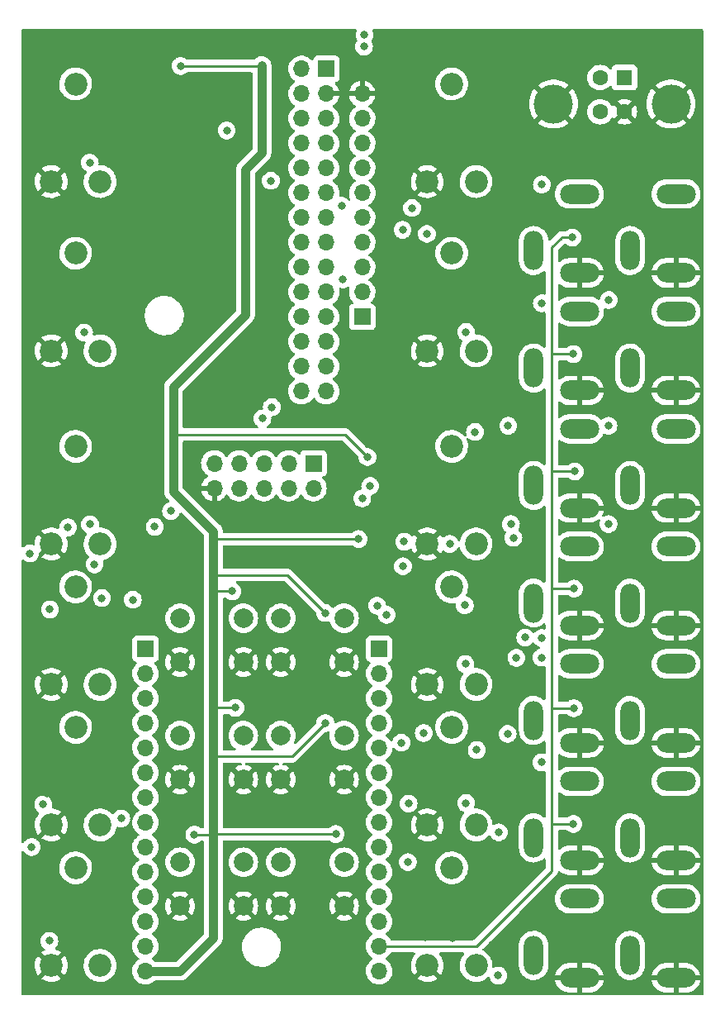
<source format=gbr>
%TF.GenerationSoftware,KiCad,Pcbnew,(6.0.6)*%
%TF.CreationDate,2022-11-26T14:50:16+01:00*%
%TF.ProjectId,wt,77742e6b-6963-4616-945f-706362585858,rev?*%
%TF.SameCoordinates,Original*%
%TF.FileFunction,Copper,L3,Inr*%
%TF.FilePolarity,Positive*%
%FSLAX46Y46*%
G04 Gerber Fmt 4.6, Leading zero omitted, Abs format (unit mm)*
G04 Created by KiCad (PCBNEW (6.0.6)) date 2022-11-26 14:50:16*
%MOMM*%
%LPD*%
G01*
G04 APERTURE LIST*
%TA.AperFunction,ComponentPad*%
%ADD10C,2.340000*%
%TD*%
%TA.AperFunction,ComponentPad*%
%ADD11C,2.000000*%
%TD*%
%TA.AperFunction,ComponentPad*%
%ADD12O,4.000000X2.000000*%
%TD*%
%TA.AperFunction,ComponentPad*%
%ADD13O,2.000000X4.000000*%
%TD*%
%TA.AperFunction,ComponentPad*%
%ADD14R,1.700000X1.700000*%
%TD*%
%TA.AperFunction,ComponentPad*%
%ADD15O,1.700000X1.700000*%
%TD*%
%TA.AperFunction,ComponentPad*%
%ADD16R,1.600000X1.600000*%
%TD*%
%TA.AperFunction,ComponentPad*%
%ADD17C,1.600000*%
%TD*%
%TA.AperFunction,ComponentPad*%
%ADD18C,4.000000*%
%TD*%
%TA.AperFunction,ViaPad*%
%ADD19C,0.800000*%
%TD*%
%TA.AperFunction,Conductor*%
%ADD20C,0.250000*%
%TD*%
%TA.AperFunction,Conductor*%
%ADD21C,0.900000*%
%TD*%
G04 APERTURE END LIST*
D10*
%TO.N,Net-(RV13-Pad1)*%
%TO.C,RV13*%
X8540012Y-33479999D03*
%TO.N,AIN11*%
X6040012Y-23479999D03*
%TO.N,GND3*%
X3540012Y-33479999D03*
%TD*%
D11*
%TO.N,Net-(R30-Pad1)*%
%TO.C,SW2*%
X16751678Y-60867225D03*
X23251678Y-60867225D03*
%TO.N,GND3*%
X16751678Y-65367225D03*
X23251678Y-65367225D03*
%TD*%
%TO.N,Net-(R42-Pad1)*%
%TO.C,SW5*%
X16751678Y-85867225D03*
X23251678Y-85867225D03*
%TO.N,GND3*%
X16751678Y-90367225D03*
X23251678Y-90367225D03*
%TD*%
%TO.N,Net-(R40-Pad1)*%
%TO.C,SW4*%
X33577600Y-72901115D03*
X27077600Y-72901115D03*
%TO.N,GND3*%
X33577600Y-77401115D03*
X27077600Y-77401115D03*
%TD*%
D12*
%TO.N,GND3*%
%TO.C,U12*%
X67600000Y-49568571D03*
%TO.N,Net-(D5-Pad1)*%
X67600000Y-41468571D03*
D13*
%TO.N,Net-(R27-Pad2)*%
X62900000Y-47268571D03*
%TD*%
D14*
%TO.N,LED0*%
%TO.C,J3*%
X35427044Y-30000000D03*
D15*
%TO.N,LED1*%
X35427044Y-27460000D03*
%TO.N,LED2*%
X35427044Y-24920000D03*
%TO.N,LED3*%
X35427044Y-22380000D03*
%TO.N,LED4*%
X35427044Y-19840000D03*
%TO.N,LED5*%
X35427044Y-17300000D03*
%TO.N,LED6*%
X35427044Y-14760000D03*
%TO.N,LED7*%
X35427044Y-12220000D03*
%TO.N,LED8*%
X35427044Y-9680000D03*
%TO.N,GND3*%
X35427044Y-7140000D03*
%TD*%
D11*
%TO.N,Net-(R38-Pad1)*%
%TO.C,SW3*%
X16751678Y-72901115D03*
X23251678Y-72901115D03*
%TO.N,GND3*%
X16751678Y-77401115D03*
X23251678Y-77401115D03*
%TD*%
D10*
%TO.N,Net-(RV5-Pad1)*%
%TO.C,RV5*%
X47100000Y-53263333D03*
%TO.N,AIN4*%
X44600000Y-43263333D03*
%TO.N,GND3*%
X42100000Y-53263333D03*
%TD*%
D14*
%TO.N,LED9*%
%TO.C,J4*%
X30427044Y-45000000D03*
D15*
%TO.N,LED10*%
X30427044Y-47540000D03*
%TO.N,LED11*%
X27887044Y-45000000D03*
%TO.N,LED12*%
X27887044Y-47540000D03*
%TO.N,LED13*%
X25347044Y-45000000D03*
%TO.N,LED14*%
X25347044Y-47540000D03*
%TO.N,LED15*%
X22807044Y-45000000D03*
%TO.N,LED17*%
X22807044Y-47540000D03*
%TO.N,LED16*%
X20267044Y-45000000D03*
%TO.N,GND3*%
X20267044Y-47540000D03*
%TD*%
D16*
%TO.N,PA9*%
%TO.C,J1*%
X62310000Y-5477500D03*
D17*
%TO.N,D-*%
X59810000Y-5477500D03*
%TO.N,D+*%
X59810000Y-8977500D03*
%TO.N,GND3*%
X62310000Y-8977500D03*
D18*
X55040000Y-8187500D03*
X67080000Y-8187500D03*
%TD*%
D12*
%TO.N,GND3*%
%TO.C,U8*%
X57700000Y-49568571D03*
%TO.N,Net-(D1-Pad1)*%
X57700000Y-41468571D03*
D13*
%TO.N,Net-(R15-Pad2)*%
X53000000Y-47268571D03*
%TD*%
D12*
%TO.N,GND3*%
%TO.C,U13*%
X67600000Y-73639285D03*
%TO.N,Net-(D6-Pad1)*%
X67600000Y-65539285D03*
D13*
%TO.N,Net-(R32-Pad2)*%
X62900000Y-71339285D03*
%TD*%
D10*
%TO.N,Net-(RV1-Pad1)*%
%TO.C,RV1*%
X8540012Y-53263333D03*
%TO.N,AIN0*%
X6040012Y-43263333D03*
%TO.N,GND3*%
X3540012Y-53263333D03*
%TD*%
%TO.N,Net-(RV10-Pad1)*%
%TO.C,RV10*%
X47100000Y-67653333D03*
%TO.N,AIN5*%
X44600000Y-57653333D03*
%TO.N,GND3*%
X42100000Y-67653333D03*
%TD*%
D12*
%TO.N,GND3*%
%TO.C,U22*%
X57700000Y-37533214D03*
%TO.N,Net-(D28-Pad1)*%
X57700000Y-29433214D03*
D13*
%TO.N,Net-(R72-Pad2)*%
X53000000Y-35233214D03*
%TD*%
D10*
%TO.N,Net-(RV7-Pad1)*%
%TO.C,RV7*%
X47100000Y-96433333D03*
%TO.N,AIN7*%
X44600000Y-86433333D03*
%TO.N,GND3*%
X42100000Y-96433333D03*
%TD*%
%TO.N,Net-(RV2-Pad1)*%
%TO.C,RV2*%
X8540012Y-67653333D03*
%TO.N,AIN1*%
X6040012Y-57653333D03*
%TO.N,GND3*%
X3540012Y-67653333D03*
%TD*%
D12*
%TO.N,GND3*%
%TO.C,Out_2*%
X67600000Y-97710000D03*
%TO.N,OutB*%
X67600000Y-89610000D03*
D13*
X62900000Y-95410000D03*
%TD*%
D12*
%TO.N,GND3*%
%TO.C,Out_1*%
X57700000Y-97710000D03*
%TO.N,OutA*%
X57700000Y-89610000D03*
D13*
X53000000Y-95410000D03*
%TD*%
D10*
%TO.N,Net-(RV11-Pad1)*%
%TO.C,RV11*%
X47100000Y-33479999D03*
%TO.N,AIN9*%
X44600000Y-23479999D03*
%TO.N,GND3*%
X42100000Y-33479999D03*
%TD*%
%TO.N,Net-(RV8-Pad1)*%
%TO.C,RV8*%
X8540012Y-16136666D03*
%TO.N,AIN8*%
X6040012Y-6136666D03*
%TO.N,GND3*%
X3540012Y-16136666D03*
%TD*%
D11*
%TO.N,Net-(R44-Pad1)*%
%TO.C,SW6*%
X27077600Y-85867225D03*
X33577600Y-85867225D03*
%TO.N,GND3*%
X27077600Y-90367225D03*
X33577600Y-90367225D03*
%TD*%
D10*
%TO.N,Net-(RV12-Pad1)*%
%TO.C,RV12*%
X47100000Y-16136666D03*
%TO.N,AIN10*%
X44600000Y-6136666D03*
%TO.N,GND3*%
X42100000Y-16136666D03*
%TD*%
%TO.N,Net-(RV6-Pad1)*%
%TO.C,RV6*%
X47100000Y-82043333D03*
%TO.N,AIN6*%
X44600000Y-72043333D03*
%TO.N,GND3*%
X42100000Y-82043333D03*
%TD*%
D12*
%TO.N,GND3*%
%TO.C,U9*%
X57700000Y-61603928D03*
%TO.N,Net-(D2-Pad1)*%
X57700000Y-53503928D03*
D13*
%TO.N,Net-(R18-Pad2)*%
X53000000Y-59303928D03*
%TD*%
D10*
%TO.N,Net-(RV4-Pad1)*%
%TO.C,RV4*%
X8540012Y-96433333D03*
%TO.N,AIN3*%
X6040012Y-86433333D03*
%TO.N,GND3*%
X3540012Y-96433333D03*
%TD*%
D12*
%TO.N,GND3*%
%TO.C,U21*%
X67600000Y-61603928D03*
%TO.N,Net-(D27-Pad1)*%
X67600000Y-53503928D03*
D13*
%TO.N,Net-(R67-Pad2)*%
X62900000Y-59303928D03*
%TD*%
D10*
%TO.N,Net-(RV3-Pad1)*%
%TO.C,RV3*%
X8540012Y-82043333D03*
%TO.N,AIN2*%
X6040012Y-72043333D03*
%TO.N,GND3*%
X3540012Y-82043333D03*
%TD*%
D12*
%TO.N,GND3*%
%TO.C,U10*%
X57700000Y-73639285D03*
%TO.N,Net-(D3-Pad1)*%
X57700000Y-65539285D03*
D13*
%TO.N,Net-(R21-Pad2)*%
X53000000Y-71339285D03*
%TD*%
D12*
%TO.N,GND3*%
%TO.C,U24*%
X67600000Y-37533214D03*
%TO.N,Net-(D30-Pad1)*%
X67600000Y-29433214D03*
D13*
%TO.N,Net-(R78-Pad2)*%
X62900000Y-35233214D03*
%TD*%
D12*
%TO.N,GND3*%
%TO.C,U14*%
X67600000Y-85674642D03*
%TO.N,Net-(D7-Pad1)*%
X67600000Y-77574642D03*
D13*
%TO.N,Net-(R35-Pad2)*%
X62900000Y-83374642D03*
%TD*%
D12*
%TO.N,GND3*%
%TO.C,U15*%
X57700000Y-25497857D03*
%TO.N,Net-(D8-Pad1)*%
X57700000Y-17397857D03*
D13*
%TO.N,Net-(R46-Pad2)*%
X53000000Y-23197857D03*
%TD*%
D11*
%TO.N,Net-(R13-Pad1)*%
%TO.C,SW1*%
X27077600Y-60867225D03*
X33577600Y-60867225D03*
%TO.N,GND3*%
X27077600Y-65367225D03*
X33577600Y-65367225D03*
%TD*%
D12*
%TO.N,GND3*%
%TO.C,U23*%
X67600000Y-25497857D03*
%TO.N,Net-(D29-Pad1)*%
X67600000Y-17397857D03*
D13*
%TO.N,Net-(R75-Pad2)*%
X62900000Y-23197857D03*
%TD*%
D12*
%TO.N,GND3*%
%TO.C,U11*%
X57700000Y-85674642D03*
%TO.N,Net-(D4-Pad1)*%
X57700000Y-77574642D03*
D13*
%TO.N,Net-(R24-Pad2)*%
X53000000Y-83374642D03*
%TD*%
D14*
%TO.N,BTN1*%
%TO.C,FrontBoard_3*%
X37159800Y-64000000D03*
D15*
%TO.N,BTN3*%
X37159800Y-66540000D03*
%TO.N,BTN5*%
X37159800Y-69080000D03*
%TO.N,LED9*%
X37159800Y-71620000D03*
%TO.N,LED10*%
X37159800Y-74160000D03*
%TO.N,LED11*%
X37159800Y-76700000D03*
%TO.N,LED12*%
X37159800Y-79240000D03*
%TO.N,LED14*%
X37159800Y-81780000D03*
%TO.N,AIN9-LED*%
X37159800Y-84320000D03*
%TO.N,AIN4-LED*%
X37159800Y-86860000D03*
%TO.N,AIN5-LED*%
X37159800Y-89400000D03*
%TO.N,AIN6-LED*%
X37159800Y-91940000D03*
%TO.N,+12VA*%
X37159800Y-94480000D03*
%TO.N,AIN7-LED*%
X37159800Y-97020000D03*
%TD*%
D14*
%TO.N,AIN10*%
%TO.C,FrontBoard_1*%
X31750000Y-4597400D03*
D15*
%TO.N,AIN8*%
X29210000Y-4597400D03*
%TO.N,GND3*%
X31750000Y-7137400D03*
%TO.N,PA9*%
X29210000Y-7137400D03*
%TO.N,LED8*%
X31750000Y-9677400D03*
%TO.N,AIN9*%
X29210000Y-9677400D03*
%TO.N,LED7*%
X31750000Y-12217400D03*
%TO.N,AIN11*%
X29210000Y-12217400D03*
%TO.N,LED6*%
X31750000Y-14757400D03*
%TO.N,AIN0*%
X29210000Y-14757400D03*
%TO.N,LED5*%
X31750000Y-17297400D03*
%TO.N,AIN1*%
X29210000Y-17297400D03*
%TO.N,LED4*%
X31750000Y-19837400D03*
%TO.N,AIN2*%
X29210000Y-19837400D03*
%TO.N,LED3*%
X31750000Y-22377400D03*
%TO.N,AIN3*%
X29210000Y-22377400D03*
%TO.N,LED2*%
X31750000Y-24917400D03*
%TO.N,AIN10-LED*%
X29210000Y-24917400D03*
%TO.N,LED1*%
X31750000Y-27457400D03*
%TO.N,AIN4*%
X29210000Y-27457400D03*
%TO.N,LED0*%
X31750000Y-29997400D03*
%TO.N,AIN5*%
X29210000Y-29997400D03*
%TO.N,OutB*%
X31750000Y-32537400D03*
%TO.N,AIN6*%
X29210000Y-32537400D03*
%TO.N,OutA*%
X31750000Y-35077400D03*
%TO.N,AIN7*%
X29210000Y-35077400D03*
%TO.N,USB_D+*%
X31750000Y-37617400D03*
%TO.N,USB_D-*%
X29210000Y-37617400D03*
%TD*%
D14*
%TO.N,BTN0*%
%TO.C,FrontBoard_2*%
X13207600Y-64000000D03*
D15*
%TO.N,BTN2*%
X13207600Y-66540000D03*
%TO.N,BTN4*%
X13207600Y-69080000D03*
%TO.N,LED16*%
X13207600Y-71620000D03*
%TO.N,LED15*%
X13207600Y-74160000D03*
%TO.N,LED17*%
X13207600Y-76700000D03*
%TO.N,LED13*%
X13207600Y-79240000D03*
%TO.N,AIN8-LED*%
X13207600Y-81780000D03*
%TO.N,AIN0-LED*%
X13207600Y-84320000D03*
%TO.N,AIN1-LED*%
X13207600Y-86860000D03*
%TO.N,AIN3-LED*%
X13207600Y-89400000D03*
%TO.N,AIN2-LED*%
X13207600Y-91940000D03*
%TO.N,AIN11-LED*%
X13207600Y-94480000D03*
%TO.N,+3.3VA*%
X13207600Y-97020000D03*
%TD*%
D19*
%TO.N,Net-(R22-Pad2)*%
X53822600Y-64897000D03*
X53822601Y-62890401D03*
%TO.N,Net-(R25-Pad2)*%
X50342800Y-72720200D03*
X52146200Y-62839600D03*
%TO.N,Net-(R28-Pad2)*%
X60680600Y-51222965D03*
X60680600Y-41148000D03*
X50673000Y-51231800D03*
X39725600Y-53035200D03*
%TO.N,Net-(R36-Pad2)*%
X39434100Y-73614602D03*
X53797200Y-75641200D03*
%TO.N,Net-(R47-Pad2)*%
X53848000Y-16433800D03*
X35661600Y-1117600D03*
%TO.N,Net-(R68-Pad2)*%
X39603655Y-55546323D03*
X50927000Y-52628800D03*
%TO.N,Net-(R73-Pad2)*%
X35610800Y-2311400D03*
X53848000Y-28600400D03*
%TO.N,Net-(R76-Pad2)*%
X33299400Y-18618200D03*
X42062400Y-21488400D03*
%TO.N,Net-(R79-Pad2)*%
X60706000Y-28270200D03*
X33451800Y-26136600D03*
%TO.N,Net-(RV2-Pad1)*%
X14147800Y-51511200D03*
X36242101Y-47320200D03*
%TO.N,Net-(RV3-Pad1)*%
X15824200Y-49885600D03*
X35433000Y-48590200D03*
%TO.N,AIN2*%
X8737600Y-58801000D03*
%TO.N,AIN3*%
X11912600Y-58978800D03*
%TO.N,Net-(RV5-Pad1)*%
X44399200Y-53263800D03*
%TO.N,AIN4*%
X25196800Y-40411400D03*
%TO.N,Net-(RV6-Pad1)*%
X40182800Y-79857600D03*
%TO.N,AIN6*%
X36957000Y-59588400D03*
%TO.N,AIN7*%
X37934300Y-60528200D03*
%TO.N,Net-(RV10-Pad1)*%
X45948600Y-59537600D03*
%TO.N,AIN5*%
X26162000Y-39243000D03*
X46990000Y-41783000D03*
%TO.N,Net-(RV11-Pad1)*%
X39573200Y-21082000D03*
X26060400Y-16052800D03*
%TO.N,Net-(RV12-Pad1)*%
X21539200Y-10896600D03*
X40538400Y-18846800D03*
%TO.N,AIN0-LED*%
X2717800Y-79959200D03*
X7518400Y-51257200D03*
%TO.N,AIN1-LED*%
X3403600Y-59969400D03*
X1524000Y-84302600D03*
%TO.N,AIN2-LED*%
X10718800Y-81381600D03*
%TO.N,AIN4-LED*%
X41732200Y-72618600D03*
X40106600Y-85852000D03*
%TO.N,AIN6-LED*%
X46075600Y-79806800D03*
%TO.N,AIN8-LED*%
X1346200Y-54229000D03*
X7493000Y-14198600D03*
%TO.N,AIN5-LED*%
X45999400Y-65557400D03*
X49377600Y-97485200D03*
X47167800Y-74371200D03*
%TO.N,AIN9-LED*%
X51231800Y-64922400D03*
X49428400Y-82804000D03*
X46075600Y-31546800D03*
X50393600Y-41148000D03*
%TO.N,AIN11-LED*%
X3352800Y-93929200D03*
X6908800Y-31597600D03*
X5257800Y-51562000D03*
X7975600Y-55346600D03*
%TO.N,+12VA*%
X57073800Y-81940400D03*
X57073800Y-33807400D03*
X56972200Y-21869400D03*
X57150000Y-57835800D03*
X57226200Y-45821600D03*
X57124600Y-70078600D03*
%TO.N,GND3*%
X48717200Y-48463200D03*
X48310800Y-79756000D03*
X50546000Y-31902400D03*
X42164000Y-56794400D03*
X40182800Y-31089600D03*
X17119600Y-1930400D03*
X10160000Y-91516200D03*
X9677400Y-65303400D03*
X61544200Y-80822800D03*
X13919200Y-49479200D03*
X47701200Y-56743600D03*
X49682400Y-84632800D03*
X19558000Y-23368000D03*
X10134600Y-31013400D03*
X2565400Y-65481200D03*
X61976000Y-31292800D03*
X1574800Y-13741400D03*
X2387600Y-31191200D03*
X14071600Y-24841200D03*
X6096000Y-89052400D03*
X40843200Y-71526400D03*
X10134600Y-13792200D03*
X48717200Y-94284800D03*
X30378400Y-40944800D03*
X47802800Y-70256400D03*
X56083200Y-2794000D03*
X21666200Y-79248000D03*
X53848000Y-74218800D03*
X15189200Y-75285600D03*
X50241200Y-68275200D03*
X46329600Y-1930400D03*
X53594000Y-52730400D03*
X39014400Y-22910800D03*
X20929600Y-29311600D03*
X9474200Y-50901600D03*
X48717200Y-65405000D03*
X61950600Y-19253200D03*
X50368200Y-19710400D03*
X36068000Y-41503600D03*
X11785600Y-57099200D03*
X39116000Y-24536400D03*
X17830800Y-56921400D03*
X15087600Y-67868800D03*
X10617200Y-79857600D03*
X50139600Y-29768800D03*
X8636000Y-71069200D03*
X42722800Y-74422000D03*
X47701200Y-18491200D03*
X41859200Y-41452800D03*
X9652000Y-86360000D03*
X34569400Y-54330600D03*
X48717200Y-13614400D03*
X16814800Y-12573000D03*
X40944800Y-48310800D03*
X61976000Y-55422800D03*
X41859200Y-93522800D03*
X50088800Y-43611800D03*
X36169600Y-32054800D03*
X40182800Y-91694000D03*
X19710400Y-27889200D03*
X6553200Y-55270400D03*
X48717200Y-62839600D03*
X6908800Y-65735200D03*
X1727200Y-86766400D03*
X44704000Y-93624400D03*
X27686000Y-54559200D03*
X40182800Y-13639800D03*
X36118800Y-45720000D03*
X23418800Y-50749200D03*
X30073600Y-67640200D03*
X1371600Y-58470800D03*
X41529000Y-65328800D03*
X62001400Y-43484800D03*
X2108200Y-51130200D03*
X62103000Y-67437000D03*
X45466000Y-51968400D03*
X14681200Y-78079600D03*
X11531600Y-82854800D03*
X52476400Y-68173600D03*
X50342800Y-57683400D03*
X52476400Y-43891200D03*
X6146800Y-93522800D03*
X52425600Y-75844400D03*
X3124200Y-78790800D03*
X30200600Y-80264000D03*
X1625600Y-94056200D03*
X41605200Y-45212000D03*
%TO.N,+3.3VA*%
X31648400Y-71602600D03*
X35052000Y-52755800D03*
X22428200Y-70053200D03*
X35966400Y-44348400D03*
X16814800Y-4292600D03*
X32715200Y-82981800D03*
X31623000Y-60325000D03*
X18211800Y-83032600D03*
X22098000Y-58115200D03*
%TD*%
D20*
%TO.N,+12VA*%
X37159800Y-94480000D02*
X47125000Y-94480000D01*
X54864000Y-45821600D02*
X54864000Y-33807400D01*
X55880000Y-21869400D02*
X56972200Y-21869400D01*
X54838600Y-86766400D02*
X54864000Y-86741000D01*
X54864000Y-70078600D02*
X57124600Y-70078600D01*
X54864000Y-45821600D02*
X57226200Y-45821600D01*
X55829200Y-21920200D02*
X55880000Y-21869400D01*
X54864000Y-57835800D02*
X57150000Y-57835800D01*
X54864000Y-33807400D02*
X54864000Y-22885400D01*
X54864000Y-86741000D02*
X54864000Y-81940400D01*
X54864000Y-22885400D02*
X55829200Y-21920200D01*
X54864000Y-33807400D02*
X57073800Y-33807400D01*
X54864000Y-81940400D02*
X54864000Y-70078600D01*
X54864000Y-57835800D02*
X54864000Y-45821600D01*
X54864000Y-81940400D02*
X57073800Y-81940400D01*
X47125000Y-94480000D02*
X54838600Y-86766400D01*
X54864000Y-70078600D02*
X54864000Y-57835800D01*
%TO.N,+3.3VA*%
X19964400Y-83032600D02*
X18211800Y-83032600D01*
D21*
X23482300Y-14846300D02*
X25146000Y-13182600D01*
D20*
X35052000Y-52755800D02*
X20294600Y-52755800D01*
X20320000Y-82981800D02*
X20167600Y-82829400D01*
D21*
X20066000Y-93726000D02*
X20167600Y-93624400D01*
X16078200Y-47904400D02*
X20167600Y-51993800D01*
D20*
X32715200Y-82981800D02*
X20320000Y-82981800D01*
D21*
X16078200Y-42037000D02*
X16078200Y-37160200D01*
D20*
X20167600Y-82829400D02*
X19964400Y-83032600D01*
X20294600Y-70053200D02*
X20167600Y-69926200D01*
X20523200Y-75031600D02*
X20167600Y-74676000D01*
X31623000Y-60325000D02*
X27736800Y-56438800D01*
D21*
X23469600Y-29768800D02*
X23469600Y-14859000D01*
X20167600Y-82829400D02*
X20167600Y-74676000D01*
D20*
X22098000Y-58115200D02*
X20447000Y-58115200D01*
X20447000Y-58115200D02*
X20167600Y-58394600D01*
X31648400Y-71602600D02*
X28219400Y-75031600D01*
D21*
X16078200Y-47904400D02*
X16078200Y-42037000D01*
D20*
X35966400Y-44348400D02*
X33655000Y-42037000D01*
X16814800Y-4292600D02*
X25095200Y-4292600D01*
D21*
X25146000Y-13182600D02*
X25146000Y-4241800D01*
X20167600Y-53365400D02*
X20167600Y-52628800D01*
X20167600Y-74676000D02*
X20167600Y-69926200D01*
X13207600Y-97020000D02*
X16772000Y-97020000D01*
X16078200Y-37160200D02*
X23469600Y-29768800D01*
X20167600Y-93624400D02*
X20167600Y-82829400D01*
D20*
X22428200Y-70053200D02*
X20294600Y-70053200D01*
X33655000Y-42037000D02*
X16078200Y-42037000D01*
X20294600Y-52755800D02*
X20167600Y-52628800D01*
D21*
X23469600Y-14859000D02*
X23482300Y-14846300D01*
X20167600Y-56438800D02*
X20167600Y-53365400D01*
D20*
X28219400Y-75031600D02*
X20523200Y-75031600D01*
D21*
X20167600Y-58394600D02*
X20167600Y-56438800D01*
X20167600Y-69926200D02*
X20167600Y-58394600D01*
X16772000Y-97020000D02*
X20066000Y-93726000D01*
D20*
X25095200Y-4292600D02*
X25146000Y-4241800D01*
X27736800Y-56438800D02*
X20167600Y-56438800D01*
D21*
X20167600Y-52628800D02*
X20167600Y-51993800D01*
%TD*%
%TA.AperFunction,Conductor*%
%TO.N,GND3*%
G36*
X34814102Y-528502D02*
G01*
X34860595Y-582158D01*
X34870699Y-652432D01*
X34855100Y-697500D01*
X34827073Y-746044D01*
X34768058Y-927672D01*
X34748096Y-1117600D01*
X34768058Y-1307528D01*
X34827073Y-1489156D01*
X34830376Y-1494878D01*
X34830377Y-1494879D01*
X34899124Y-1613951D01*
X34915862Y-1682946D01*
X34892642Y-1750038D01*
X34883650Y-1761251D01*
X34871760Y-1774456D01*
X34776273Y-1939844D01*
X34717258Y-2121472D01*
X34697296Y-2311400D01*
X34717258Y-2501328D01*
X34776273Y-2682956D01*
X34871760Y-2848344D01*
X34999547Y-2990266D01*
X35154048Y-3102518D01*
X35160076Y-3105202D01*
X35160078Y-3105203D01*
X35322481Y-3177509D01*
X35328512Y-3180194D01*
X35421913Y-3200047D01*
X35508856Y-3218528D01*
X35508861Y-3218528D01*
X35515313Y-3219900D01*
X35706287Y-3219900D01*
X35712739Y-3218528D01*
X35712744Y-3218528D01*
X35799688Y-3200047D01*
X35893088Y-3180194D01*
X35899119Y-3177509D01*
X36061522Y-3105203D01*
X36061524Y-3105202D01*
X36067552Y-3102518D01*
X36222053Y-2990266D01*
X36349840Y-2848344D01*
X36445327Y-2682956D01*
X36504342Y-2501328D01*
X36524304Y-2311400D01*
X36504342Y-2121472D01*
X36445327Y-1939844D01*
X36373276Y-1815048D01*
X36356538Y-1746054D01*
X36379758Y-1678962D01*
X36388750Y-1667749D01*
X36400640Y-1654544D01*
X36496127Y-1489156D01*
X36555142Y-1307528D01*
X36575104Y-1117600D01*
X36555142Y-927672D01*
X36496127Y-746044D01*
X36468100Y-697500D01*
X36451362Y-628505D01*
X36474582Y-561413D01*
X36530389Y-517526D01*
X36577219Y-508500D01*
X70265500Y-508500D01*
X70333621Y-528502D01*
X70380114Y-582158D01*
X70391500Y-634500D01*
X70391500Y-99365500D01*
X70371498Y-99433621D01*
X70317842Y-99480114D01*
X70265500Y-99491500D01*
X634500Y-99491500D01*
X566379Y-99471498D01*
X519886Y-99417842D01*
X508500Y-99365500D01*
X508500Y-97785228D01*
X2552863Y-97785228D01*
X2561575Y-97796748D01*
X2644541Y-97857582D01*
X2652456Y-97862527D01*
X2864885Y-97974292D01*
X2873459Y-97978020D01*
X3100079Y-98057159D01*
X3109089Y-98059573D01*
X3344935Y-98104350D01*
X3354192Y-98105404D01*
X3594070Y-98114830D01*
X3603384Y-98114504D01*
X3842008Y-98088371D01*
X3851185Y-98086670D01*
X4083324Y-98025553D01*
X4092144Y-98022516D01*
X4312705Y-97927756D01*
X4320977Y-97923449D01*
X4524038Y-97797791D01*
X4530763Y-97787586D01*
X4524700Y-97777232D01*
X3552822Y-96805353D01*
X3538881Y-96797741D01*
X3537046Y-96797872D01*
X3530432Y-96802123D01*
X2559521Y-97773035D01*
X2552863Y-97785228D01*
X508500Y-97785228D01*
X508500Y-96393957D01*
X1858108Y-96393957D01*
X1869626Y-96633731D01*
X1870763Y-96642991D01*
X1917593Y-96878428D01*
X1920087Y-96887421D01*
X2001201Y-97113342D01*
X2005001Y-97121877D01*
X2118619Y-97333329D01*
X2123630Y-97341196D01*
X2176621Y-97412159D01*
X2187879Y-97420608D01*
X2200298Y-97413836D01*
X3167992Y-96446143D01*
X3174369Y-96434464D01*
X3904420Y-96434464D01*
X3904551Y-96436299D01*
X3908802Y-96442913D01*
X4882036Y-97416146D01*
X4894416Y-97422906D01*
X4902757Y-97416663D01*
X5016277Y-97240176D01*
X5020720Y-97231992D01*
X5119316Y-97013116D01*
X5122506Y-97004351D01*
X5187666Y-96773314D01*
X5189526Y-96764172D01*
X5220013Y-96524529D01*
X5220494Y-96518242D01*
X5222634Y-96436493D01*
X5222483Y-96430184D01*
X5219443Y-96389272D01*
X6857382Y-96389272D01*
X6857606Y-96393939D01*
X6857606Y-96393944D01*
X6861428Y-96473514D01*
X6869351Y-96638464D01*
X6918022Y-96883151D01*
X7002326Y-97117955D01*
X7120410Y-97337719D01*
X7269680Y-97537616D01*
X7446856Y-97713254D01*
X7450618Y-97716012D01*
X7450621Y-97716015D01*
X7621483Y-97841295D01*
X7648048Y-97860773D01*
X7652183Y-97862949D01*
X7652187Y-97862951D01*
X7733126Y-97905535D01*
X7868835Y-97976935D01*
X7978550Y-98015249D01*
X8099607Y-98057524D01*
X8104366Y-98059186D01*
X8108959Y-98060058D01*
X8344879Y-98104849D01*
X8344882Y-98104849D01*
X8349468Y-98105720D01*
X8474112Y-98110618D01*
X8594087Y-98115332D01*
X8594093Y-98115332D01*
X8598755Y-98115515D01*
X8688193Y-98105720D01*
X8842099Y-98088865D01*
X8842104Y-98088864D01*
X8846752Y-98088355D01*
X8853152Y-98086670D01*
X9083488Y-98026027D01*
X9083490Y-98026026D01*
X9088011Y-98024836D01*
X9107586Y-98016426D01*
X9312936Y-97928201D01*
X9312938Y-97928200D01*
X9317230Y-97926356D01*
X9419825Y-97862868D01*
X9525403Y-97797535D01*
X9525407Y-97797532D01*
X9529376Y-97795076D01*
X9611089Y-97725901D01*
X9716221Y-97636900D01*
X9716222Y-97636899D01*
X9719787Y-97633881D01*
X9801328Y-97540902D01*
X9881199Y-97449827D01*
X9881203Y-97449822D01*
X9884281Y-97446312D01*
X9889702Y-97437885D01*
X10016715Y-97240420D01*
X10019243Y-97236490D01*
X10121709Y-97009024D01*
X10128006Y-96986695D01*
X11844851Y-96986695D01*
X11845148Y-96991848D01*
X11845148Y-96991851D01*
X11850611Y-97086590D01*
X11857710Y-97209715D01*
X11858847Y-97214761D01*
X11858848Y-97214767D01*
X11876991Y-97295272D01*
X11906822Y-97427639D01*
X11990866Y-97634616D01*
X12037040Y-97709966D01*
X12099034Y-97811130D01*
X12107587Y-97825088D01*
X12110967Y-97828990D01*
X12121626Y-97841295D01*
X12253850Y-97993938D01*
X12425726Y-98136632D01*
X12618600Y-98249338D01*
X12827292Y-98329030D01*
X12832360Y-98330061D01*
X12832363Y-98330062D01*
X12936796Y-98351309D01*
X13046197Y-98373567D01*
X13051372Y-98373757D01*
X13051374Y-98373757D01*
X13264273Y-98381564D01*
X13264277Y-98381564D01*
X13269437Y-98381753D01*
X13274557Y-98381097D01*
X13274559Y-98381097D01*
X13485888Y-98354025D01*
X13485889Y-98354025D01*
X13491016Y-98353368D01*
X13497879Y-98351309D01*
X13700029Y-98290661D01*
X13700034Y-98290659D01*
X13704984Y-98289174D01*
X13905594Y-98190896D01*
X14087460Y-98061173D01*
X14091117Y-98057529D01*
X14091123Y-98057524D01*
X14133546Y-98015249D01*
X14195917Y-97981333D01*
X14222485Y-97978500D01*
X16756451Y-97978500D01*
X16759969Y-97978549D01*
X16836179Y-97980678D01*
X16836182Y-97980678D01*
X16842561Y-97980856D01*
X16858645Y-97978020D01*
X16899287Y-97970854D01*
X16908432Y-97969585D01*
X16920220Y-97968387D01*
X16965727Y-97963765D01*
X16991717Y-97955620D01*
X17007512Y-97951770D01*
X17028040Y-97948151D01*
X17028044Y-97948150D01*
X17034327Y-97947042D01*
X17040262Y-97944692D01*
X17040266Y-97944691D01*
X17087875Y-97925841D01*
X17096562Y-97922764D01*
X17151541Y-97905535D01*
X17175364Y-97892330D01*
X17190066Y-97885380D01*
X17209437Y-97877711D01*
X17209442Y-97877709D01*
X17215376Y-97875359D01*
X17263566Y-97843824D01*
X17271470Y-97839056D01*
X17316270Y-97814223D01*
X17321850Y-97811130D01*
X17337413Y-97797791D01*
X17342526Y-97793409D01*
X17355527Y-97783648D01*
X17374261Y-97771388D01*
X17378314Y-97768736D01*
X17383071Y-97764453D01*
X17420206Y-97727318D01*
X17427304Y-97720745D01*
X17431162Y-97717438D01*
X17469698Y-97684409D01*
X17487607Y-97661321D01*
X17498071Y-97649453D01*
X18160829Y-96986695D01*
X35797051Y-96986695D01*
X35797348Y-96991848D01*
X35797348Y-96991851D01*
X35802811Y-97086590D01*
X35809910Y-97209715D01*
X35811047Y-97214761D01*
X35811048Y-97214767D01*
X35829191Y-97295272D01*
X35859022Y-97427639D01*
X35943066Y-97634616D01*
X35989240Y-97709966D01*
X36051234Y-97811130D01*
X36059787Y-97825088D01*
X36063167Y-97828990D01*
X36073826Y-97841295D01*
X36206050Y-97993938D01*
X36377926Y-98136632D01*
X36570800Y-98249338D01*
X36779492Y-98329030D01*
X36784560Y-98330061D01*
X36784563Y-98330062D01*
X36888996Y-98351309D01*
X36998397Y-98373567D01*
X37003572Y-98373757D01*
X37003574Y-98373757D01*
X37216473Y-98381564D01*
X37216477Y-98381564D01*
X37221637Y-98381753D01*
X37226757Y-98381097D01*
X37226759Y-98381097D01*
X37438088Y-98354025D01*
X37438089Y-98354025D01*
X37443216Y-98353368D01*
X37450079Y-98351309D01*
X37652229Y-98290661D01*
X37652234Y-98290659D01*
X37657184Y-98289174D01*
X37857794Y-98190896D01*
X38039660Y-98061173D01*
X38073901Y-98027052D01*
X38131569Y-97969585D01*
X38197896Y-97903489D01*
X38228591Y-97860773D01*
X38282875Y-97785228D01*
X41112851Y-97785228D01*
X41121563Y-97796748D01*
X41204529Y-97857582D01*
X41212444Y-97862527D01*
X41424873Y-97974292D01*
X41433447Y-97978020D01*
X41660067Y-98057159D01*
X41669077Y-98059573D01*
X41904923Y-98104350D01*
X41914180Y-98105404D01*
X42154058Y-98114830D01*
X42163372Y-98114504D01*
X42401996Y-98088371D01*
X42411173Y-98086670D01*
X42643312Y-98025553D01*
X42652132Y-98022516D01*
X42872693Y-97927756D01*
X42880965Y-97923449D01*
X43084026Y-97797791D01*
X43090751Y-97787586D01*
X43084688Y-97777232D01*
X42112810Y-96805353D01*
X42098869Y-96797741D01*
X42097034Y-96797872D01*
X42090420Y-96802123D01*
X41119509Y-97773035D01*
X41112851Y-97785228D01*
X38282875Y-97785228D01*
X38325235Y-97726277D01*
X38328253Y-97722077D01*
X38346588Y-97684980D01*
X38424936Y-97526453D01*
X38424937Y-97526451D01*
X38427230Y-97521811D01*
X38463670Y-97401872D01*
X38490665Y-97313023D01*
X38490665Y-97313021D01*
X38492170Y-97308069D01*
X38521329Y-97086590D01*
X38522956Y-97020000D01*
X38504652Y-96797361D01*
X38450231Y-96580702D01*
X38361154Y-96375840D01*
X38257846Y-96216150D01*
X38242622Y-96192617D01*
X38242620Y-96192614D01*
X38239814Y-96188277D01*
X38089470Y-96023051D01*
X38085419Y-96019852D01*
X38085415Y-96019848D01*
X37918214Y-95887800D01*
X37918210Y-95887798D01*
X37914159Y-95884598D01*
X37872853Y-95861796D01*
X37822884Y-95811364D01*
X37808112Y-95741921D01*
X37833228Y-95675516D01*
X37860580Y-95648909D01*
X37904403Y-95617650D01*
X38039660Y-95521173D01*
X38197896Y-95363489D01*
X38257394Y-95280689D01*
X38325235Y-95186277D01*
X38328253Y-95182077D01*
X38330546Y-95177437D01*
X38332246Y-95174608D01*
X38384474Y-95126518D01*
X38440251Y-95113500D01*
X40746413Y-95113500D01*
X40814534Y-95133502D01*
X40861027Y-95187158D01*
X40871131Y-95257432D01*
X40843287Y-95320069D01*
X40733074Y-95452586D01*
X40727659Y-95460178D01*
X40603127Y-95665400D01*
X40598889Y-95673717D01*
X40506060Y-95895088D01*
X40503099Y-95903938D01*
X40444011Y-96136597D01*
X40442390Y-96145791D01*
X40418341Y-96384630D01*
X40418096Y-96393957D01*
X40429614Y-96633731D01*
X40430751Y-96642991D01*
X40477581Y-96878428D01*
X40480075Y-96887421D01*
X40561189Y-97113342D01*
X40564989Y-97121877D01*
X40678607Y-97333329D01*
X40683618Y-97341196D01*
X40736609Y-97412159D01*
X40747867Y-97420608D01*
X40760286Y-97413836D01*
X42010905Y-96163218D01*
X42073217Y-96129192D01*
X42144033Y-96134257D01*
X42189095Y-96163218D01*
X43442024Y-97416146D01*
X43454404Y-97422906D01*
X43462745Y-97416663D01*
X43576265Y-97240176D01*
X43580708Y-97231992D01*
X43679304Y-97013116D01*
X43682494Y-97004351D01*
X43747654Y-96773314D01*
X43749514Y-96764172D01*
X43780001Y-96524529D01*
X43780482Y-96518242D01*
X43782622Y-96436493D01*
X43782471Y-96430184D01*
X43764568Y-96189265D01*
X43763191Y-96180059D01*
X43710210Y-95945915D01*
X43707486Y-95937004D01*
X43620478Y-95713263D01*
X43616467Y-95704854D01*
X43497345Y-95496433D01*
X43492134Y-95488708D01*
X43357169Y-95317506D01*
X43330704Y-95251627D01*
X43344057Y-95181897D01*
X43392989Y-95130456D01*
X43456119Y-95113500D01*
X45745762Y-95113500D01*
X45813883Y-95133502D01*
X45860376Y-95187158D01*
X45870480Y-95257432D01*
X45842636Y-95320068D01*
X45729675Y-95455890D01*
X45600252Y-95669173D01*
X45598443Y-95673487D01*
X45598442Y-95673489D01*
X45508574Y-95887800D01*
X45503775Y-95899244D01*
X45502624Y-95903776D01*
X45502623Y-95903779D01*
X45494185Y-95937004D01*
X45442365Y-96141047D01*
X45417370Y-96389272D01*
X45417594Y-96393939D01*
X45417594Y-96393944D01*
X45421416Y-96473514D01*
X45429339Y-96638464D01*
X45478010Y-96883151D01*
X45562314Y-97117955D01*
X45680398Y-97337719D01*
X45829668Y-97537616D01*
X46006844Y-97713254D01*
X46010606Y-97716012D01*
X46010609Y-97716015D01*
X46181471Y-97841295D01*
X46208036Y-97860773D01*
X46212171Y-97862949D01*
X46212175Y-97862951D01*
X46293114Y-97905535D01*
X46428823Y-97976935D01*
X46538538Y-98015249D01*
X46659595Y-98057524D01*
X46664354Y-98059186D01*
X46668947Y-98060058D01*
X46904867Y-98104849D01*
X46904870Y-98104849D01*
X46909456Y-98105720D01*
X47034100Y-98110618D01*
X47154075Y-98115332D01*
X47154081Y-98115332D01*
X47158743Y-98115515D01*
X47248181Y-98105720D01*
X47402087Y-98088865D01*
X47402092Y-98088864D01*
X47406740Y-98088355D01*
X47413140Y-98086670D01*
X47643476Y-98026027D01*
X47643478Y-98026026D01*
X47647999Y-98024836D01*
X47667574Y-98016426D01*
X47872924Y-97928201D01*
X47872926Y-97928200D01*
X47877218Y-97926356D01*
X47979813Y-97862868D01*
X48085391Y-97797535D01*
X48085395Y-97797532D01*
X48089364Y-97795076D01*
X48279775Y-97633881D01*
X48280086Y-97633526D01*
X48341719Y-97600567D01*
X48412487Y-97606250D01*
X48468950Y-97649292D01*
X48487259Y-97684980D01*
X48543073Y-97856756D01*
X48546376Y-97862478D01*
X48546377Y-97862479D01*
X48574797Y-97911703D01*
X48638560Y-98022144D01*
X48642978Y-98027051D01*
X48642979Y-98027052D01*
X48741645Y-98136632D01*
X48766347Y-98164066D01*
X48920848Y-98276318D01*
X48926876Y-98279002D01*
X48926878Y-98279003D01*
X49089281Y-98351309D01*
X49095312Y-98353994D01*
X49187395Y-98373567D01*
X49275656Y-98392328D01*
X49275661Y-98392328D01*
X49282113Y-98393700D01*
X49473087Y-98393700D01*
X49479539Y-98392328D01*
X49479544Y-98392328D01*
X49567805Y-98373567D01*
X49659888Y-98353994D01*
X49665919Y-98351309D01*
X49828322Y-98279003D01*
X49828324Y-98279002D01*
X49834352Y-98276318D01*
X49988853Y-98164066D01*
X50013555Y-98136632D01*
X50112221Y-98027052D01*
X50112222Y-98027051D01*
X50116640Y-98022144D01*
X50140329Y-97981114D01*
X55213275Y-97981114D01*
X55215325Y-97998830D01*
X55217285Y-98008727D01*
X55280604Y-98232494D01*
X55284116Y-98241938D01*
X55382399Y-98452705D01*
X55387378Y-98461471D01*
X55518087Y-98653802D01*
X55524419Y-98661677D01*
X55684186Y-98830626D01*
X55691695Y-98837387D01*
X55876426Y-98978625D01*
X55884905Y-98984089D01*
X56089847Y-99093978D01*
X56099099Y-99098020D01*
X56318971Y-99173727D01*
X56328743Y-99176236D01*
X56558971Y-99216004D01*
X56566843Y-99216859D01*
X56590551Y-99217936D01*
X56593384Y-99218000D01*
X57427885Y-99218000D01*
X57443124Y-99213525D01*
X57444329Y-99212135D01*
X57446000Y-99204452D01*
X57446000Y-99199885D01*
X57954000Y-99199885D01*
X57958475Y-99215124D01*
X57959865Y-99216329D01*
X57967548Y-99218000D01*
X58758456Y-99218000D01*
X58763488Y-99217798D01*
X58936843Y-99203850D01*
X58946796Y-99202238D01*
X59172633Y-99146767D01*
X59182203Y-99143584D01*
X59396265Y-99052720D01*
X59405207Y-99048045D01*
X59601987Y-98924126D01*
X59610060Y-98918086D01*
X59784500Y-98764297D01*
X59791504Y-98757044D01*
X59939110Y-98577346D01*
X59944866Y-98569064D01*
X60061841Y-98368081D01*
X60066203Y-98358976D01*
X60149537Y-98141885D01*
X60152388Y-98132196D01*
X60183821Y-97981736D01*
X60183771Y-97981114D01*
X65113275Y-97981114D01*
X65115325Y-97998830D01*
X65117285Y-98008727D01*
X65180604Y-98232494D01*
X65184116Y-98241938D01*
X65282399Y-98452705D01*
X65287378Y-98461471D01*
X65418087Y-98653802D01*
X65424419Y-98661677D01*
X65584186Y-98830626D01*
X65591695Y-98837387D01*
X65776426Y-98978625D01*
X65784905Y-98984089D01*
X65989847Y-99093978D01*
X65999099Y-99098020D01*
X66218971Y-99173727D01*
X66228743Y-99176236D01*
X66458971Y-99216004D01*
X66466843Y-99216859D01*
X66490551Y-99217936D01*
X66493384Y-99218000D01*
X67327885Y-99218000D01*
X67343124Y-99213525D01*
X67344329Y-99212135D01*
X67346000Y-99204452D01*
X67346000Y-99199885D01*
X67854000Y-99199885D01*
X67858475Y-99215124D01*
X67859865Y-99216329D01*
X67867548Y-99218000D01*
X68658456Y-99218000D01*
X68663488Y-99217798D01*
X68836843Y-99203850D01*
X68846796Y-99202238D01*
X69072633Y-99146767D01*
X69082203Y-99143584D01*
X69296265Y-99052720D01*
X69305207Y-99048045D01*
X69501987Y-98924126D01*
X69510060Y-98918086D01*
X69684500Y-98764297D01*
X69691504Y-98757044D01*
X69839110Y-98577346D01*
X69844866Y-98569064D01*
X69961841Y-98368081D01*
X69966203Y-98358976D01*
X70049537Y-98141885D01*
X70052388Y-98132196D01*
X70083821Y-97981736D01*
X70082698Y-97967675D01*
X70072590Y-97964000D01*
X67872115Y-97964000D01*
X67856876Y-97968475D01*
X67855671Y-97969865D01*
X67854000Y-97977548D01*
X67854000Y-99199885D01*
X67346000Y-99199885D01*
X67346000Y-97982115D01*
X67341525Y-97966876D01*
X67340135Y-97965671D01*
X67332452Y-97964000D01*
X65129410Y-97964000D01*
X65115324Y-97968136D01*
X65113275Y-97981114D01*
X60183771Y-97981114D01*
X60182698Y-97967675D01*
X60172590Y-97964000D01*
X57972115Y-97964000D01*
X57956876Y-97968475D01*
X57955671Y-97969865D01*
X57954000Y-97977548D01*
X57954000Y-99199885D01*
X57446000Y-99199885D01*
X57446000Y-97982115D01*
X57441525Y-97966876D01*
X57440135Y-97965671D01*
X57432452Y-97964000D01*
X55229410Y-97964000D01*
X55215324Y-97968136D01*
X55213275Y-97981114D01*
X50140329Y-97981114D01*
X50180403Y-97911703D01*
X50208823Y-97862479D01*
X50208824Y-97862478D01*
X50212127Y-97856756D01*
X50271142Y-97675128D01*
X50273858Y-97649292D01*
X50290414Y-97491765D01*
X50291104Y-97485200D01*
X50285054Y-97427639D01*
X50271832Y-97301835D01*
X50271832Y-97301833D01*
X50271142Y-97295272D01*
X50212127Y-97113644D01*
X50116640Y-96948256D01*
X50053896Y-96878571D01*
X49993275Y-96811245D01*
X49993274Y-96811244D01*
X49988853Y-96806334D01*
X49834352Y-96694082D01*
X49828324Y-96691398D01*
X49828322Y-96691397D01*
X49665919Y-96619091D01*
X49665918Y-96619091D01*
X49659888Y-96616406D01*
X49566487Y-96596553D01*
X49479544Y-96578072D01*
X49479539Y-96578072D01*
X49473087Y-96576700D01*
X49282113Y-96576700D01*
X49275661Y-96578072D01*
X49275656Y-96578072D01*
X49188713Y-96596553D01*
X49095312Y-96616406D01*
X49089285Y-96619089D01*
X49089277Y-96619092D01*
X48953704Y-96679453D01*
X48883337Y-96688887D01*
X48819040Y-96658780D01*
X48781227Y-96598691D01*
X48777463Y-96548447D01*
X48780501Y-96524561D01*
X48780900Y-96521425D01*
X48780984Y-96518242D01*
X48782221Y-96471001D01*
X51491500Y-96471001D01*
X51491702Y-96473509D01*
X51491702Y-96473514D01*
X51505343Y-96643052D01*
X51506060Y-96651965D01*
X51507266Y-96656873D01*
X51507266Y-96656876D01*
X51561684Y-96878428D01*
X51563963Y-96887706D01*
X51565938Y-96892358D01*
X51565939Y-96892362D01*
X51605981Y-96986695D01*
X51658812Y-97111156D01*
X51665691Y-97122079D01*
X51778890Y-97301835D01*
X51788167Y-97316567D01*
X51791512Y-97320361D01*
X51945350Y-97494858D01*
X51945353Y-97494861D01*
X51948698Y-97498655D01*
X51952606Y-97501865D01*
X51952607Y-97501866D01*
X52132284Y-97649453D01*
X52136278Y-97652734D01*
X52174755Y-97675128D01*
X52335589Y-97768736D01*
X52346078Y-97774841D01*
X52350801Y-97776654D01*
X52567978Y-97860020D01*
X52567982Y-97860021D01*
X52572702Y-97861833D01*
X52577652Y-97862867D01*
X52577655Y-97862868D01*
X52805369Y-97910440D01*
X52805373Y-97910440D01*
X52810320Y-97911474D01*
X53052817Y-97922486D01*
X53057837Y-97921905D01*
X53057841Y-97921905D01*
X53288929Y-97895167D01*
X53288933Y-97895166D01*
X53293956Y-97894585D01*
X53298820Y-97893209D01*
X53298823Y-97893208D01*
X53522669Y-97829866D01*
X53522668Y-97829866D01*
X53527532Y-97828490D01*
X53532108Y-97826356D01*
X53532114Y-97826354D01*
X53742954Y-97728038D01*
X53742958Y-97728036D01*
X53747536Y-97725901D01*
X53770984Y-97709966D01*
X53851457Y-97655276D01*
X53948307Y-97589456D01*
X54108189Y-97438264D01*
X55216179Y-97438264D01*
X55217302Y-97452325D01*
X55227410Y-97456000D01*
X57427885Y-97456000D01*
X57443124Y-97451525D01*
X57444329Y-97450135D01*
X57446000Y-97442452D01*
X57446000Y-97437885D01*
X57954000Y-97437885D01*
X57958475Y-97453124D01*
X57959865Y-97454329D01*
X57967548Y-97456000D01*
X60170590Y-97456000D01*
X60184676Y-97451864D01*
X60186725Y-97438886D01*
X60184675Y-97421170D01*
X60182715Y-97411273D01*
X60119396Y-97187506D01*
X60115884Y-97178062D01*
X60017601Y-96967295D01*
X60012622Y-96958529D01*
X59881913Y-96766198D01*
X59875581Y-96758323D01*
X59715814Y-96589374D01*
X59708305Y-96582613D01*
X59562323Y-96471001D01*
X61391500Y-96471001D01*
X61391702Y-96473509D01*
X61391702Y-96473514D01*
X61405343Y-96643052D01*
X61406060Y-96651965D01*
X61407266Y-96656873D01*
X61407266Y-96656876D01*
X61461684Y-96878428D01*
X61463963Y-96887706D01*
X61465938Y-96892358D01*
X61465939Y-96892362D01*
X61505981Y-96986695D01*
X61558812Y-97111156D01*
X61565691Y-97122079D01*
X61678890Y-97301835D01*
X61688167Y-97316567D01*
X61691512Y-97320361D01*
X61845350Y-97494858D01*
X61845353Y-97494861D01*
X61848698Y-97498655D01*
X61852606Y-97501865D01*
X61852607Y-97501866D01*
X62032284Y-97649453D01*
X62036278Y-97652734D01*
X62074755Y-97675128D01*
X62235589Y-97768736D01*
X62246078Y-97774841D01*
X62250801Y-97776654D01*
X62467978Y-97860020D01*
X62467982Y-97860021D01*
X62472702Y-97861833D01*
X62477652Y-97862867D01*
X62477655Y-97862868D01*
X62705369Y-97910440D01*
X62705373Y-97910440D01*
X62710320Y-97911474D01*
X62952817Y-97922486D01*
X62957837Y-97921905D01*
X62957841Y-97921905D01*
X63188929Y-97895167D01*
X63188933Y-97895166D01*
X63193956Y-97894585D01*
X63198820Y-97893209D01*
X63198823Y-97893208D01*
X63422669Y-97829866D01*
X63422668Y-97829866D01*
X63427532Y-97828490D01*
X63432108Y-97826356D01*
X63432114Y-97826354D01*
X63642954Y-97728038D01*
X63642958Y-97728036D01*
X63647536Y-97725901D01*
X63670984Y-97709966D01*
X63751457Y-97655276D01*
X63848307Y-97589456D01*
X64008189Y-97438264D01*
X65116179Y-97438264D01*
X65117302Y-97452325D01*
X65127410Y-97456000D01*
X67327885Y-97456000D01*
X67343124Y-97451525D01*
X67344329Y-97450135D01*
X67346000Y-97442452D01*
X67346000Y-97437885D01*
X67854000Y-97437885D01*
X67858475Y-97453124D01*
X67859865Y-97454329D01*
X67867548Y-97456000D01*
X70070590Y-97456000D01*
X70084676Y-97451864D01*
X70086725Y-97438886D01*
X70084675Y-97421170D01*
X70082715Y-97411273D01*
X70019396Y-97187506D01*
X70015884Y-97178062D01*
X69917601Y-96967295D01*
X69912622Y-96958529D01*
X69781913Y-96766198D01*
X69775581Y-96758323D01*
X69615814Y-96589374D01*
X69608305Y-96582613D01*
X69423574Y-96441375D01*
X69415095Y-96435911D01*
X69210153Y-96326022D01*
X69200901Y-96321980D01*
X68981029Y-96246273D01*
X68971257Y-96243764D01*
X68741029Y-96203996D01*
X68733157Y-96203141D01*
X68709449Y-96202064D01*
X68706616Y-96202000D01*
X67872115Y-96202000D01*
X67856876Y-96206475D01*
X67855671Y-96207865D01*
X67854000Y-96215548D01*
X67854000Y-97437885D01*
X67346000Y-97437885D01*
X67346000Y-96220115D01*
X67341525Y-96204876D01*
X67340135Y-96203671D01*
X67332452Y-96202000D01*
X66541544Y-96202000D01*
X66536512Y-96202202D01*
X66363157Y-96216150D01*
X66353204Y-96217762D01*
X66127367Y-96273233D01*
X66117797Y-96276416D01*
X65903735Y-96367280D01*
X65894793Y-96371955D01*
X65698013Y-96495874D01*
X65689940Y-96501914D01*
X65515500Y-96655703D01*
X65508496Y-96662956D01*
X65360890Y-96842654D01*
X65355134Y-96850936D01*
X65238159Y-97051919D01*
X65233797Y-97061024D01*
X65150463Y-97278115D01*
X65147612Y-97287804D01*
X65116179Y-97438264D01*
X64008189Y-97438264D01*
X64024681Y-97422668D01*
X64029272Y-97416663D01*
X64169047Y-97233846D01*
X64169050Y-97233842D01*
X64172120Y-97229826D01*
X64182904Y-97209715D01*
X64284439Y-97020352D01*
X64286831Y-97015891D01*
X64365862Y-96786369D01*
X64388229Y-96656876D01*
X64406504Y-96551074D01*
X64406505Y-96551068D01*
X64407179Y-96547164D01*
X64407550Y-96538995D01*
X64408436Y-96519494D01*
X64408436Y-96519475D01*
X64408500Y-96518075D01*
X64408500Y-94348999D01*
X64405618Y-94313176D01*
X64394346Y-94173076D01*
X64394345Y-94173071D01*
X64393940Y-94168035D01*
X64383470Y-94125406D01*
X64337244Y-93937208D01*
X64336037Y-93932294D01*
X64301265Y-93850375D01*
X64243165Y-93713502D01*
X64241188Y-93708844D01*
X64145972Y-93557644D01*
X64114528Y-93507712D01*
X64114526Y-93507709D01*
X64111833Y-93503433D01*
X64063605Y-93448729D01*
X63954650Y-93325142D01*
X63954647Y-93325139D01*
X63951302Y-93321345D01*
X63947393Y-93318134D01*
X63767628Y-93170474D01*
X63767625Y-93170472D01*
X63763722Y-93167266D01*
X63553922Y-93045159D01*
X63518339Y-93031500D01*
X63332022Y-92959980D01*
X63332018Y-92959979D01*
X63327298Y-92958167D01*
X63322348Y-92957133D01*
X63322345Y-92957132D01*
X63094631Y-92909560D01*
X63094627Y-92909560D01*
X63089680Y-92908526D01*
X62847183Y-92897514D01*
X62842163Y-92898095D01*
X62842159Y-92898095D01*
X62611071Y-92924833D01*
X62611067Y-92924834D01*
X62606044Y-92925415D01*
X62601180Y-92926791D01*
X62601177Y-92926792D01*
X62493958Y-92957132D01*
X62372468Y-92991510D01*
X62367892Y-92993644D01*
X62367886Y-92993646D01*
X62157046Y-93091962D01*
X62157042Y-93091964D01*
X62152464Y-93094099D01*
X61951693Y-93230544D01*
X61775319Y-93397332D01*
X61772241Y-93401358D01*
X61772240Y-93401359D01*
X61630953Y-93586154D01*
X61630950Y-93586158D01*
X61627880Y-93590174D01*
X61513169Y-93804109D01*
X61434138Y-94033631D01*
X61432050Y-94045720D01*
X61400271Y-94229707D01*
X61392821Y-94272836D01*
X61392641Y-94276797D01*
X61392641Y-94276798D01*
X61391839Y-94294471D01*
X61391500Y-94301925D01*
X61391500Y-96471001D01*
X59562323Y-96471001D01*
X59523574Y-96441375D01*
X59515095Y-96435911D01*
X59310153Y-96326022D01*
X59300901Y-96321980D01*
X59081029Y-96246273D01*
X59071257Y-96243764D01*
X58841029Y-96203996D01*
X58833157Y-96203141D01*
X58809449Y-96202064D01*
X58806616Y-96202000D01*
X57972115Y-96202000D01*
X57956876Y-96206475D01*
X57955671Y-96207865D01*
X57954000Y-96215548D01*
X57954000Y-97437885D01*
X57446000Y-97437885D01*
X57446000Y-96220115D01*
X57441525Y-96204876D01*
X57440135Y-96203671D01*
X57432452Y-96202000D01*
X56641544Y-96202000D01*
X56636512Y-96202202D01*
X56463157Y-96216150D01*
X56453204Y-96217762D01*
X56227367Y-96273233D01*
X56217797Y-96276416D01*
X56003735Y-96367280D01*
X55994793Y-96371955D01*
X55798013Y-96495874D01*
X55789940Y-96501914D01*
X55615500Y-96655703D01*
X55608496Y-96662956D01*
X55460890Y-96842654D01*
X55455134Y-96850936D01*
X55338159Y-97051919D01*
X55333797Y-97061024D01*
X55250463Y-97278115D01*
X55247612Y-97287804D01*
X55216179Y-97438264D01*
X54108189Y-97438264D01*
X54124681Y-97422668D01*
X54129272Y-97416663D01*
X54269047Y-97233846D01*
X54269050Y-97233842D01*
X54272120Y-97229826D01*
X54282904Y-97209715D01*
X54384439Y-97020352D01*
X54386831Y-97015891D01*
X54465862Y-96786369D01*
X54488229Y-96656876D01*
X54506504Y-96551074D01*
X54506505Y-96551068D01*
X54507179Y-96547164D01*
X54507550Y-96538995D01*
X54508436Y-96519494D01*
X54508436Y-96519475D01*
X54508500Y-96518075D01*
X54508500Y-94348999D01*
X54505618Y-94313176D01*
X54494346Y-94173076D01*
X54494345Y-94173071D01*
X54493940Y-94168035D01*
X54483470Y-94125406D01*
X54437244Y-93937208D01*
X54436037Y-93932294D01*
X54401265Y-93850375D01*
X54343165Y-93713502D01*
X54341188Y-93708844D01*
X54245972Y-93557644D01*
X54214528Y-93507712D01*
X54214526Y-93507709D01*
X54211833Y-93503433D01*
X54163605Y-93448729D01*
X54054650Y-93325142D01*
X54054647Y-93325139D01*
X54051302Y-93321345D01*
X54047393Y-93318134D01*
X53867628Y-93170474D01*
X53867625Y-93170472D01*
X53863722Y-93167266D01*
X53653922Y-93045159D01*
X53618339Y-93031500D01*
X53432022Y-92959980D01*
X53432018Y-92959979D01*
X53427298Y-92958167D01*
X53422348Y-92957133D01*
X53422345Y-92957132D01*
X53194631Y-92909560D01*
X53194627Y-92909560D01*
X53189680Y-92908526D01*
X52947183Y-92897514D01*
X52942163Y-92898095D01*
X52942159Y-92898095D01*
X52711071Y-92924833D01*
X52711067Y-92924834D01*
X52706044Y-92925415D01*
X52701180Y-92926791D01*
X52701177Y-92926792D01*
X52593958Y-92957132D01*
X52472468Y-92991510D01*
X52467892Y-92993644D01*
X52467886Y-92993646D01*
X52257046Y-93091962D01*
X52257042Y-93091964D01*
X52252464Y-93094099D01*
X52051693Y-93230544D01*
X51875319Y-93397332D01*
X51872241Y-93401358D01*
X51872240Y-93401359D01*
X51730953Y-93586154D01*
X51730950Y-93586158D01*
X51727880Y-93590174D01*
X51613169Y-93804109D01*
X51534138Y-94033631D01*
X51532050Y-94045720D01*
X51500271Y-94229707D01*
X51492821Y-94272836D01*
X51492641Y-94276797D01*
X51492641Y-94276798D01*
X51491839Y-94294471D01*
X51491500Y-94301925D01*
X51491500Y-96471001D01*
X48782221Y-96471001D01*
X48782483Y-96460995D01*
X48783207Y-96433333D01*
X48779587Y-96384618D01*
X48765064Y-96189191D01*
X48765063Y-96189187D01*
X48764718Y-96184539D01*
X48709659Y-95941211D01*
X48695164Y-95903938D01*
X48620931Y-95713047D01*
X48620930Y-95713045D01*
X48619238Y-95708694D01*
X48610195Y-95692871D01*
X48546339Y-95581147D01*
X48495442Y-95492096D01*
X48340990Y-95296175D01*
X48159276Y-95125235D01*
X48043160Y-95044683D01*
X47958130Y-94985695D01*
X47958125Y-94985692D01*
X47954292Y-94983033D01*
X47819707Y-94916663D01*
X47767459Y-94868596D01*
X47749492Y-94799910D01*
X47771511Y-94732415D01*
X47786341Y-94714563D01*
X51502427Y-90998478D01*
X52838088Y-89662817D01*
X55187514Y-89662817D01*
X55188095Y-89667837D01*
X55188095Y-89667841D01*
X55214594Y-89896857D01*
X55215415Y-89903956D01*
X55216791Y-89908820D01*
X55216792Y-89908823D01*
X55262476Y-90070266D01*
X55281510Y-90137532D01*
X55283644Y-90142108D01*
X55283646Y-90142114D01*
X55381962Y-90352954D01*
X55384099Y-90357536D01*
X55520544Y-90558307D01*
X55687332Y-90734681D01*
X55691358Y-90737759D01*
X55691359Y-90737760D01*
X55876154Y-90879047D01*
X55876158Y-90879050D01*
X55880174Y-90882120D01*
X56094109Y-90996831D01*
X56323631Y-91075862D01*
X56422978Y-91093022D01*
X56558926Y-91116504D01*
X56558932Y-91116505D01*
X56562836Y-91117179D01*
X56566797Y-91117359D01*
X56566798Y-91117359D01*
X56590506Y-91118436D01*
X56590525Y-91118436D01*
X56591925Y-91118500D01*
X58761001Y-91118500D01*
X58763509Y-91118298D01*
X58763514Y-91118298D01*
X58936924Y-91104346D01*
X58936929Y-91104345D01*
X58941965Y-91103940D01*
X58946873Y-91102734D01*
X58946876Y-91102734D01*
X59172792Y-91047244D01*
X59177706Y-91046037D01*
X59182358Y-91044062D01*
X59182362Y-91044061D01*
X59396498Y-90953165D01*
X59401156Y-90951188D01*
X59507037Y-90884511D01*
X59602288Y-90824528D01*
X59602291Y-90824526D01*
X59606567Y-90821833D01*
X59653987Y-90780027D01*
X59784858Y-90664650D01*
X59784861Y-90664647D01*
X59788655Y-90661302D01*
X59791866Y-90657393D01*
X59939526Y-90477628D01*
X59939528Y-90477625D01*
X59942734Y-90473722D01*
X60013023Y-90352954D01*
X60062299Y-90268290D01*
X60062300Y-90268288D01*
X60064841Y-90263922D01*
X60151833Y-90037298D01*
X60152868Y-90032345D01*
X60200440Y-89804631D01*
X60200440Y-89804627D01*
X60201474Y-89799680D01*
X60207689Y-89662817D01*
X65087514Y-89662817D01*
X65088095Y-89667837D01*
X65088095Y-89667841D01*
X65114594Y-89896857D01*
X65115415Y-89903956D01*
X65116791Y-89908820D01*
X65116792Y-89908823D01*
X65162476Y-90070266D01*
X65181510Y-90137532D01*
X65183644Y-90142108D01*
X65183646Y-90142114D01*
X65281962Y-90352954D01*
X65284099Y-90357536D01*
X65420544Y-90558307D01*
X65587332Y-90734681D01*
X65591358Y-90737759D01*
X65591359Y-90737760D01*
X65776154Y-90879047D01*
X65776158Y-90879050D01*
X65780174Y-90882120D01*
X65994109Y-90996831D01*
X66223631Y-91075862D01*
X66322978Y-91093022D01*
X66458926Y-91116504D01*
X66458932Y-91116505D01*
X66462836Y-91117179D01*
X66466797Y-91117359D01*
X66466798Y-91117359D01*
X66490506Y-91118436D01*
X66490525Y-91118436D01*
X66491925Y-91118500D01*
X68661001Y-91118500D01*
X68663509Y-91118298D01*
X68663514Y-91118298D01*
X68836924Y-91104346D01*
X68836929Y-91104345D01*
X68841965Y-91103940D01*
X68846873Y-91102734D01*
X68846876Y-91102734D01*
X69072792Y-91047244D01*
X69077706Y-91046037D01*
X69082358Y-91044062D01*
X69082362Y-91044061D01*
X69296498Y-90953165D01*
X69301156Y-90951188D01*
X69407037Y-90884511D01*
X69502288Y-90824528D01*
X69502291Y-90824526D01*
X69506567Y-90821833D01*
X69553987Y-90780027D01*
X69684858Y-90664650D01*
X69684861Y-90664647D01*
X69688655Y-90661302D01*
X69691866Y-90657393D01*
X69839526Y-90477628D01*
X69839528Y-90477625D01*
X69842734Y-90473722D01*
X69913023Y-90352954D01*
X69962299Y-90268290D01*
X69962300Y-90268288D01*
X69964841Y-90263922D01*
X70051833Y-90037298D01*
X70052868Y-90032345D01*
X70100440Y-89804631D01*
X70100440Y-89804627D01*
X70101474Y-89799680D01*
X70112486Y-89557183D01*
X70106461Y-89505112D01*
X70085167Y-89321071D01*
X70085166Y-89321067D01*
X70084585Y-89316044D01*
X70045517Y-89177978D01*
X70019866Y-89087331D01*
X70018490Y-89082468D01*
X70016356Y-89077892D01*
X70016354Y-89077886D01*
X69918038Y-88867046D01*
X69918036Y-88867042D01*
X69915901Y-88862464D01*
X69910795Y-88854950D01*
X69782302Y-88665881D01*
X69779456Y-88661693D01*
X69612668Y-88485319D01*
X69608641Y-88482240D01*
X69423846Y-88340953D01*
X69423842Y-88340950D01*
X69419826Y-88337880D01*
X69205891Y-88223169D01*
X68976369Y-88144138D01*
X68847744Y-88121921D01*
X68741074Y-88103496D01*
X68741068Y-88103495D01*
X68737164Y-88102821D01*
X68733203Y-88102641D01*
X68733202Y-88102641D01*
X68709494Y-88101564D01*
X68709475Y-88101564D01*
X68708075Y-88101500D01*
X66538999Y-88101500D01*
X66536491Y-88101702D01*
X66536486Y-88101702D01*
X66363076Y-88115654D01*
X66363071Y-88115655D01*
X66358035Y-88116060D01*
X66353127Y-88117266D01*
X66353124Y-88117266D01*
X66237007Y-88145787D01*
X66122294Y-88173963D01*
X66117642Y-88175938D01*
X66117638Y-88175939D01*
X66010252Y-88221522D01*
X65898844Y-88268812D01*
X65894560Y-88271510D01*
X65697712Y-88395472D01*
X65697709Y-88395474D01*
X65693433Y-88398167D01*
X65689639Y-88401512D01*
X65515142Y-88555350D01*
X65515139Y-88555353D01*
X65511345Y-88558698D01*
X65508135Y-88562606D01*
X65508134Y-88562607D01*
X65373364Y-88726680D01*
X65357266Y-88746278D01*
X65351701Y-88755840D01*
X65251826Y-88927442D01*
X65235159Y-88956078D01*
X65233346Y-88960801D01*
X65152144Y-89172342D01*
X65148167Y-89182702D01*
X65147133Y-89187652D01*
X65147132Y-89187655D01*
X65103472Y-89396646D01*
X65098526Y-89420320D01*
X65087514Y-89662817D01*
X60207689Y-89662817D01*
X60212486Y-89557183D01*
X60206461Y-89505112D01*
X60185167Y-89321071D01*
X60185166Y-89321067D01*
X60184585Y-89316044D01*
X60145517Y-89177978D01*
X60119866Y-89087331D01*
X60118490Y-89082468D01*
X60116356Y-89077892D01*
X60116354Y-89077886D01*
X60018038Y-88867046D01*
X60018036Y-88867042D01*
X60015901Y-88862464D01*
X60010795Y-88854950D01*
X59882302Y-88665881D01*
X59879456Y-88661693D01*
X59712668Y-88485319D01*
X59708641Y-88482240D01*
X59523846Y-88340953D01*
X59523842Y-88340950D01*
X59519826Y-88337880D01*
X59305891Y-88223169D01*
X59076369Y-88144138D01*
X58947744Y-88121921D01*
X58841074Y-88103496D01*
X58841068Y-88103495D01*
X58837164Y-88102821D01*
X58833203Y-88102641D01*
X58833202Y-88102641D01*
X58809494Y-88101564D01*
X58809475Y-88101564D01*
X58808075Y-88101500D01*
X56638999Y-88101500D01*
X56636491Y-88101702D01*
X56636486Y-88101702D01*
X56463076Y-88115654D01*
X56463071Y-88115655D01*
X56458035Y-88116060D01*
X56453127Y-88117266D01*
X56453124Y-88117266D01*
X56337007Y-88145787D01*
X56222294Y-88173963D01*
X56217642Y-88175938D01*
X56217638Y-88175939D01*
X56110252Y-88221522D01*
X55998844Y-88268812D01*
X55994560Y-88271510D01*
X55797712Y-88395472D01*
X55797709Y-88395474D01*
X55793433Y-88398167D01*
X55789639Y-88401512D01*
X55615142Y-88555350D01*
X55615139Y-88555353D01*
X55611345Y-88558698D01*
X55608135Y-88562606D01*
X55608134Y-88562607D01*
X55473364Y-88726680D01*
X55457266Y-88746278D01*
X55451701Y-88755840D01*
X55351826Y-88927442D01*
X55335159Y-88956078D01*
X55333346Y-88960801D01*
X55252144Y-89172342D01*
X55248167Y-89182702D01*
X55247133Y-89187652D01*
X55247132Y-89187655D01*
X55203472Y-89396646D01*
X55198526Y-89420320D01*
X55187514Y-89662817D01*
X52838088Y-89662817D01*
X55256253Y-87244652D01*
X55264539Y-87237112D01*
X55271018Y-87233000D01*
X55317647Y-87183345D01*
X55320401Y-87180504D01*
X55340135Y-87160770D01*
X55342615Y-87157573D01*
X55350320Y-87148551D01*
X55355590Y-87142939D01*
X55380586Y-87116321D01*
X55384405Y-87109375D01*
X55384407Y-87109372D01*
X55390348Y-87098566D01*
X55401199Y-87082047D01*
X55408758Y-87072301D01*
X55413614Y-87066041D01*
X55416759Y-87058772D01*
X55416762Y-87058768D01*
X55431174Y-87025463D01*
X55436391Y-87014813D01*
X55457695Y-86976060D01*
X55462733Y-86956437D01*
X55469137Y-86937734D01*
X55474033Y-86926420D01*
X55474033Y-86926419D01*
X55477181Y-86919145D01*
X55478420Y-86911322D01*
X55478423Y-86911312D01*
X55483888Y-86876809D01*
X55514301Y-86812656D01*
X55574570Y-86775131D01*
X55645559Y-86776146D01*
X55687076Y-86799724D01*
X55687668Y-86798950D01*
X55876426Y-86943267D01*
X55884905Y-86948731D01*
X56089847Y-87058620D01*
X56099099Y-87062662D01*
X56318971Y-87138369D01*
X56328743Y-87140878D01*
X56558971Y-87180646D01*
X56566843Y-87181501D01*
X56590551Y-87182578D01*
X56593384Y-87182642D01*
X57427885Y-87182642D01*
X57443124Y-87178167D01*
X57444329Y-87176777D01*
X57446000Y-87169094D01*
X57446000Y-87164527D01*
X57954000Y-87164527D01*
X57958475Y-87179766D01*
X57959865Y-87180971D01*
X57967548Y-87182642D01*
X58758456Y-87182642D01*
X58763488Y-87182440D01*
X58936843Y-87168492D01*
X58946796Y-87166880D01*
X59172633Y-87111409D01*
X59182203Y-87108226D01*
X59396265Y-87017362D01*
X59405207Y-87012687D01*
X59601987Y-86888768D01*
X59610060Y-86882728D01*
X59784500Y-86728939D01*
X59791504Y-86721686D01*
X59939110Y-86541988D01*
X59944866Y-86533706D01*
X60061841Y-86332723D01*
X60066203Y-86323618D01*
X60149537Y-86106527D01*
X60152388Y-86096838D01*
X60183821Y-85946378D01*
X60183771Y-85945756D01*
X65113275Y-85945756D01*
X65115325Y-85963472D01*
X65117285Y-85973369D01*
X65180604Y-86197136D01*
X65184116Y-86206580D01*
X65282399Y-86417347D01*
X65287378Y-86426113D01*
X65418087Y-86618444D01*
X65424419Y-86626319D01*
X65584186Y-86795268D01*
X65591695Y-86802029D01*
X65776426Y-86943267D01*
X65784905Y-86948731D01*
X65989847Y-87058620D01*
X65999099Y-87062662D01*
X66218971Y-87138369D01*
X66228743Y-87140878D01*
X66458971Y-87180646D01*
X66466843Y-87181501D01*
X66490551Y-87182578D01*
X66493384Y-87182642D01*
X67327885Y-87182642D01*
X67343124Y-87178167D01*
X67344329Y-87176777D01*
X67346000Y-87169094D01*
X67346000Y-87164527D01*
X67854000Y-87164527D01*
X67858475Y-87179766D01*
X67859865Y-87180971D01*
X67867548Y-87182642D01*
X68658456Y-87182642D01*
X68663488Y-87182440D01*
X68836843Y-87168492D01*
X68846796Y-87166880D01*
X69072633Y-87111409D01*
X69082203Y-87108226D01*
X69296265Y-87017362D01*
X69305207Y-87012687D01*
X69501987Y-86888768D01*
X69510060Y-86882728D01*
X69684500Y-86728939D01*
X69691504Y-86721686D01*
X69839110Y-86541988D01*
X69844866Y-86533706D01*
X69961841Y-86332723D01*
X69966203Y-86323618D01*
X70049537Y-86106527D01*
X70052388Y-86096838D01*
X70083821Y-85946378D01*
X70082698Y-85932317D01*
X70072590Y-85928642D01*
X67872115Y-85928642D01*
X67856876Y-85933117D01*
X67855671Y-85934507D01*
X67854000Y-85942190D01*
X67854000Y-87164527D01*
X67346000Y-87164527D01*
X67346000Y-85946757D01*
X67341525Y-85931518D01*
X67340135Y-85930313D01*
X67332452Y-85928642D01*
X65129410Y-85928642D01*
X65115324Y-85932778D01*
X65113275Y-85945756D01*
X60183771Y-85945756D01*
X60182698Y-85932317D01*
X60172590Y-85928642D01*
X57972115Y-85928642D01*
X57956876Y-85933117D01*
X57955671Y-85934507D01*
X57954000Y-85942190D01*
X57954000Y-87164527D01*
X57446000Y-87164527D01*
X57446000Y-85402527D01*
X57954000Y-85402527D01*
X57958475Y-85417766D01*
X57959865Y-85418971D01*
X57967548Y-85420642D01*
X60170590Y-85420642D01*
X60184676Y-85416506D01*
X60186725Y-85403528D01*
X60184675Y-85385812D01*
X60182715Y-85375915D01*
X60119396Y-85152148D01*
X60115884Y-85142704D01*
X60017601Y-84931937D01*
X60012622Y-84923171D01*
X59881913Y-84730840D01*
X59875581Y-84722965D01*
X59715814Y-84554016D01*
X59708305Y-84547255D01*
X59562323Y-84435643D01*
X61391500Y-84435643D01*
X61391702Y-84438151D01*
X61391702Y-84438156D01*
X61401536Y-84560375D01*
X61406060Y-84616607D01*
X61407266Y-84621515D01*
X61407266Y-84621518D01*
X61455246Y-84816857D01*
X61463963Y-84852348D01*
X61465938Y-84857000D01*
X61465939Y-84857004D01*
X61520649Y-84985891D01*
X61558812Y-85075798D01*
X61589852Y-85125088D01*
X61677380Y-85264079D01*
X61688167Y-85281209D01*
X61691512Y-85285003D01*
X61845350Y-85459500D01*
X61845353Y-85459503D01*
X61848698Y-85463297D01*
X61852606Y-85466507D01*
X61852607Y-85466508D01*
X62019211Y-85603357D01*
X62036278Y-85617376D01*
X62125274Y-85669173D01*
X62226005Y-85727800D01*
X62246078Y-85739483D01*
X62250801Y-85741296D01*
X62467978Y-85824662D01*
X62467982Y-85824663D01*
X62472702Y-85826475D01*
X62477652Y-85827509D01*
X62477655Y-85827510D01*
X62705369Y-85875082D01*
X62705373Y-85875082D01*
X62710320Y-85876116D01*
X62952817Y-85887128D01*
X62957837Y-85886547D01*
X62957841Y-85886547D01*
X63188929Y-85859809D01*
X63188933Y-85859808D01*
X63193956Y-85859227D01*
X63198820Y-85857851D01*
X63198823Y-85857850D01*
X63422669Y-85794508D01*
X63422668Y-85794508D01*
X63427532Y-85793132D01*
X63432108Y-85790998D01*
X63432114Y-85790996D01*
X63642954Y-85692680D01*
X63642958Y-85692678D01*
X63647536Y-85690543D01*
X63689430Y-85662072D01*
X63844119Y-85556944D01*
X63848307Y-85554098D01*
X64008189Y-85402906D01*
X65116179Y-85402906D01*
X65117302Y-85416967D01*
X65127410Y-85420642D01*
X67327885Y-85420642D01*
X67343124Y-85416167D01*
X67344329Y-85414777D01*
X67346000Y-85407094D01*
X67346000Y-85402527D01*
X67854000Y-85402527D01*
X67858475Y-85417766D01*
X67859865Y-85418971D01*
X67867548Y-85420642D01*
X70070590Y-85420642D01*
X70084676Y-85416506D01*
X70086725Y-85403528D01*
X70084675Y-85385812D01*
X70082715Y-85375915D01*
X70019396Y-85152148D01*
X70015884Y-85142704D01*
X69917601Y-84931937D01*
X69912622Y-84923171D01*
X69781913Y-84730840D01*
X69775581Y-84722965D01*
X69615814Y-84554016D01*
X69608305Y-84547255D01*
X69423574Y-84406017D01*
X69415095Y-84400553D01*
X69210153Y-84290664D01*
X69200901Y-84286622D01*
X68981029Y-84210915D01*
X68971257Y-84208406D01*
X68741029Y-84168638D01*
X68733157Y-84167783D01*
X68709449Y-84166706D01*
X68706616Y-84166642D01*
X67872115Y-84166642D01*
X67856876Y-84171117D01*
X67855671Y-84172507D01*
X67854000Y-84180190D01*
X67854000Y-85402527D01*
X67346000Y-85402527D01*
X67346000Y-84184757D01*
X67341525Y-84169518D01*
X67340135Y-84168313D01*
X67332452Y-84166642D01*
X66541544Y-84166642D01*
X66536512Y-84166844D01*
X66363157Y-84180792D01*
X66353204Y-84182404D01*
X66127367Y-84237875D01*
X66117797Y-84241058D01*
X65903735Y-84331922D01*
X65894793Y-84336597D01*
X65698013Y-84460516D01*
X65689940Y-84466556D01*
X65515500Y-84620345D01*
X65508496Y-84627598D01*
X65360890Y-84807296D01*
X65355134Y-84815578D01*
X65238159Y-85016561D01*
X65233797Y-85025666D01*
X65150463Y-85242757D01*
X65147612Y-85252446D01*
X65116179Y-85402906D01*
X64008189Y-85402906D01*
X64024681Y-85387310D01*
X64075552Y-85320774D01*
X64169047Y-85198488D01*
X64169050Y-85198484D01*
X64172120Y-85194468D01*
X64207525Y-85128439D01*
X64284439Y-84984994D01*
X64286831Y-84980533D01*
X64365862Y-84751011D01*
X64388229Y-84621518D01*
X64406504Y-84515716D01*
X64406505Y-84515710D01*
X64407179Y-84511806D01*
X64407509Y-84504547D01*
X64408436Y-84484136D01*
X64408436Y-84484117D01*
X64408500Y-84482717D01*
X64408500Y-82313641D01*
X64408298Y-82311128D01*
X64394346Y-82137718D01*
X64394345Y-82137713D01*
X64393940Y-82132677D01*
X64392171Y-82125472D01*
X64337244Y-81901850D01*
X64336037Y-81896936D01*
X64314667Y-81846590D01*
X64243165Y-81678144D01*
X64241188Y-81673486D01*
X64137759Y-81509244D01*
X64114528Y-81472354D01*
X64114526Y-81472351D01*
X64111833Y-81468075D01*
X64050537Y-81398548D01*
X63954650Y-81289784D01*
X63954647Y-81289781D01*
X63951302Y-81285987D01*
X63945523Y-81281240D01*
X63767628Y-81135116D01*
X63767625Y-81135114D01*
X63763722Y-81131908D01*
X63587347Y-81029255D01*
X63558290Y-81012343D01*
X63558288Y-81012342D01*
X63553922Y-81009801D01*
X63419725Y-80958288D01*
X63332022Y-80924622D01*
X63332018Y-80924621D01*
X63327298Y-80922809D01*
X63322348Y-80921775D01*
X63322345Y-80921774D01*
X63094631Y-80874202D01*
X63094627Y-80874202D01*
X63089680Y-80873168D01*
X62847183Y-80862156D01*
X62842163Y-80862737D01*
X62842159Y-80862737D01*
X62611071Y-80889475D01*
X62611067Y-80889476D01*
X62606044Y-80890057D01*
X62601180Y-80891433D01*
X62601177Y-80891434D01*
X62490300Y-80922809D01*
X62372468Y-80956152D01*
X62367892Y-80958286D01*
X62367886Y-80958288D01*
X62157046Y-81056604D01*
X62157042Y-81056606D01*
X62152464Y-81058741D01*
X62148283Y-81061582D01*
X62148282Y-81061583D01*
X62077408Y-81109749D01*
X61951693Y-81195186D01*
X61775319Y-81361974D01*
X61772241Y-81366000D01*
X61772240Y-81366001D01*
X61630953Y-81550796D01*
X61630950Y-81550800D01*
X61627880Y-81554816D01*
X61513169Y-81768751D01*
X61434138Y-81998273D01*
X61422725Y-82064349D01*
X61395443Y-82222300D01*
X61392821Y-82237478D01*
X61392641Y-82241439D01*
X61392641Y-82241440D01*
X61391701Y-82262148D01*
X61391500Y-82266567D01*
X61391500Y-84435643D01*
X59562323Y-84435643D01*
X59523574Y-84406017D01*
X59515095Y-84400553D01*
X59310153Y-84290664D01*
X59300901Y-84286622D01*
X59081029Y-84210915D01*
X59071257Y-84208406D01*
X58841029Y-84168638D01*
X58833157Y-84167783D01*
X58809449Y-84166706D01*
X58806616Y-84166642D01*
X57972115Y-84166642D01*
X57956876Y-84171117D01*
X57955671Y-84172507D01*
X57954000Y-84180190D01*
X57954000Y-85402527D01*
X57446000Y-85402527D01*
X57446000Y-84184757D01*
X57441525Y-84169518D01*
X57440135Y-84168313D01*
X57432452Y-84166642D01*
X56641544Y-84166642D01*
X56636512Y-84166844D01*
X56463157Y-84180792D01*
X56453204Y-84182404D01*
X56227367Y-84237875D01*
X56217797Y-84241058D01*
X56003735Y-84331922D01*
X55994793Y-84336597D01*
X55798013Y-84460516D01*
X55789940Y-84466556D01*
X55706825Y-84539831D01*
X55642499Y-84569876D01*
X55572141Y-84560375D01*
X55518089Y-84514343D01*
X55497500Y-84445317D01*
X55497500Y-82699900D01*
X55517502Y-82631779D01*
X55571158Y-82585286D01*
X55623500Y-82573900D01*
X56365600Y-82573900D01*
X56433721Y-82593902D01*
X56452947Y-82610243D01*
X56453220Y-82609940D01*
X56458132Y-82614363D01*
X56462547Y-82619266D01*
X56468083Y-82623288D01*
X56605795Y-82723342D01*
X56617048Y-82731518D01*
X56623076Y-82734202D01*
X56623078Y-82734203D01*
X56779846Y-82804000D01*
X56791512Y-82809194D01*
X56861973Y-82824171D01*
X56971856Y-82847528D01*
X56971861Y-82847528D01*
X56978313Y-82848900D01*
X57169287Y-82848900D01*
X57175739Y-82847528D01*
X57175744Y-82847528D01*
X57285627Y-82824171D01*
X57356088Y-82809194D01*
X57367754Y-82804000D01*
X57524522Y-82734203D01*
X57524524Y-82734202D01*
X57530552Y-82731518D01*
X57541806Y-82723342D01*
X57619164Y-82667137D01*
X57685053Y-82619266D01*
X57689475Y-82614355D01*
X57808421Y-82482252D01*
X57808422Y-82482251D01*
X57812840Y-82477344D01*
X57908327Y-82311956D01*
X57967342Y-82130328D01*
X57968881Y-82115691D01*
X57986614Y-81946965D01*
X57987304Y-81940400D01*
X57970799Y-81783365D01*
X57968032Y-81757035D01*
X57968032Y-81757033D01*
X57967342Y-81750472D01*
X57908327Y-81568844D01*
X57900863Y-81555915D01*
X57816141Y-81409174D01*
X57812840Y-81403456D01*
X57779116Y-81366001D01*
X57689475Y-81266445D01*
X57689474Y-81266444D01*
X57685053Y-81261534D01*
X57530552Y-81149282D01*
X57524524Y-81146598D01*
X57524522Y-81146597D01*
X57362119Y-81074291D01*
X57362118Y-81074291D01*
X57356088Y-81071606D01*
X57262688Y-81051753D01*
X57175744Y-81033272D01*
X57175739Y-81033272D01*
X57169287Y-81031900D01*
X56978313Y-81031900D01*
X56971861Y-81033272D01*
X56971856Y-81033272D01*
X56884912Y-81051753D01*
X56791512Y-81071606D01*
X56785482Y-81074291D01*
X56785481Y-81074291D01*
X56623078Y-81146597D01*
X56623076Y-81146598D01*
X56617048Y-81149282D01*
X56462547Y-81261534D01*
X56458132Y-81266437D01*
X56453220Y-81270860D01*
X56452095Y-81269611D01*
X56398786Y-81302451D01*
X56365600Y-81306900D01*
X55623500Y-81306900D01*
X55555379Y-81286898D01*
X55508886Y-81233242D01*
X55497500Y-81180900D01*
X55497500Y-78809127D01*
X55517502Y-78741006D01*
X55571158Y-78694513D01*
X55641432Y-78684409D01*
X55700029Y-78709031D01*
X55876154Y-78843689D01*
X55876158Y-78843692D01*
X55880174Y-78846762D01*
X56094109Y-78961473D01*
X56323631Y-79040504D01*
X56382661Y-79050700D01*
X56558926Y-79081146D01*
X56558932Y-79081147D01*
X56562836Y-79081821D01*
X56566797Y-79082001D01*
X56566798Y-79082001D01*
X56590506Y-79083078D01*
X56590525Y-79083078D01*
X56591925Y-79083142D01*
X58761001Y-79083142D01*
X58763509Y-79082940D01*
X58763514Y-79082940D01*
X58936924Y-79068988D01*
X58936929Y-79068987D01*
X58941965Y-79068582D01*
X58946873Y-79067376D01*
X58946876Y-79067376D01*
X59172792Y-79011886D01*
X59177706Y-79010679D01*
X59182358Y-79008704D01*
X59182362Y-79008703D01*
X59342587Y-78940691D01*
X59401156Y-78915830D01*
X59507037Y-78849153D01*
X59602288Y-78789170D01*
X59602291Y-78789168D01*
X59606567Y-78786475D01*
X59705422Y-78699323D01*
X59784858Y-78629292D01*
X59784861Y-78629289D01*
X59788655Y-78625944D01*
X59837335Y-78566680D01*
X59939526Y-78442270D01*
X59939528Y-78442267D01*
X59942734Y-78438364D01*
X60054187Y-78246870D01*
X60062299Y-78232932D01*
X60062300Y-78232930D01*
X60064841Y-78228564D01*
X60121179Y-78081797D01*
X60150020Y-78006664D01*
X60150021Y-78006660D01*
X60151833Y-78001940D01*
X60158678Y-77969174D01*
X60200440Y-77769273D01*
X60200440Y-77769269D01*
X60201474Y-77764322D01*
X60207689Y-77627459D01*
X65087514Y-77627459D01*
X65088095Y-77632479D01*
X65088095Y-77632483D01*
X65114360Y-77859476D01*
X65115415Y-77868598D01*
X65116791Y-77873462D01*
X65116792Y-77873465D01*
X65161473Y-78031364D01*
X65181510Y-78102174D01*
X65183644Y-78106750D01*
X65183646Y-78106756D01*
X65259312Y-78269022D01*
X65284099Y-78322178D01*
X65420544Y-78522949D01*
X65587332Y-78699323D01*
X65591358Y-78702401D01*
X65591359Y-78702402D01*
X65776154Y-78843689D01*
X65776158Y-78843692D01*
X65780174Y-78846762D01*
X65994109Y-78961473D01*
X66223631Y-79040504D01*
X66282661Y-79050700D01*
X66458926Y-79081146D01*
X66458932Y-79081147D01*
X66462836Y-79081821D01*
X66466797Y-79082001D01*
X66466798Y-79082001D01*
X66490506Y-79083078D01*
X66490525Y-79083078D01*
X66491925Y-79083142D01*
X68661001Y-79083142D01*
X68663509Y-79082940D01*
X68663514Y-79082940D01*
X68836924Y-79068988D01*
X68836929Y-79068987D01*
X68841965Y-79068582D01*
X68846873Y-79067376D01*
X68846876Y-79067376D01*
X69072792Y-79011886D01*
X69077706Y-79010679D01*
X69082358Y-79008704D01*
X69082362Y-79008703D01*
X69242587Y-78940691D01*
X69301156Y-78915830D01*
X69407037Y-78849153D01*
X69502288Y-78789170D01*
X69502291Y-78789168D01*
X69506567Y-78786475D01*
X69605422Y-78699323D01*
X69684858Y-78629292D01*
X69684861Y-78629289D01*
X69688655Y-78625944D01*
X69737335Y-78566680D01*
X69839526Y-78442270D01*
X69839528Y-78442267D01*
X69842734Y-78438364D01*
X69954187Y-78246870D01*
X69962299Y-78232932D01*
X69962300Y-78232930D01*
X69964841Y-78228564D01*
X70021179Y-78081797D01*
X70050020Y-78006664D01*
X70050021Y-78006660D01*
X70051833Y-78001940D01*
X70058678Y-77969174D01*
X70100440Y-77769273D01*
X70100440Y-77769269D01*
X70101474Y-77764322D01*
X70112486Y-77521825D01*
X70111001Y-77508990D01*
X70085167Y-77285713D01*
X70085166Y-77285709D01*
X70084585Y-77280686D01*
X70045517Y-77142620D01*
X70019866Y-77051973D01*
X70018490Y-77047110D01*
X70016356Y-77042534D01*
X70016354Y-77042528D01*
X69918038Y-76831688D01*
X69918036Y-76831684D01*
X69915901Y-76827106D01*
X69779456Y-76626335D01*
X69612668Y-76449961D01*
X69584516Y-76428437D01*
X69423846Y-76305595D01*
X69423842Y-76305592D01*
X69419826Y-76302522D01*
X69205891Y-76187811D01*
X68976369Y-76108780D01*
X68877022Y-76091620D01*
X68741074Y-76068138D01*
X68741068Y-76068137D01*
X68737164Y-76067463D01*
X68733203Y-76067283D01*
X68733202Y-76067283D01*
X68709494Y-76066206D01*
X68709475Y-76066206D01*
X68708075Y-76066142D01*
X66538999Y-76066142D01*
X66536491Y-76066344D01*
X66536486Y-76066344D01*
X66363076Y-76080296D01*
X66363071Y-76080297D01*
X66358035Y-76080702D01*
X66353127Y-76081908D01*
X66353124Y-76081908D01*
X66237007Y-76110429D01*
X66122294Y-76138605D01*
X66117642Y-76140580D01*
X66117638Y-76140581D01*
X66010252Y-76186164D01*
X65898844Y-76233454D01*
X65894560Y-76236152D01*
X65697712Y-76360114D01*
X65697709Y-76360116D01*
X65693433Y-76362809D01*
X65689639Y-76366154D01*
X65515142Y-76519992D01*
X65515139Y-76519995D01*
X65511345Y-76523340D01*
X65508135Y-76527248D01*
X65508134Y-76527249D01*
X65363472Y-76703365D01*
X65357266Y-76710920D01*
X65235159Y-76920720D01*
X65233346Y-76925443D01*
X65211276Y-76982939D01*
X65148167Y-77147344D01*
X65098526Y-77384962D01*
X65087514Y-77627459D01*
X60207689Y-77627459D01*
X60212486Y-77521825D01*
X60211001Y-77508990D01*
X60185167Y-77285713D01*
X60185166Y-77285709D01*
X60184585Y-77280686D01*
X60145517Y-77142620D01*
X60119866Y-77051973D01*
X60118490Y-77047110D01*
X60116356Y-77042534D01*
X60116354Y-77042528D01*
X60018038Y-76831688D01*
X60018036Y-76831684D01*
X60015901Y-76827106D01*
X59879456Y-76626335D01*
X59712668Y-76449961D01*
X59684516Y-76428437D01*
X59523846Y-76305595D01*
X59523842Y-76305592D01*
X59519826Y-76302522D01*
X59305891Y-76187811D01*
X59076369Y-76108780D01*
X58977022Y-76091620D01*
X58841074Y-76068138D01*
X58841068Y-76068137D01*
X58837164Y-76067463D01*
X58833203Y-76067283D01*
X58833202Y-76067283D01*
X58809494Y-76066206D01*
X58809475Y-76066206D01*
X58808075Y-76066142D01*
X56638999Y-76066142D01*
X56636491Y-76066344D01*
X56636486Y-76066344D01*
X56463076Y-76080296D01*
X56463071Y-76080297D01*
X56458035Y-76080702D01*
X56453127Y-76081908D01*
X56453124Y-76081908D01*
X56337007Y-76110429D01*
X56222294Y-76138605D01*
X56217642Y-76140580D01*
X56217638Y-76140581D01*
X56110252Y-76186164D01*
X55998844Y-76233454D01*
X55994560Y-76236152D01*
X55797712Y-76360114D01*
X55797709Y-76360116D01*
X55793433Y-76362809D01*
X55711545Y-76435003D01*
X55706825Y-76439164D01*
X55642499Y-76469209D01*
X55572141Y-76459708D01*
X55518089Y-76413676D01*
X55497500Y-76344650D01*
X55497500Y-74873140D01*
X55517502Y-74805019D01*
X55571158Y-74758526D01*
X55641432Y-74748422D01*
X55700029Y-74773044D01*
X55876426Y-74907910D01*
X55884905Y-74913374D01*
X56089847Y-75023263D01*
X56099099Y-75027305D01*
X56318971Y-75103012D01*
X56328743Y-75105521D01*
X56558971Y-75145289D01*
X56566843Y-75146144D01*
X56590551Y-75147221D01*
X56593384Y-75147285D01*
X57427885Y-75147285D01*
X57443124Y-75142810D01*
X57444329Y-75141420D01*
X57446000Y-75133737D01*
X57446000Y-75129170D01*
X57954000Y-75129170D01*
X57958475Y-75144409D01*
X57959865Y-75145614D01*
X57967548Y-75147285D01*
X58758456Y-75147285D01*
X58763488Y-75147083D01*
X58936843Y-75133135D01*
X58946796Y-75131523D01*
X59172633Y-75076052D01*
X59182203Y-75072869D01*
X59396265Y-74982005D01*
X59405207Y-74977330D01*
X59601987Y-74853411D01*
X59610060Y-74847371D01*
X59784500Y-74693582D01*
X59791504Y-74686329D01*
X59939110Y-74506631D01*
X59944866Y-74498349D01*
X60061841Y-74297366D01*
X60066203Y-74288261D01*
X60149537Y-74071170D01*
X60152388Y-74061481D01*
X60183821Y-73911021D01*
X60183771Y-73910399D01*
X65113275Y-73910399D01*
X65115325Y-73928115D01*
X65117285Y-73938012D01*
X65180604Y-74161779D01*
X65184116Y-74171223D01*
X65282399Y-74381990D01*
X65287378Y-74390756D01*
X65418087Y-74583087D01*
X65424419Y-74590962D01*
X65584186Y-74759911D01*
X65591695Y-74766672D01*
X65776426Y-74907910D01*
X65784905Y-74913374D01*
X65989847Y-75023263D01*
X65999099Y-75027305D01*
X66218971Y-75103012D01*
X66228743Y-75105521D01*
X66458971Y-75145289D01*
X66466843Y-75146144D01*
X66490551Y-75147221D01*
X66493384Y-75147285D01*
X67327885Y-75147285D01*
X67343124Y-75142810D01*
X67344329Y-75141420D01*
X67346000Y-75133737D01*
X67346000Y-75129170D01*
X67854000Y-75129170D01*
X67858475Y-75144409D01*
X67859865Y-75145614D01*
X67867548Y-75147285D01*
X68658456Y-75147285D01*
X68663488Y-75147083D01*
X68836843Y-75133135D01*
X68846796Y-75131523D01*
X69072633Y-75076052D01*
X69082203Y-75072869D01*
X69296265Y-74982005D01*
X69305207Y-74977330D01*
X69501987Y-74853411D01*
X69510060Y-74847371D01*
X69684500Y-74693582D01*
X69691504Y-74686329D01*
X69839110Y-74506631D01*
X69844866Y-74498349D01*
X69961841Y-74297366D01*
X69966203Y-74288261D01*
X70049537Y-74071170D01*
X70052388Y-74061481D01*
X70083821Y-73911021D01*
X70082698Y-73896960D01*
X70072590Y-73893285D01*
X67872115Y-73893285D01*
X67856876Y-73897760D01*
X67855671Y-73899150D01*
X67854000Y-73906833D01*
X67854000Y-75129170D01*
X67346000Y-75129170D01*
X67346000Y-73911400D01*
X67341525Y-73896161D01*
X67340135Y-73894956D01*
X67332452Y-73893285D01*
X65129410Y-73893285D01*
X65115324Y-73897421D01*
X65113275Y-73910399D01*
X60183771Y-73910399D01*
X60182698Y-73896960D01*
X60172590Y-73893285D01*
X57972115Y-73893285D01*
X57956876Y-73897760D01*
X57955671Y-73899150D01*
X57954000Y-73906833D01*
X57954000Y-75129170D01*
X57446000Y-75129170D01*
X57446000Y-73367170D01*
X57954000Y-73367170D01*
X57958475Y-73382409D01*
X57959865Y-73383614D01*
X57967548Y-73385285D01*
X60170590Y-73385285D01*
X60184676Y-73381149D01*
X60186725Y-73368171D01*
X60184675Y-73350455D01*
X60182715Y-73340558D01*
X60119396Y-73116791D01*
X60115884Y-73107347D01*
X60017601Y-72896580D01*
X60012622Y-72887814D01*
X59881913Y-72695483D01*
X59875581Y-72687608D01*
X59715814Y-72518659D01*
X59708305Y-72511898D01*
X59562323Y-72400286D01*
X61391500Y-72400286D01*
X61391702Y-72402794D01*
X61391702Y-72402799D01*
X61401536Y-72525018D01*
X61406060Y-72581250D01*
X61407266Y-72586158D01*
X61407266Y-72586161D01*
X61460272Y-72801965D01*
X61463963Y-72816991D01*
X61465938Y-72821643D01*
X61465939Y-72821647D01*
X61501764Y-72906045D01*
X61558812Y-73040441D01*
X61561510Y-73044725D01*
X61684715Y-73240370D01*
X61688167Y-73245852D01*
X61691512Y-73249646D01*
X61845350Y-73424143D01*
X61845353Y-73424146D01*
X61848698Y-73427940D01*
X61852606Y-73431150D01*
X61852607Y-73431151D01*
X61982933Y-73538201D01*
X62036278Y-73582019D01*
X62050620Y-73590366D01*
X62237039Y-73698865D01*
X62246078Y-73704126D01*
X62250801Y-73705939D01*
X62467978Y-73789305D01*
X62467982Y-73789306D01*
X62472702Y-73791118D01*
X62477652Y-73792152D01*
X62477655Y-73792153D01*
X62705369Y-73839725D01*
X62705373Y-73839725D01*
X62710320Y-73840759D01*
X62952817Y-73851771D01*
X62957837Y-73851190D01*
X62957841Y-73851190D01*
X63188929Y-73824452D01*
X63188933Y-73824451D01*
X63193956Y-73823870D01*
X63198820Y-73822494D01*
X63198823Y-73822493D01*
X63422669Y-73759151D01*
X63422668Y-73759151D01*
X63427532Y-73757775D01*
X63432108Y-73755641D01*
X63432114Y-73755639D01*
X63642954Y-73657323D01*
X63642958Y-73657321D01*
X63647536Y-73655186D01*
X63688528Y-73627328D01*
X63747963Y-73586935D01*
X63848307Y-73518741D01*
X64008189Y-73367549D01*
X65116179Y-73367549D01*
X65117302Y-73381610D01*
X65127410Y-73385285D01*
X67327885Y-73385285D01*
X67343124Y-73380810D01*
X67344329Y-73379420D01*
X67346000Y-73371737D01*
X67346000Y-73367170D01*
X67854000Y-73367170D01*
X67858475Y-73382409D01*
X67859865Y-73383614D01*
X67867548Y-73385285D01*
X70070590Y-73385285D01*
X70084676Y-73381149D01*
X70086725Y-73368171D01*
X70084675Y-73350455D01*
X70082715Y-73340558D01*
X70019396Y-73116791D01*
X70015884Y-73107347D01*
X69917601Y-72896580D01*
X69912622Y-72887814D01*
X69781913Y-72695483D01*
X69775581Y-72687608D01*
X69615814Y-72518659D01*
X69608305Y-72511898D01*
X69423574Y-72370660D01*
X69415095Y-72365196D01*
X69210153Y-72255307D01*
X69200901Y-72251265D01*
X68981029Y-72175558D01*
X68971257Y-72173049D01*
X68741029Y-72133281D01*
X68733157Y-72132426D01*
X68709449Y-72131349D01*
X68706616Y-72131285D01*
X67872115Y-72131285D01*
X67856876Y-72135760D01*
X67855671Y-72137150D01*
X67854000Y-72144833D01*
X67854000Y-73367170D01*
X67346000Y-73367170D01*
X67346000Y-72149400D01*
X67341525Y-72134161D01*
X67340135Y-72132956D01*
X67332452Y-72131285D01*
X66541544Y-72131285D01*
X66536512Y-72131487D01*
X66363157Y-72145435D01*
X66353204Y-72147047D01*
X66127367Y-72202518D01*
X66117797Y-72205701D01*
X65903735Y-72296565D01*
X65894793Y-72301240D01*
X65698013Y-72425159D01*
X65689940Y-72431199D01*
X65515500Y-72584988D01*
X65508496Y-72592241D01*
X65360890Y-72771939D01*
X65355134Y-72780221D01*
X65238159Y-72981204D01*
X65233797Y-72990309D01*
X65150463Y-73207400D01*
X65147612Y-73217089D01*
X65116179Y-73367549D01*
X64008189Y-73367549D01*
X64024681Y-73351953D01*
X64059501Y-73306411D01*
X64169047Y-73163131D01*
X64169050Y-73163127D01*
X64172120Y-73159111D01*
X64180023Y-73144373D01*
X64284439Y-72949637D01*
X64286831Y-72945176D01*
X64365862Y-72715654D01*
X64388229Y-72586161D01*
X64406504Y-72480359D01*
X64406505Y-72480353D01*
X64407179Y-72476449D01*
X64408500Y-72447360D01*
X64408500Y-70278284D01*
X64407187Y-70261965D01*
X64394346Y-70102361D01*
X64394345Y-70102356D01*
X64393940Y-70097320D01*
X64390955Y-70085165D01*
X64337244Y-69866493D01*
X64336037Y-69861579D01*
X64302291Y-69782077D01*
X64243165Y-69642787D01*
X64241188Y-69638129D01*
X64143243Y-69482596D01*
X64114528Y-69436997D01*
X64114526Y-69436994D01*
X64111833Y-69432718D01*
X64050315Y-69362939D01*
X63954650Y-69254427D01*
X63954647Y-69254424D01*
X63951302Y-69250630D01*
X63941424Y-69242516D01*
X63767628Y-69099759D01*
X63767625Y-69099757D01*
X63763722Y-69096551D01*
X63628399Y-69017791D01*
X63558290Y-68976986D01*
X63558288Y-68976985D01*
X63553922Y-68974444D01*
X63549199Y-68972631D01*
X63332022Y-68889265D01*
X63332018Y-68889264D01*
X63327298Y-68887452D01*
X63322348Y-68886418D01*
X63322345Y-68886417D01*
X63094631Y-68838845D01*
X63094627Y-68838845D01*
X63089680Y-68837811D01*
X62847183Y-68826799D01*
X62842163Y-68827380D01*
X62842159Y-68827380D01*
X62611071Y-68854118D01*
X62611067Y-68854119D01*
X62606044Y-68854700D01*
X62601180Y-68856076D01*
X62601177Y-68856077D01*
X62578401Y-68862522D01*
X62372468Y-68920795D01*
X62367892Y-68922929D01*
X62367886Y-68922931D01*
X62157046Y-69021247D01*
X62157042Y-69021249D01*
X62152464Y-69023384D01*
X61951693Y-69159829D01*
X61775319Y-69326617D01*
X61772241Y-69330643D01*
X61772240Y-69330644D01*
X61630953Y-69515439D01*
X61630950Y-69515443D01*
X61627880Y-69519459D01*
X61513169Y-69733394D01*
X61434138Y-69962916D01*
X61392821Y-70202121D01*
X61391500Y-70231210D01*
X61391500Y-72400286D01*
X59562323Y-72400286D01*
X59523574Y-72370660D01*
X59515095Y-72365196D01*
X59310153Y-72255307D01*
X59300901Y-72251265D01*
X59081029Y-72175558D01*
X59071257Y-72173049D01*
X58841029Y-72133281D01*
X58833157Y-72132426D01*
X58809449Y-72131349D01*
X58806616Y-72131285D01*
X57972115Y-72131285D01*
X57956876Y-72135760D01*
X57955671Y-72137150D01*
X57954000Y-72144833D01*
X57954000Y-73367170D01*
X57446000Y-73367170D01*
X57446000Y-72149400D01*
X57441525Y-72134161D01*
X57440135Y-72132956D01*
X57432452Y-72131285D01*
X56641544Y-72131285D01*
X56636512Y-72131487D01*
X56463157Y-72145435D01*
X56453204Y-72147047D01*
X56227367Y-72202518D01*
X56217797Y-72205701D01*
X56003735Y-72296565D01*
X55994793Y-72301240D01*
X55798013Y-72425159D01*
X55789940Y-72431199D01*
X55706825Y-72504474D01*
X55642499Y-72534519D01*
X55572141Y-72525018D01*
X55518089Y-72478986D01*
X55497500Y-72409960D01*
X55497500Y-70838100D01*
X55517502Y-70769979D01*
X55571158Y-70723486D01*
X55623500Y-70712100D01*
X56416400Y-70712100D01*
X56484521Y-70732102D01*
X56503747Y-70748443D01*
X56504020Y-70748140D01*
X56508932Y-70752563D01*
X56513347Y-70757466D01*
X56519777Y-70762138D01*
X56636584Y-70847003D01*
X56667848Y-70869718D01*
X56673876Y-70872402D01*
X56673878Y-70872403D01*
X56831097Y-70942401D01*
X56842312Y-70947394D01*
X56935713Y-70967247D01*
X57022656Y-70985728D01*
X57022661Y-70985728D01*
X57029113Y-70987100D01*
X57220087Y-70987100D01*
X57226539Y-70985728D01*
X57226544Y-70985728D01*
X57313487Y-70967247D01*
X57406888Y-70947394D01*
X57418103Y-70942401D01*
X57575322Y-70872403D01*
X57575324Y-70872402D01*
X57581352Y-70869718D01*
X57612617Y-70847003D01*
X57723541Y-70766411D01*
X57735853Y-70757466D01*
X57744250Y-70748140D01*
X57859221Y-70620452D01*
X57859222Y-70620451D01*
X57863640Y-70615544D01*
X57940682Y-70482104D01*
X57955823Y-70455879D01*
X57955824Y-70455878D01*
X57959127Y-70450156D01*
X58018142Y-70268528D01*
X58021196Y-70239476D01*
X58037414Y-70085165D01*
X58038104Y-70078600D01*
X58026389Y-69967137D01*
X58018832Y-69895235D01*
X58018832Y-69895233D01*
X58018142Y-69888672D01*
X57959127Y-69707044D01*
X57954495Y-69699020D01*
X57916865Y-69633845D01*
X57863640Y-69541656D01*
X57753831Y-69419700D01*
X57740275Y-69404645D01*
X57740274Y-69404644D01*
X57735853Y-69399734D01*
X57607762Y-69306670D01*
X57586694Y-69291363D01*
X57586693Y-69291362D01*
X57581352Y-69287482D01*
X57575324Y-69284798D01*
X57575322Y-69284797D01*
X57412919Y-69212491D01*
X57412918Y-69212491D01*
X57406888Y-69209806D01*
X57300023Y-69187091D01*
X57226544Y-69171472D01*
X57226539Y-69171472D01*
X57220087Y-69170100D01*
X57029113Y-69170100D01*
X57022661Y-69171472D01*
X57022656Y-69171472D01*
X56949177Y-69187091D01*
X56842312Y-69209806D01*
X56836282Y-69212491D01*
X56836281Y-69212491D01*
X56673878Y-69284797D01*
X56673876Y-69284798D01*
X56667848Y-69287482D01*
X56662507Y-69291362D01*
X56662506Y-69291363D01*
X56587247Y-69346042D01*
X56513347Y-69399734D01*
X56508932Y-69404637D01*
X56504020Y-69409060D01*
X56502895Y-69407811D01*
X56449586Y-69440651D01*
X56416400Y-69445100D01*
X55623500Y-69445100D01*
X55555379Y-69425098D01*
X55508886Y-69371442D01*
X55497500Y-69319100D01*
X55497500Y-66773770D01*
X55517502Y-66705649D01*
X55571158Y-66659156D01*
X55641432Y-66649052D01*
X55700029Y-66673674D01*
X55876154Y-66808332D01*
X55876158Y-66808335D01*
X55880174Y-66811405D01*
X56094109Y-66926116D01*
X56323631Y-67005147D01*
X56422978Y-67022307D01*
X56558926Y-67045789D01*
X56558932Y-67045790D01*
X56562836Y-67046464D01*
X56566797Y-67046644D01*
X56566798Y-67046644D01*
X56590506Y-67047721D01*
X56590525Y-67047721D01*
X56591925Y-67047785D01*
X58761001Y-67047785D01*
X58763509Y-67047583D01*
X58763514Y-67047583D01*
X58936924Y-67033631D01*
X58936929Y-67033630D01*
X58941965Y-67033225D01*
X58946873Y-67032019D01*
X58946876Y-67032019D01*
X59172792Y-66976529D01*
X59177706Y-66975322D01*
X59182358Y-66973347D01*
X59182362Y-66973346D01*
X59380660Y-66889173D01*
X59401156Y-66880473D01*
X59507037Y-66813796D01*
X59602288Y-66753813D01*
X59602291Y-66753811D01*
X59606567Y-66751118D01*
X59658142Y-66705649D01*
X59784858Y-66593935D01*
X59784861Y-66593932D01*
X59788655Y-66590587D01*
X59791866Y-66586678D01*
X59939526Y-66406913D01*
X59939528Y-66406910D01*
X59942734Y-66403007D01*
X60043812Y-66229338D01*
X60062299Y-66197575D01*
X60062300Y-66197573D01*
X60064841Y-66193207D01*
X60102454Y-66095221D01*
X60150020Y-65971307D01*
X60150021Y-65971303D01*
X60151833Y-65966583D01*
X60166852Y-65894692D01*
X60200440Y-65733916D01*
X60200440Y-65733912D01*
X60201474Y-65728965D01*
X60207689Y-65592102D01*
X65087514Y-65592102D01*
X65088095Y-65597122D01*
X65088095Y-65597126D01*
X65110709Y-65792566D01*
X65115415Y-65833241D01*
X65116791Y-65838105D01*
X65116792Y-65838108D01*
X65155962Y-65976531D01*
X65181510Y-66066817D01*
X65183644Y-66071393D01*
X65183646Y-66071399D01*
X65280726Y-66279588D01*
X65284099Y-66286821D01*
X65286940Y-66291002D01*
X65286941Y-66291003D01*
X65303514Y-66315389D01*
X65420544Y-66487592D01*
X65587332Y-66663966D01*
X65591358Y-66667044D01*
X65591359Y-66667045D01*
X65776154Y-66808332D01*
X65776158Y-66808335D01*
X65780174Y-66811405D01*
X65994109Y-66926116D01*
X66223631Y-67005147D01*
X66322978Y-67022307D01*
X66458926Y-67045789D01*
X66458932Y-67045790D01*
X66462836Y-67046464D01*
X66466797Y-67046644D01*
X66466798Y-67046644D01*
X66490506Y-67047721D01*
X66490525Y-67047721D01*
X66491925Y-67047785D01*
X68661001Y-67047785D01*
X68663509Y-67047583D01*
X68663514Y-67047583D01*
X68836924Y-67033631D01*
X68836929Y-67033630D01*
X68841965Y-67033225D01*
X68846873Y-67032019D01*
X68846876Y-67032019D01*
X69072792Y-66976529D01*
X69077706Y-66975322D01*
X69082358Y-66973347D01*
X69082362Y-66973346D01*
X69280660Y-66889173D01*
X69301156Y-66880473D01*
X69407037Y-66813796D01*
X69502288Y-66753813D01*
X69502291Y-66753811D01*
X69506567Y-66751118D01*
X69558142Y-66705649D01*
X69684858Y-66593935D01*
X69684861Y-66593932D01*
X69688655Y-66590587D01*
X69691866Y-66586678D01*
X69839526Y-66406913D01*
X69839528Y-66406910D01*
X69842734Y-66403007D01*
X69943812Y-66229338D01*
X69962299Y-66197575D01*
X69962300Y-66197573D01*
X69964841Y-66193207D01*
X70002454Y-66095221D01*
X70050020Y-65971307D01*
X70050021Y-65971303D01*
X70051833Y-65966583D01*
X70066852Y-65894692D01*
X70100440Y-65733916D01*
X70100440Y-65733912D01*
X70101474Y-65728965D01*
X70112486Y-65486468D01*
X70111905Y-65481444D01*
X70085167Y-65250356D01*
X70085166Y-65250352D01*
X70084585Y-65245329D01*
X70077034Y-65218642D01*
X70019866Y-65016616D01*
X70018490Y-65011753D01*
X70016356Y-65007177D01*
X70016354Y-65007171D01*
X69918038Y-64796331D01*
X69918036Y-64796327D01*
X69915901Y-64791749D01*
X69898594Y-64766282D01*
X69858354Y-64707072D01*
X69779456Y-64590978D01*
X69612668Y-64414604D01*
X69568125Y-64380548D01*
X69423846Y-64270238D01*
X69423842Y-64270235D01*
X69419826Y-64267165D01*
X69384914Y-64248445D01*
X69210352Y-64154846D01*
X69205891Y-64152454D01*
X68976369Y-64073423D01*
X68877022Y-64056263D01*
X68741074Y-64032781D01*
X68741068Y-64032780D01*
X68737164Y-64032106D01*
X68733203Y-64031926D01*
X68733202Y-64031926D01*
X68709494Y-64030849D01*
X68709475Y-64030849D01*
X68708075Y-64030785D01*
X66538999Y-64030785D01*
X66536491Y-64030987D01*
X66536486Y-64030987D01*
X66363076Y-64044939D01*
X66363071Y-64044940D01*
X66358035Y-64045345D01*
X66353127Y-64046551D01*
X66353124Y-64046551D01*
X66237007Y-64075072D01*
X66122294Y-64103248D01*
X66117642Y-64105223D01*
X66117638Y-64105224D01*
X66056250Y-64131282D01*
X65898844Y-64198097D01*
X65832858Y-64239651D01*
X65697712Y-64324757D01*
X65697709Y-64324759D01*
X65693433Y-64327452D01*
X65689639Y-64330797D01*
X65515142Y-64484635D01*
X65515139Y-64484638D01*
X65511345Y-64487983D01*
X65508135Y-64491891D01*
X65508134Y-64491892D01*
X65459711Y-64550844D01*
X65357266Y-64675563D01*
X65327798Y-64726194D01*
X65239134Y-64878534D01*
X65235159Y-64885363D01*
X65233346Y-64890086D01*
X65151275Y-65103891D01*
X65148167Y-65111987D01*
X65147133Y-65116937D01*
X65147132Y-65116940D01*
X65108761Y-65300615D01*
X65098526Y-65349605D01*
X65087514Y-65592102D01*
X60207689Y-65592102D01*
X60212486Y-65486468D01*
X60211905Y-65481444D01*
X60185167Y-65250356D01*
X60185166Y-65250352D01*
X60184585Y-65245329D01*
X60177034Y-65218642D01*
X60119866Y-65016616D01*
X60118490Y-65011753D01*
X60116356Y-65007177D01*
X60116354Y-65007171D01*
X60018038Y-64796331D01*
X60018036Y-64796327D01*
X60015901Y-64791749D01*
X59998594Y-64766282D01*
X59958354Y-64707072D01*
X59879456Y-64590978D01*
X59712668Y-64414604D01*
X59668125Y-64380548D01*
X59523846Y-64270238D01*
X59523842Y-64270235D01*
X59519826Y-64267165D01*
X59484914Y-64248445D01*
X59310352Y-64154846D01*
X59305891Y-64152454D01*
X59076369Y-64073423D01*
X58977022Y-64056263D01*
X58841074Y-64032781D01*
X58841068Y-64032780D01*
X58837164Y-64032106D01*
X58833203Y-64031926D01*
X58833202Y-64031926D01*
X58809494Y-64030849D01*
X58809475Y-64030849D01*
X58808075Y-64030785D01*
X56638999Y-64030785D01*
X56636491Y-64030987D01*
X56636486Y-64030987D01*
X56463076Y-64044939D01*
X56463071Y-64044940D01*
X56458035Y-64045345D01*
X56453127Y-64046551D01*
X56453124Y-64046551D01*
X56337007Y-64075072D01*
X56222294Y-64103248D01*
X56217642Y-64105223D01*
X56217638Y-64105224D01*
X56156250Y-64131282D01*
X55998844Y-64198097D01*
X55932858Y-64239651D01*
X55797712Y-64324757D01*
X55797709Y-64324759D01*
X55793433Y-64327452D01*
X55735736Y-64378319D01*
X55706825Y-64403807D01*
X55642499Y-64433852D01*
X55572141Y-64424351D01*
X55518089Y-64378319D01*
X55497500Y-64309293D01*
X55497500Y-62837783D01*
X55517502Y-62769662D01*
X55571158Y-62723169D01*
X55641432Y-62713065D01*
X55700029Y-62737687D01*
X55876426Y-62872553D01*
X55884905Y-62878017D01*
X56089847Y-62987906D01*
X56099099Y-62991948D01*
X56318971Y-63067655D01*
X56328743Y-63070164D01*
X56558971Y-63109932D01*
X56566843Y-63110787D01*
X56590551Y-63111864D01*
X56593384Y-63111928D01*
X57427885Y-63111928D01*
X57443124Y-63107453D01*
X57444329Y-63106063D01*
X57446000Y-63098380D01*
X57446000Y-63093813D01*
X57954000Y-63093813D01*
X57958475Y-63109052D01*
X57959865Y-63110257D01*
X57967548Y-63111928D01*
X58758456Y-63111928D01*
X58763488Y-63111726D01*
X58936843Y-63097778D01*
X58946796Y-63096166D01*
X59172633Y-63040695D01*
X59182203Y-63037512D01*
X59396265Y-62946648D01*
X59405207Y-62941973D01*
X59601987Y-62818054D01*
X59610060Y-62812014D01*
X59784500Y-62658225D01*
X59791504Y-62650972D01*
X59939110Y-62471274D01*
X59944866Y-62462992D01*
X60061841Y-62262009D01*
X60066203Y-62252904D01*
X60149537Y-62035813D01*
X60152388Y-62026124D01*
X60183821Y-61875664D01*
X60183771Y-61875042D01*
X65113275Y-61875042D01*
X65115325Y-61892758D01*
X65117285Y-61902655D01*
X65180604Y-62126422D01*
X65184116Y-62135866D01*
X65282399Y-62346633D01*
X65287378Y-62355399D01*
X65418087Y-62547730D01*
X65424419Y-62555605D01*
X65584186Y-62724554D01*
X65591695Y-62731315D01*
X65776426Y-62872553D01*
X65784905Y-62878017D01*
X65989847Y-62987906D01*
X65999099Y-62991948D01*
X66218971Y-63067655D01*
X66228743Y-63070164D01*
X66458971Y-63109932D01*
X66466843Y-63110787D01*
X66490551Y-63111864D01*
X66493384Y-63111928D01*
X67327885Y-63111928D01*
X67343124Y-63107453D01*
X67344329Y-63106063D01*
X67346000Y-63098380D01*
X67346000Y-63093813D01*
X67854000Y-63093813D01*
X67858475Y-63109052D01*
X67859865Y-63110257D01*
X67867548Y-63111928D01*
X68658456Y-63111928D01*
X68663488Y-63111726D01*
X68836843Y-63097778D01*
X68846796Y-63096166D01*
X69072633Y-63040695D01*
X69082203Y-63037512D01*
X69296265Y-62946648D01*
X69305207Y-62941973D01*
X69501987Y-62818054D01*
X69510060Y-62812014D01*
X69684500Y-62658225D01*
X69691504Y-62650972D01*
X69839110Y-62471274D01*
X69844866Y-62462992D01*
X69961841Y-62262009D01*
X69966203Y-62252904D01*
X70049537Y-62035813D01*
X70052388Y-62026124D01*
X70083821Y-61875664D01*
X70082698Y-61861603D01*
X70072590Y-61857928D01*
X67872115Y-61857928D01*
X67856876Y-61862403D01*
X67855671Y-61863793D01*
X67854000Y-61871476D01*
X67854000Y-63093813D01*
X67346000Y-63093813D01*
X67346000Y-61876043D01*
X67341525Y-61860804D01*
X67340135Y-61859599D01*
X67332452Y-61857928D01*
X65129410Y-61857928D01*
X65115324Y-61862064D01*
X65113275Y-61875042D01*
X60183771Y-61875042D01*
X60182698Y-61861603D01*
X60172590Y-61857928D01*
X57972115Y-61857928D01*
X57956876Y-61862403D01*
X57955671Y-61863793D01*
X57954000Y-61871476D01*
X57954000Y-63093813D01*
X57446000Y-63093813D01*
X57446000Y-61331813D01*
X57954000Y-61331813D01*
X57958475Y-61347052D01*
X57959865Y-61348257D01*
X57967548Y-61349928D01*
X60170590Y-61349928D01*
X60184676Y-61345792D01*
X60186725Y-61332814D01*
X60184675Y-61315098D01*
X60182715Y-61305201D01*
X60119396Y-61081434D01*
X60115884Y-61071990D01*
X60017601Y-60861223D01*
X60012622Y-60852457D01*
X59881913Y-60660126D01*
X59875581Y-60652251D01*
X59715814Y-60483302D01*
X59708305Y-60476541D01*
X59562323Y-60364929D01*
X61391500Y-60364929D01*
X61391702Y-60367437D01*
X61391702Y-60367442D01*
X61405165Y-60534765D01*
X61406060Y-60545893D01*
X61407266Y-60550801D01*
X61407266Y-60550804D01*
X61457823Y-60756637D01*
X61463963Y-60781634D01*
X61465938Y-60786286D01*
X61465939Y-60786290D01*
X61511435Y-60893471D01*
X61558812Y-61005084D01*
X61561510Y-61009368D01*
X61678514Y-61195166D01*
X61688167Y-61210495D01*
X61728367Y-61256094D01*
X61845350Y-61388786D01*
X61845353Y-61388789D01*
X61848698Y-61392583D01*
X61852606Y-61395793D01*
X61852607Y-61395794D01*
X61959242Y-61483384D01*
X62036278Y-61546662D01*
X62246078Y-61668769D01*
X62250801Y-61670582D01*
X62467978Y-61753948D01*
X62467982Y-61753949D01*
X62472702Y-61755761D01*
X62477652Y-61756795D01*
X62477655Y-61756796D01*
X62705369Y-61804368D01*
X62705373Y-61804368D01*
X62710320Y-61805402D01*
X62952817Y-61816414D01*
X62957837Y-61815833D01*
X62957841Y-61815833D01*
X63188929Y-61789095D01*
X63188933Y-61789094D01*
X63193956Y-61788513D01*
X63198820Y-61787137D01*
X63198823Y-61787136D01*
X63422669Y-61723794D01*
X63422668Y-61723794D01*
X63427532Y-61722418D01*
X63432108Y-61720284D01*
X63432114Y-61720282D01*
X63642954Y-61621966D01*
X63642958Y-61621964D01*
X63647536Y-61619829D01*
X63848307Y-61483384D01*
X64008189Y-61332192D01*
X65116179Y-61332192D01*
X65117302Y-61346253D01*
X65127410Y-61349928D01*
X67327885Y-61349928D01*
X67343124Y-61345453D01*
X67344329Y-61344063D01*
X67346000Y-61336380D01*
X67346000Y-61331813D01*
X67854000Y-61331813D01*
X67858475Y-61347052D01*
X67859865Y-61348257D01*
X67867548Y-61349928D01*
X70070590Y-61349928D01*
X70084676Y-61345792D01*
X70086725Y-61332814D01*
X70084675Y-61315098D01*
X70082715Y-61305201D01*
X70019396Y-61081434D01*
X70015884Y-61071990D01*
X69917601Y-60861223D01*
X69912622Y-60852457D01*
X69781913Y-60660126D01*
X69775581Y-60652251D01*
X69615814Y-60483302D01*
X69608305Y-60476541D01*
X69423574Y-60335303D01*
X69415095Y-60329839D01*
X69210153Y-60219950D01*
X69200901Y-60215908D01*
X68981029Y-60140201D01*
X68971257Y-60137692D01*
X68741029Y-60097924D01*
X68733157Y-60097069D01*
X68709449Y-60095992D01*
X68706616Y-60095928D01*
X67872115Y-60095928D01*
X67856876Y-60100403D01*
X67855671Y-60101793D01*
X67854000Y-60109476D01*
X67854000Y-61331813D01*
X67346000Y-61331813D01*
X67346000Y-60114043D01*
X67341525Y-60098804D01*
X67340135Y-60097599D01*
X67332452Y-60095928D01*
X66541544Y-60095928D01*
X66536512Y-60096130D01*
X66363157Y-60110078D01*
X66353204Y-60111690D01*
X66127367Y-60167161D01*
X66117797Y-60170344D01*
X65903735Y-60261208D01*
X65894793Y-60265883D01*
X65698013Y-60389802D01*
X65689940Y-60395842D01*
X65515500Y-60549631D01*
X65508496Y-60556884D01*
X65360890Y-60736582D01*
X65355134Y-60744864D01*
X65238159Y-60945847D01*
X65233797Y-60954952D01*
X65150463Y-61172043D01*
X65147612Y-61181732D01*
X65116179Y-61332192D01*
X64008189Y-61332192D01*
X64024681Y-61316596D01*
X64102901Y-61214289D01*
X64169047Y-61127774D01*
X64169050Y-61127770D01*
X64172120Y-61123754D01*
X64286831Y-60909819D01*
X64365862Y-60680297D01*
X64388229Y-60550804D01*
X64406504Y-60445002D01*
X64406505Y-60444996D01*
X64407179Y-60441092D01*
X64408500Y-60412003D01*
X64408500Y-58242927D01*
X64408298Y-58240414D01*
X64394346Y-58067004D01*
X64394345Y-58066999D01*
X64393940Y-58061963D01*
X64380489Y-58007197D01*
X64337244Y-57831136D01*
X64336037Y-57826222D01*
X64301372Y-57744555D01*
X64243165Y-57607430D01*
X64241188Y-57602772D01*
X64166457Y-57484102D01*
X64114528Y-57401640D01*
X64114526Y-57401637D01*
X64111833Y-57397361D01*
X64024990Y-57298856D01*
X63954650Y-57219070D01*
X63954647Y-57219067D01*
X63951302Y-57215273D01*
X63930092Y-57197851D01*
X63767628Y-57064402D01*
X63767625Y-57064400D01*
X63763722Y-57061194D01*
X63606505Y-56969691D01*
X63558290Y-56941629D01*
X63558288Y-56941628D01*
X63553922Y-56939087D01*
X63516281Y-56924638D01*
X63332022Y-56853908D01*
X63332018Y-56853907D01*
X63327298Y-56852095D01*
X63322348Y-56851061D01*
X63322345Y-56851060D01*
X63094631Y-56803488D01*
X63094627Y-56803488D01*
X63089680Y-56802454D01*
X62847183Y-56791442D01*
X62842163Y-56792023D01*
X62842159Y-56792023D01*
X62611071Y-56818761D01*
X62611067Y-56818762D01*
X62606044Y-56819343D01*
X62601180Y-56820719D01*
X62601177Y-56820720D01*
X62493958Y-56851060D01*
X62372468Y-56885438D01*
X62367892Y-56887572D01*
X62367886Y-56887574D01*
X62157046Y-56985890D01*
X62157042Y-56985892D01*
X62152464Y-56988027D01*
X61951693Y-57124472D01*
X61775319Y-57291260D01*
X61772241Y-57295286D01*
X61772240Y-57295287D01*
X61630953Y-57480082D01*
X61630950Y-57480086D01*
X61627880Y-57484102D01*
X61513169Y-57698037D01*
X61434138Y-57927559D01*
X61433276Y-57932551D01*
X61399682Y-58127045D01*
X61392821Y-58166764D01*
X61392641Y-58170725D01*
X61392641Y-58170726D01*
X61391695Y-58191563D01*
X61391500Y-58195853D01*
X61391500Y-60364929D01*
X59562323Y-60364929D01*
X59523574Y-60335303D01*
X59515095Y-60329839D01*
X59310153Y-60219950D01*
X59300901Y-60215908D01*
X59081029Y-60140201D01*
X59071257Y-60137692D01*
X58841029Y-60097924D01*
X58833157Y-60097069D01*
X58809449Y-60095992D01*
X58806616Y-60095928D01*
X57972115Y-60095928D01*
X57956876Y-60100403D01*
X57955671Y-60101793D01*
X57954000Y-60109476D01*
X57954000Y-61331813D01*
X57446000Y-61331813D01*
X57446000Y-60114043D01*
X57441525Y-60098804D01*
X57440135Y-60097599D01*
X57432452Y-60095928D01*
X56641544Y-60095928D01*
X56636512Y-60096130D01*
X56463157Y-60110078D01*
X56453204Y-60111690D01*
X56227367Y-60167161D01*
X56217797Y-60170344D01*
X56003735Y-60261208D01*
X55994793Y-60265883D01*
X55798013Y-60389802D01*
X55789940Y-60395842D01*
X55706825Y-60469117D01*
X55642499Y-60499162D01*
X55572141Y-60489661D01*
X55518089Y-60443629D01*
X55497500Y-60374603D01*
X55497500Y-58595300D01*
X55517502Y-58527179D01*
X55571158Y-58480686D01*
X55623500Y-58469300D01*
X56441800Y-58469300D01*
X56509921Y-58489302D01*
X56529147Y-58505643D01*
X56529420Y-58505340D01*
X56534332Y-58509763D01*
X56538747Y-58514666D01*
X56555970Y-58527179D01*
X56682518Y-58619122D01*
X56693248Y-58626918D01*
X56699276Y-58629602D01*
X56699278Y-58629603D01*
X56861681Y-58701909D01*
X56867712Y-58704594D01*
X56961112Y-58724447D01*
X57048056Y-58742928D01*
X57048061Y-58742928D01*
X57054513Y-58744300D01*
X57245487Y-58744300D01*
X57251939Y-58742928D01*
X57251944Y-58742928D01*
X57338888Y-58724447D01*
X57432288Y-58704594D01*
X57438319Y-58701909D01*
X57600722Y-58629603D01*
X57600724Y-58629602D01*
X57606752Y-58626918D01*
X57625181Y-58613529D01*
X57744030Y-58527179D01*
X57761253Y-58514666D01*
X57813635Y-58456490D01*
X57884621Y-58377652D01*
X57884622Y-58377651D01*
X57889040Y-58372744D01*
X57984527Y-58207356D01*
X58043542Y-58025728D01*
X58045208Y-58009882D01*
X58062814Y-57842365D01*
X58063504Y-57835800D01*
X58048556Y-57693576D01*
X58044232Y-57652435D01*
X58044232Y-57652433D01*
X58043542Y-57645872D01*
X57984527Y-57464244D01*
X57973077Y-57444411D01*
X57903604Y-57324082D01*
X57889040Y-57298856D01*
X57817201Y-57219070D01*
X57765675Y-57161845D01*
X57765674Y-57161844D01*
X57761253Y-57156934D01*
X57606752Y-57044682D01*
X57600724Y-57041998D01*
X57600722Y-57041997D01*
X57438319Y-56969691D01*
X57438318Y-56969691D01*
X57432288Y-56967006D01*
X57338888Y-56947153D01*
X57251944Y-56928672D01*
X57251939Y-56928672D01*
X57245487Y-56927300D01*
X57054513Y-56927300D01*
X57048061Y-56928672D01*
X57048056Y-56928672D01*
X56961112Y-56947153D01*
X56867712Y-56967006D01*
X56861682Y-56969691D01*
X56861681Y-56969691D01*
X56699278Y-57041997D01*
X56699276Y-57041998D01*
X56693248Y-57044682D01*
X56538747Y-57156934D01*
X56534332Y-57161837D01*
X56529420Y-57166260D01*
X56528295Y-57165011D01*
X56474986Y-57197851D01*
X56441800Y-57202300D01*
X55623500Y-57202300D01*
X55555379Y-57182298D01*
X55508886Y-57128642D01*
X55497500Y-57076300D01*
X55497500Y-54738413D01*
X55517502Y-54670292D01*
X55571158Y-54623799D01*
X55641432Y-54613695D01*
X55700029Y-54638317D01*
X55876154Y-54772975D01*
X55876158Y-54772978D01*
X55880174Y-54776048D01*
X56094109Y-54890759D01*
X56323631Y-54969790D01*
X56409443Y-54984612D01*
X56558926Y-55010432D01*
X56558932Y-55010433D01*
X56562836Y-55011107D01*
X56566797Y-55011287D01*
X56566798Y-55011287D01*
X56590506Y-55012364D01*
X56590525Y-55012364D01*
X56591925Y-55012428D01*
X58761001Y-55012428D01*
X58763509Y-55012226D01*
X58763514Y-55012226D01*
X58936924Y-54998274D01*
X58936929Y-54998273D01*
X58941965Y-54997868D01*
X58946873Y-54996662D01*
X58946876Y-54996662D01*
X59172792Y-54941172D01*
X59177706Y-54939965D01*
X59182358Y-54937990D01*
X59182362Y-54937989D01*
X59348524Y-54867457D01*
X59401156Y-54845116D01*
X59507037Y-54778439D01*
X59602288Y-54718456D01*
X59602291Y-54718454D01*
X59606567Y-54715761D01*
X59706350Y-54627791D01*
X59784858Y-54558578D01*
X59784861Y-54558575D01*
X59788655Y-54555230D01*
X59861210Y-54466900D01*
X59939526Y-54371556D01*
X59939528Y-54371553D01*
X59942734Y-54367650D01*
X60056917Y-54171465D01*
X60062299Y-54162218D01*
X60062300Y-54162216D01*
X60064841Y-54157850D01*
X60066654Y-54153127D01*
X60150020Y-53935950D01*
X60150021Y-53935946D01*
X60151833Y-53931226D01*
X60152868Y-53926273D01*
X60200440Y-53698559D01*
X60200440Y-53698555D01*
X60201474Y-53693608D01*
X60207689Y-53556745D01*
X65087514Y-53556745D01*
X65088095Y-53561765D01*
X65088095Y-53561769D01*
X65114540Y-53790320D01*
X65115415Y-53797884D01*
X65116791Y-53802748D01*
X65116792Y-53802751D01*
X65154994Y-53937755D01*
X65181510Y-54031460D01*
X65183644Y-54036036D01*
X65183646Y-54036042D01*
X65281860Y-54246663D01*
X65284099Y-54251464D01*
X65420544Y-54452235D01*
X65587332Y-54628609D01*
X65591358Y-54631687D01*
X65591359Y-54631688D01*
X65776154Y-54772975D01*
X65776158Y-54772978D01*
X65780174Y-54776048D01*
X65994109Y-54890759D01*
X66223631Y-54969790D01*
X66309443Y-54984612D01*
X66458926Y-55010432D01*
X66458932Y-55010433D01*
X66462836Y-55011107D01*
X66466797Y-55011287D01*
X66466798Y-55011287D01*
X66490506Y-55012364D01*
X66490525Y-55012364D01*
X66491925Y-55012428D01*
X68661001Y-55012428D01*
X68663509Y-55012226D01*
X68663514Y-55012226D01*
X68836924Y-54998274D01*
X68836929Y-54998273D01*
X68841965Y-54997868D01*
X68846873Y-54996662D01*
X68846876Y-54996662D01*
X69072792Y-54941172D01*
X69077706Y-54939965D01*
X69082358Y-54937990D01*
X69082362Y-54937989D01*
X69248524Y-54867457D01*
X69301156Y-54845116D01*
X69407037Y-54778439D01*
X69502288Y-54718456D01*
X69502291Y-54718454D01*
X69506567Y-54715761D01*
X69606350Y-54627791D01*
X69684858Y-54558578D01*
X69684861Y-54558575D01*
X69688655Y-54555230D01*
X69761210Y-54466900D01*
X69839526Y-54371556D01*
X69839528Y-54371553D01*
X69842734Y-54367650D01*
X69956917Y-54171465D01*
X69962299Y-54162218D01*
X69962300Y-54162216D01*
X69964841Y-54157850D01*
X69966654Y-54153127D01*
X70050020Y-53935950D01*
X70050021Y-53935946D01*
X70051833Y-53931226D01*
X70052868Y-53926273D01*
X70100440Y-53698559D01*
X70100440Y-53698555D01*
X70101474Y-53693608D01*
X70112486Y-53451111D01*
X70111905Y-53446087D01*
X70085167Y-53214999D01*
X70085166Y-53214995D01*
X70084585Y-53209972D01*
X70045517Y-53071906D01*
X70019866Y-52981259D01*
X70018490Y-52976396D01*
X70016356Y-52971820D01*
X70016354Y-52971814D01*
X69918038Y-52760974D01*
X69918036Y-52760970D01*
X69915901Y-52756392D01*
X69779456Y-52555621D01*
X69612668Y-52379247D01*
X69598546Y-52368450D01*
X69423846Y-52234881D01*
X69423842Y-52234878D01*
X69419826Y-52231808D01*
X69205891Y-52117097D01*
X68976369Y-52038066D01*
X68853064Y-52016768D01*
X68741074Y-51997424D01*
X68741068Y-51997423D01*
X68737164Y-51996749D01*
X68733203Y-51996569D01*
X68733202Y-51996569D01*
X68709494Y-51995492D01*
X68709475Y-51995492D01*
X68708075Y-51995428D01*
X66538999Y-51995428D01*
X66536491Y-51995630D01*
X66536486Y-51995630D01*
X66363076Y-52009582D01*
X66363071Y-52009583D01*
X66358035Y-52009988D01*
X66353127Y-52011194D01*
X66353124Y-52011194D01*
X66191050Y-52051003D01*
X66122294Y-52067891D01*
X66117642Y-52069866D01*
X66117638Y-52069867D01*
X65992524Y-52122975D01*
X65898844Y-52162740D01*
X65894560Y-52165438D01*
X65697712Y-52289400D01*
X65697709Y-52289402D01*
X65693433Y-52292095D01*
X65681837Y-52302318D01*
X65515142Y-52449278D01*
X65515139Y-52449281D01*
X65511345Y-52452626D01*
X65508135Y-52456534D01*
X65508134Y-52456535D01*
X65398633Y-52589845D01*
X65357266Y-52640206D01*
X65354724Y-52644574D01*
X65283468Y-52767004D01*
X65235159Y-52850006D01*
X65233346Y-52854729D01*
X65170216Y-53019191D01*
X65148167Y-53076630D01*
X65147133Y-53081580D01*
X65147132Y-53081583D01*
X65106487Y-53276143D01*
X65098526Y-53314248D01*
X65087514Y-53556745D01*
X60207689Y-53556745D01*
X60212486Y-53451111D01*
X60211905Y-53446087D01*
X60185167Y-53214999D01*
X60185166Y-53214995D01*
X60184585Y-53209972D01*
X60145517Y-53071906D01*
X60119866Y-52981259D01*
X60118490Y-52976396D01*
X60116356Y-52971820D01*
X60116354Y-52971814D01*
X60018038Y-52760974D01*
X60018036Y-52760970D01*
X60015901Y-52756392D01*
X59879456Y-52555621D01*
X59712668Y-52379247D01*
X59698546Y-52368450D01*
X59523846Y-52234881D01*
X59523842Y-52234878D01*
X59519826Y-52231808D01*
X59305891Y-52117097D01*
X59076369Y-52038066D01*
X58953064Y-52016768D01*
X58841074Y-51997424D01*
X58841068Y-51997423D01*
X58837164Y-51996749D01*
X58833203Y-51996569D01*
X58833202Y-51996569D01*
X58809494Y-51995492D01*
X58809475Y-51995492D01*
X58808075Y-51995428D01*
X56638999Y-51995428D01*
X56636491Y-51995630D01*
X56636486Y-51995630D01*
X56463076Y-52009582D01*
X56463071Y-52009583D01*
X56458035Y-52009988D01*
X56453127Y-52011194D01*
X56453124Y-52011194D01*
X56291050Y-52051003D01*
X56222294Y-52067891D01*
X56217642Y-52069866D01*
X56217638Y-52069867D01*
X56092524Y-52122975D01*
X55998844Y-52162740D01*
X55994560Y-52165438D01*
X55797712Y-52289400D01*
X55797709Y-52289402D01*
X55793433Y-52292095D01*
X55714998Y-52361245D01*
X55706825Y-52368450D01*
X55642499Y-52398495D01*
X55572141Y-52388994D01*
X55518089Y-52342962D01*
X55497500Y-52273936D01*
X55497500Y-50802426D01*
X55517502Y-50734305D01*
X55571158Y-50687812D01*
X55641432Y-50677708D01*
X55700029Y-50702330D01*
X55876426Y-50837196D01*
X55884905Y-50842660D01*
X56089847Y-50952549D01*
X56099099Y-50956591D01*
X56318971Y-51032298D01*
X56328743Y-51034807D01*
X56558971Y-51074575D01*
X56566843Y-51075430D01*
X56590551Y-51076507D01*
X56593384Y-51076571D01*
X57427885Y-51076571D01*
X57443124Y-51072096D01*
X57444329Y-51070706D01*
X57446000Y-51063023D01*
X57446000Y-51058456D01*
X57954000Y-51058456D01*
X57958475Y-51073695D01*
X57959865Y-51074900D01*
X57967548Y-51076571D01*
X58758456Y-51076571D01*
X58763488Y-51076369D01*
X58936843Y-51062421D01*
X58946796Y-51060809D01*
X59172633Y-51005338D01*
X59182203Y-51002155D01*
X59396265Y-50911291D01*
X59405207Y-50906616D01*
X59601987Y-50782697D01*
X59610060Y-50776657D01*
X59629376Y-50759628D01*
X59693702Y-50729583D01*
X59764060Y-50739084D01*
X59818112Y-50785116D01*
X59838696Y-50853063D01*
X59832534Y-50893076D01*
X59787058Y-51033037D01*
X59786368Y-51039598D01*
X59786368Y-51039600D01*
X59783906Y-51063023D01*
X59767096Y-51222965D01*
X59767786Y-51229530D01*
X59784388Y-51387486D01*
X59787058Y-51412893D01*
X59846073Y-51594521D01*
X59941560Y-51759909D01*
X59945978Y-51764816D01*
X59945979Y-51764817D01*
X60057325Y-51888479D01*
X60069347Y-51901831D01*
X60135555Y-51949934D01*
X60218212Y-52009988D01*
X60223848Y-52014083D01*
X60229876Y-52016767D01*
X60229878Y-52016768D01*
X60385961Y-52086260D01*
X60398312Y-52091759D01*
X60491712Y-52111612D01*
X60578656Y-52130093D01*
X60578661Y-52130093D01*
X60585113Y-52131465D01*
X60776087Y-52131465D01*
X60782539Y-52130093D01*
X60782544Y-52130093D01*
X60869487Y-52111612D01*
X60962888Y-52091759D01*
X60975239Y-52086260D01*
X61131322Y-52016768D01*
X61131324Y-52016767D01*
X61137352Y-52014083D01*
X61142989Y-52009988D01*
X61225645Y-51949934D01*
X61291853Y-51901831D01*
X61303875Y-51888479D01*
X61415221Y-51764817D01*
X61415222Y-51764816D01*
X61419640Y-51759909D01*
X61515127Y-51594521D01*
X61574142Y-51412893D01*
X61576813Y-51387486D01*
X61593414Y-51229530D01*
X61594104Y-51222965D01*
X61577294Y-51063023D01*
X61574832Y-51039600D01*
X61574832Y-51039598D01*
X61574142Y-51033037D01*
X61515127Y-50851409D01*
X61506950Y-50837245D01*
X61447517Y-50734305D01*
X61419640Y-50686021D01*
X61391594Y-50654872D01*
X61296275Y-50549010D01*
X61296274Y-50549009D01*
X61291853Y-50544099D01*
X61151961Y-50442461D01*
X61142694Y-50435728D01*
X61142693Y-50435727D01*
X61137352Y-50431847D01*
X61131324Y-50429163D01*
X61131322Y-50429162D01*
X60968919Y-50356856D01*
X60968918Y-50356856D01*
X60962888Y-50354171D01*
X60869487Y-50334318D01*
X60782544Y-50315837D01*
X60782539Y-50315837D01*
X60776087Y-50314465D01*
X60585113Y-50314465D01*
X60578661Y-50315837D01*
X60578656Y-50315837D01*
X60491712Y-50334318D01*
X60398312Y-50354171D01*
X60392282Y-50356856D01*
X60392281Y-50356856D01*
X60229878Y-50429162D01*
X60229876Y-50429163D01*
X60223848Y-50431847D01*
X60218507Y-50435728D01*
X60212789Y-50439029D01*
X60211933Y-50437546D01*
X60153058Y-50458547D01*
X60083908Y-50442461D01*
X60034432Y-50391543D01*
X60020339Y-50321959D01*
X60036978Y-50269371D01*
X60061839Y-50226656D01*
X60066203Y-50217547D01*
X60149537Y-50000456D01*
X60152388Y-49990767D01*
X60183821Y-49840307D01*
X60183771Y-49839685D01*
X65113275Y-49839685D01*
X65115325Y-49857401D01*
X65117285Y-49867298D01*
X65180604Y-50091065D01*
X65184116Y-50100509D01*
X65282399Y-50311276D01*
X65287378Y-50320042D01*
X65418087Y-50512373D01*
X65424419Y-50520248D01*
X65584186Y-50689197D01*
X65591695Y-50695958D01*
X65776426Y-50837196D01*
X65784905Y-50842660D01*
X65989847Y-50952549D01*
X65999099Y-50956591D01*
X66218971Y-51032298D01*
X66228743Y-51034807D01*
X66458971Y-51074575D01*
X66466843Y-51075430D01*
X66490551Y-51076507D01*
X66493384Y-51076571D01*
X67327885Y-51076571D01*
X67343124Y-51072096D01*
X67344329Y-51070706D01*
X67346000Y-51063023D01*
X67346000Y-51058456D01*
X67854000Y-51058456D01*
X67858475Y-51073695D01*
X67859865Y-51074900D01*
X67867548Y-51076571D01*
X68658456Y-51076571D01*
X68663488Y-51076369D01*
X68836843Y-51062421D01*
X68846796Y-51060809D01*
X69072633Y-51005338D01*
X69082203Y-51002155D01*
X69296265Y-50911291D01*
X69305207Y-50906616D01*
X69501987Y-50782697D01*
X69510060Y-50776657D01*
X69684500Y-50622868D01*
X69691504Y-50615615D01*
X69839110Y-50435917D01*
X69844866Y-50427635D01*
X69961841Y-50226652D01*
X69966203Y-50217547D01*
X70049537Y-50000456D01*
X70052388Y-49990767D01*
X70083821Y-49840307D01*
X70082698Y-49826246D01*
X70072590Y-49822571D01*
X67872115Y-49822571D01*
X67856876Y-49827046D01*
X67855671Y-49828436D01*
X67854000Y-49836119D01*
X67854000Y-51058456D01*
X67346000Y-51058456D01*
X67346000Y-49840686D01*
X67341525Y-49825447D01*
X67340135Y-49824242D01*
X67332452Y-49822571D01*
X65129410Y-49822571D01*
X65115324Y-49826707D01*
X65113275Y-49839685D01*
X60183771Y-49839685D01*
X60182698Y-49826246D01*
X60172590Y-49822571D01*
X57972115Y-49822571D01*
X57956876Y-49827046D01*
X57955671Y-49828436D01*
X57954000Y-49836119D01*
X57954000Y-51058456D01*
X57446000Y-51058456D01*
X57446000Y-49296456D01*
X57954000Y-49296456D01*
X57958475Y-49311695D01*
X57959865Y-49312900D01*
X57967548Y-49314571D01*
X60170590Y-49314571D01*
X60184676Y-49310435D01*
X60186725Y-49297457D01*
X60184675Y-49279741D01*
X60182715Y-49269844D01*
X60119396Y-49046077D01*
X60115884Y-49036633D01*
X60017601Y-48825866D01*
X60012622Y-48817100D01*
X59881913Y-48624769D01*
X59875581Y-48616894D01*
X59715814Y-48447945D01*
X59708305Y-48441184D01*
X59562323Y-48329572D01*
X61391500Y-48329572D01*
X61391702Y-48332080D01*
X61391702Y-48332085D01*
X61401536Y-48454304D01*
X61406060Y-48510536D01*
X61407266Y-48515444D01*
X61407266Y-48515447D01*
X61455273Y-48710896D01*
X61463963Y-48746277D01*
X61465938Y-48750929D01*
X61465939Y-48750933D01*
X61506591Y-48846703D01*
X61558812Y-48969727D01*
X61561510Y-48974011D01*
X61654343Y-49121426D01*
X61688167Y-49175138D01*
X61691512Y-49178932D01*
X61845350Y-49353429D01*
X61845353Y-49353432D01*
X61848698Y-49357226D01*
X61852606Y-49360436D01*
X61852607Y-49360437D01*
X61959242Y-49448027D01*
X62036278Y-49511305D01*
X62246078Y-49633412D01*
X62250801Y-49635225D01*
X62467978Y-49718591D01*
X62467982Y-49718592D01*
X62472702Y-49720404D01*
X62477652Y-49721438D01*
X62477655Y-49721439D01*
X62705369Y-49769011D01*
X62705373Y-49769011D01*
X62710320Y-49770045D01*
X62952817Y-49781057D01*
X62957837Y-49780476D01*
X62957841Y-49780476D01*
X63188929Y-49753738D01*
X63188933Y-49753737D01*
X63193956Y-49753156D01*
X63198820Y-49751780D01*
X63198823Y-49751779D01*
X63422669Y-49688437D01*
X63422668Y-49688437D01*
X63427532Y-49687061D01*
X63432108Y-49684927D01*
X63432114Y-49684925D01*
X63642954Y-49586609D01*
X63642958Y-49586607D01*
X63647536Y-49584472D01*
X63848307Y-49448027D01*
X64008189Y-49296835D01*
X65116179Y-49296835D01*
X65117302Y-49310896D01*
X65127410Y-49314571D01*
X67327885Y-49314571D01*
X67343124Y-49310096D01*
X67344329Y-49308706D01*
X67346000Y-49301023D01*
X67346000Y-49296456D01*
X67854000Y-49296456D01*
X67858475Y-49311695D01*
X67859865Y-49312900D01*
X67867548Y-49314571D01*
X70070590Y-49314571D01*
X70084676Y-49310435D01*
X70086725Y-49297457D01*
X70084675Y-49279741D01*
X70082715Y-49269844D01*
X70019396Y-49046077D01*
X70015884Y-49036633D01*
X69917601Y-48825866D01*
X69912622Y-48817100D01*
X69781913Y-48624769D01*
X69775581Y-48616894D01*
X69615814Y-48447945D01*
X69608305Y-48441184D01*
X69423574Y-48299946D01*
X69415095Y-48294482D01*
X69210153Y-48184593D01*
X69200901Y-48180551D01*
X68981029Y-48104844D01*
X68971257Y-48102335D01*
X68741029Y-48062567D01*
X68733157Y-48061712D01*
X68709449Y-48060635D01*
X68706616Y-48060571D01*
X67872115Y-48060571D01*
X67856876Y-48065046D01*
X67855671Y-48066436D01*
X67854000Y-48074119D01*
X67854000Y-49296456D01*
X67346000Y-49296456D01*
X67346000Y-48078686D01*
X67341525Y-48063447D01*
X67340135Y-48062242D01*
X67332452Y-48060571D01*
X66541544Y-48060571D01*
X66536512Y-48060773D01*
X66363157Y-48074721D01*
X66353204Y-48076333D01*
X66127367Y-48131804D01*
X66117797Y-48134987D01*
X65903735Y-48225851D01*
X65894793Y-48230526D01*
X65698013Y-48354445D01*
X65689940Y-48360485D01*
X65515500Y-48514274D01*
X65508496Y-48521527D01*
X65360890Y-48701225D01*
X65355134Y-48709507D01*
X65238159Y-48910490D01*
X65233797Y-48919595D01*
X65150463Y-49136686D01*
X65147612Y-49146375D01*
X65116179Y-49296835D01*
X64008189Y-49296835D01*
X64024681Y-49281239D01*
X64077890Y-49211645D01*
X64169047Y-49092417D01*
X64169050Y-49092413D01*
X64172120Y-49088397D01*
X64286831Y-48874462D01*
X64365862Y-48644940D01*
X64388428Y-48514292D01*
X64406504Y-48409645D01*
X64406505Y-48409639D01*
X64407179Y-48405735D01*
X64408500Y-48376646D01*
X64408500Y-46207570D01*
X64406835Y-46186871D01*
X64394346Y-46031647D01*
X64394345Y-46031642D01*
X64393940Y-46026606D01*
X64362697Y-45899404D01*
X64337244Y-45795779D01*
X64336037Y-45790865D01*
X64298753Y-45703028D01*
X64271249Y-45638235D01*
X64241188Y-45567415D01*
X64140571Y-45407639D01*
X64114528Y-45366283D01*
X64114526Y-45366280D01*
X64111833Y-45362004D01*
X64039315Y-45279748D01*
X63954650Y-45183713D01*
X63954647Y-45183710D01*
X63951302Y-45179916D01*
X63945523Y-45175169D01*
X63767628Y-45029045D01*
X63767625Y-45029043D01*
X63763722Y-45025837D01*
X63607390Y-44934849D01*
X63558290Y-44906272D01*
X63558288Y-44906271D01*
X63553922Y-44903730D01*
X63512016Y-44887644D01*
X63332022Y-44818551D01*
X63332018Y-44818550D01*
X63327298Y-44816738D01*
X63322348Y-44815704D01*
X63322345Y-44815703D01*
X63094631Y-44768131D01*
X63094627Y-44768131D01*
X63089680Y-44767097D01*
X62847183Y-44756085D01*
X62842163Y-44756666D01*
X62842159Y-44756666D01*
X62611071Y-44783404D01*
X62611067Y-44783405D01*
X62606044Y-44783986D01*
X62601180Y-44785362D01*
X62601177Y-44785363D01*
X62493958Y-44815703D01*
X62372468Y-44850081D01*
X62367892Y-44852215D01*
X62367886Y-44852217D01*
X62157046Y-44950533D01*
X62157042Y-44950535D01*
X62152464Y-44952670D01*
X61951693Y-45089115D01*
X61775319Y-45255903D01*
X61772241Y-45259929D01*
X61772240Y-45259930D01*
X61630953Y-45444725D01*
X61630950Y-45444729D01*
X61627880Y-45448745D01*
X61513169Y-45662680D01*
X61434138Y-45892202D01*
X61432894Y-45899404D01*
X61397574Y-46103891D01*
X61392821Y-46131407D01*
X61391500Y-46160496D01*
X61391500Y-48329572D01*
X59562323Y-48329572D01*
X59523574Y-48299946D01*
X59515095Y-48294482D01*
X59310153Y-48184593D01*
X59300901Y-48180551D01*
X59081029Y-48104844D01*
X59071257Y-48102335D01*
X58841029Y-48062567D01*
X58833157Y-48061712D01*
X58809449Y-48060635D01*
X58806616Y-48060571D01*
X57972115Y-48060571D01*
X57956876Y-48065046D01*
X57955671Y-48066436D01*
X57954000Y-48074119D01*
X57954000Y-49296456D01*
X57446000Y-49296456D01*
X57446000Y-48078686D01*
X57441525Y-48063447D01*
X57440135Y-48062242D01*
X57432452Y-48060571D01*
X56641544Y-48060571D01*
X56636512Y-48060773D01*
X56463157Y-48074721D01*
X56453204Y-48076333D01*
X56227367Y-48131804D01*
X56217797Y-48134987D01*
X56003735Y-48225851D01*
X55994793Y-48230526D01*
X55798013Y-48354445D01*
X55789940Y-48360485D01*
X55706825Y-48433760D01*
X55642499Y-48463805D01*
X55572141Y-48454304D01*
X55518089Y-48408272D01*
X55497500Y-48339246D01*
X55497500Y-46581100D01*
X55517502Y-46512979D01*
X55571158Y-46466486D01*
X55623500Y-46455100D01*
X56518000Y-46455100D01*
X56586121Y-46475102D01*
X56605347Y-46491443D01*
X56605620Y-46491140D01*
X56610532Y-46495563D01*
X56614947Y-46500466D01*
X56769448Y-46612718D01*
X56775476Y-46615402D01*
X56775478Y-46615403D01*
X56937881Y-46687709D01*
X56943912Y-46690394D01*
X57037313Y-46710247D01*
X57124256Y-46728728D01*
X57124261Y-46728728D01*
X57130713Y-46730100D01*
X57321687Y-46730100D01*
X57328139Y-46728728D01*
X57328144Y-46728728D01*
X57415087Y-46710247D01*
X57508488Y-46690394D01*
X57514519Y-46687709D01*
X57676922Y-46615403D01*
X57676924Y-46615402D01*
X57682952Y-46612718D01*
X57837453Y-46500466D01*
X57925644Y-46402520D01*
X57960821Y-46363452D01*
X57960822Y-46363451D01*
X57965240Y-46358544D01*
X58060727Y-46193156D01*
X58119742Y-46011528D01*
X58124104Y-45970031D01*
X58139014Y-45828165D01*
X58139704Y-45821600D01*
X58123001Y-45662680D01*
X58120432Y-45638235D01*
X58120432Y-45638233D01*
X58119742Y-45631672D01*
X58060727Y-45450044D01*
X57965240Y-45284656D01*
X57940249Y-45256900D01*
X57841875Y-45147645D01*
X57841874Y-45147644D01*
X57837453Y-45142734D01*
X57682952Y-45030482D01*
X57676924Y-45027798D01*
X57676922Y-45027797D01*
X57514519Y-44955491D01*
X57514518Y-44955491D01*
X57508488Y-44952806D01*
X57415088Y-44932953D01*
X57328144Y-44914472D01*
X57328139Y-44914472D01*
X57321687Y-44913100D01*
X57130713Y-44913100D01*
X57124261Y-44914472D01*
X57124256Y-44914472D01*
X57037312Y-44932953D01*
X56943912Y-44952806D01*
X56937882Y-44955491D01*
X56937881Y-44955491D01*
X56775478Y-45027797D01*
X56775476Y-45027798D01*
X56769448Y-45030482D01*
X56614947Y-45142734D01*
X56610532Y-45147637D01*
X56605620Y-45152060D01*
X56604495Y-45150811D01*
X56551186Y-45183651D01*
X56518000Y-45188100D01*
X55623500Y-45188100D01*
X55555379Y-45168098D01*
X55508886Y-45114442D01*
X55497500Y-45062100D01*
X55497500Y-42703056D01*
X55517502Y-42634935D01*
X55571158Y-42588442D01*
X55641432Y-42578338D01*
X55700029Y-42602960D01*
X55876154Y-42737618D01*
X55876158Y-42737621D01*
X55880174Y-42740691D01*
X55884632Y-42743081D01*
X55884633Y-42743082D01*
X55945592Y-42775768D01*
X56094109Y-42855402D01*
X56323631Y-42934433D01*
X56422978Y-42951593D01*
X56558926Y-42975075D01*
X56558932Y-42975076D01*
X56562836Y-42975750D01*
X56566797Y-42975930D01*
X56566798Y-42975930D01*
X56590506Y-42977007D01*
X56590525Y-42977007D01*
X56591925Y-42977071D01*
X58761001Y-42977071D01*
X58763509Y-42976869D01*
X58763514Y-42976869D01*
X58936924Y-42962917D01*
X58936929Y-42962916D01*
X58941965Y-42962511D01*
X58946873Y-42961305D01*
X58946876Y-42961305D01*
X59172792Y-42905815D01*
X59177706Y-42904608D01*
X59182358Y-42902633D01*
X59182362Y-42902632D01*
X59396498Y-42811736D01*
X59401156Y-42809759D01*
X59507037Y-42743082D01*
X59602288Y-42683099D01*
X59602291Y-42683097D01*
X59606567Y-42680404D01*
X59705422Y-42593252D01*
X59784858Y-42523221D01*
X59784861Y-42523218D01*
X59788655Y-42519873D01*
X59942734Y-42332293D01*
X60013023Y-42211525D01*
X60062299Y-42126861D01*
X60062300Y-42126859D01*
X60064841Y-42122493D01*
X60100584Y-42029379D01*
X60143668Y-41972952D01*
X60210421Y-41948775D01*
X60269463Y-41959427D01*
X60313888Y-41979206D01*
X60398312Y-42016794D01*
X60491713Y-42036647D01*
X60578656Y-42055128D01*
X60578661Y-42055128D01*
X60585113Y-42056500D01*
X60776087Y-42056500D01*
X60782539Y-42055128D01*
X60782544Y-42055128D01*
X60869487Y-42036647D01*
X60962888Y-42016794D01*
X61020284Y-41991240D01*
X61131322Y-41941803D01*
X61131324Y-41941802D01*
X61137352Y-41939118D01*
X61148427Y-41931072D01*
X61207721Y-41887992D01*
X61291853Y-41826866D01*
X61296275Y-41821955D01*
X61415221Y-41689852D01*
X61415222Y-41689851D01*
X61419640Y-41684944D01*
X61511169Y-41526412D01*
X61511823Y-41525279D01*
X61511824Y-41525278D01*
X61514069Y-41521388D01*
X65087514Y-41521388D01*
X65088095Y-41526408D01*
X65088095Y-41526412D01*
X65108731Y-41704756D01*
X65115415Y-41762527D01*
X65116791Y-41767391D01*
X65116792Y-41767394D01*
X65161500Y-41925389D01*
X65181510Y-41996103D01*
X65183644Y-42000679D01*
X65183646Y-42000685D01*
X65255397Y-42154556D01*
X65284099Y-42216107D01*
X65420544Y-42416878D01*
X65587332Y-42593252D01*
X65591358Y-42596330D01*
X65591359Y-42596331D01*
X65776154Y-42737618D01*
X65776158Y-42737621D01*
X65780174Y-42740691D01*
X65784632Y-42743081D01*
X65784633Y-42743082D01*
X65845592Y-42775768D01*
X65994109Y-42855402D01*
X66223631Y-42934433D01*
X66322978Y-42951593D01*
X66458926Y-42975075D01*
X66458932Y-42975076D01*
X66462836Y-42975750D01*
X66466797Y-42975930D01*
X66466798Y-42975930D01*
X66490506Y-42977007D01*
X66490525Y-42977007D01*
X66491925Y-42977071D01*
X68661001Y-42977071D01*
X68663509Y-42976869D01*
X68663514Y-42976869D01*
X68836924Y-42962917D01*
X68836929Y-42962916D01*
X68841965Y-42962511D01*
X68846873Y-42961305D01*
X68846876Y-42961305D01*
X69072792Y-42905815D01*
X69077706Y-42904608D01*
X69082358Y-42902633D01*
X69082362Y-42902632D01*
X69296498Y-42811736D01*
X69301156Y-42809759D01*
X69407037Y-42743082D01*
X69502288Y-42683099D01*
X69502291Y-42683097D01*
X69506567Y-42680404D01*
X69605422Y-42593252D01*
X69684858Y-42523221D01*
X69684861Y-42523218D01*
X69688655Y-42519873D01*
X69842734Y-42332293D01*
X69913023Y-42211525D01*
X69962299Y-42126861D01*
X69962300Y-42126859D01*
X69964841Y-42122493D01*
X69968159Y-42113849D01*
X70050020Y-41900593D01*
X70050021Y-41900589D01*
X70051833Y-41895869D01*
X70053479Y-41887992D01*
X70100440Y-41663202D01*
X70100440Y-41663198D01*
X70101474Y-41658251D01*
X70112486Y-41415754D01*
X70111325Y-41405721D01*
X70085167Y-41179642D01*
X70085166Y-41179638D01*
X70084585Y-41174615D01*
X70078912Y-41154565D01*
X70019866Y-40945902D01*
X70018490Y-40941039D01*
X70016356Y-40936463D01*
X70016354Y-40936457D01*
X69918038Y-40725617D01*
X69918036Y-40725613D01*
X69915901Y-40721035D01*
X69779456Y-40520264D01*
X69612668Y-40343890D01*
X69598546Y-40333093D01*
X69423846Y-40199524D01*
X69423842Y-40199521D01*
X69419826Y-40196451D01*
X69205891Y-40081740D01*
X68976369Y-40002709D01*
X68877022Y-39985549D01*
X68741074Y-39962067D01*
X68741068Y-39962066D01*
X68737164Y-39961392D01*
X68733203Y-39961212D01*
X68733202Y-39961212D01*
X68709494Y-39960135D01*
X68709475Y-39960135D01*
X68708075Y-39960071D01*
X66538999Y-39960071D01*
X66536491Y-39960273D01*
X66536486Y-39960273D01*
X66363076Y-39974225D01*
X66363071Y-39974226D01*
X66358035Y-39974631D01*
X66353127Y-39975837D01*
X66353124Y-39975837D01*
X66237007Y-40004358D01*
X66122294Y-40032534D01*
X66117642Y-40034509D01*
X66117638Y-40034510D01*
X66090266Y-40046129D01*
X65898844Y-40127383D01*
X65894560Y-40130081D01*
X65697712Y-40254043D01*
X65697709Y-40254045D01*
X65693433Y-40256738D01*
X65689639Y-40260083D01*
X65515142Y-40413921D01*
X65515139Y-40413924D01*
X65511345Y-40417269D01*
X65357266Y-40604849D01*
X65235159Y-40814649D01*
X65233346Y-40819372D01*
X65180105Y-40958072D01*
X65148167Y-41041273D01*
X65147133Y-41046223D01*
X65147132Y-41046226D01*
X65102563Y-41259568D01*
X65098526Y-41278891D01*
X65087514Y-41521388D01*
X61514069Y-41521388D01*
X61515127Y-41519556D01*
X61574142Y-41337928D01*
X61594104Y-41148000D01*
X61582390Y-41036549D01*
X61574832Y-40964635D01*
X61574832Y-40964633D01*
X61574142Y-40958072D01*
X61515127Y-40776444D01*
X61419640Y-40611056D01*
X61341662Y-40524452D01*
X61296275Y-40474045D01*
X61296271Y-40474041D01*
X61291853Y-40469134D01*
X61137352Y-40356882D01*
X61131324Y-40354198D01*
X61131322Y-40354197D01*
X60968919Y-40281891D01*
X60968918Y-40281891D01*
X60962888Y-40279206D01*
X60857185Y-40256738D01*
X60782544Y-40240872D01*
X60782539Y-40240872D01*
X60776087Y-40239500D01*
X60585113Y-40239500D01*
X60578661Y-40240872D01*
X60578656Y-40240872D01*
X60504015Y-40256738D01*
X60398312Y-40279206D01*
X60392282Y-40281891D01*
X60392281Y-40281891D01*
X60229878Y-40354197D01*
X60229876Y-40354198D01*
X60223848Y-40356882D01*
X60069347Y-40469134D01*
X60044510Y-40496718D01*
X59984066Y-40533956D01*
X59913082Y-40532604D01*
X59859329Y-40498980D01*
X59712668Y-40343890D01*
X59698546Y-40333093D01*
X59523846Y-40199524D01*
X59523842Y-40199521D01*
X59519826Y-40196451D01*
X59305891Y-40081740D01*
X59076369Y-40002709D01*
X58977022Y-39985549D01*
X58841074Y-39962067D01*
X58841068Y-39962066D01*
X58837164Y-39961392D01*
X58833203Y-39961212D01*
X58833202Y-39961212D01*
X58809494Y-39960135D01*
X58809475Y-39960135D01*
X58808075Y-39960071D01*
X56638999Y-39960071D01*
X56636491Y-39960273D01*
X56636486Y-39960273D01*
X56463076Y-39974225D01*
X56463071Y-39974226D01*
X56458035Y-39974631D01*
X56453127Y-39975837D01*
X56453124Y-39975837D01*
X56337007Y-40004358D01*
X56222294Y-40032534D01*
X56217642Y-40034509D01*
X56217638Y-40034510D01*
X56190266Y-40046129D01*
X55998844Y-40127383D01*
X55994560Y-40130081D01*
X55797712Y-40254043D01*
X55797709Y-40254045D01*
X55793433Y-40256738D01*
X55735736Y-40307605D01*
X55706825Y-40333093D01*
X55642499Y-40363138D01*
X55572141Y-40353637D01*
X55518089Y-40307605D01*
X55497500Y-40238579D01*
X55497500Y-38767069D01*
X55517502Y-38698948D01*
X55571158Y-38652455D01*
X55641432Y-38642351D01*
X55700029Y-38666973D01*
X55876426Y-38801839D01*
X55884905Y-38807303D01*
X56089847Y-38917192D01*
X56099099Y-38921234D01*
X56318971Y-38996941D01*
X56328743Y-38999450D01*
X56558971Y-39039218D01*
X56566843Y-39040073D01*
X56590551Y-39041150D01*
X56593384Y-39041214D01*
X57427885Y-39041214D01*
X57443124Y-39036739D01*
X57444329Y-39035349D01*
X57446000Y-39027666D01*
X57446000Y-39023099D01*
X57954000Y-39023099D01*
X57958475Y-39038338D01*
X57959865Y-39039543D01*
X57967548Y-39041214D01*
X58758456Y-39041214D01*
X58763488Y-39041012D01*
X58936843Y-39027064D01*
X58946796Y-39025452D01*
X59172633Y-38969981D01*
X59182203Y-38966798D01*
X59396265Y-38875934D01*
X59405207Y-38871259D01*
X59601987Y-38747340D01*
X59610060Y-38741300D01*
X59784500Y-38587511D01*
X59791504Y-38580258D01*
X59939110Y-38400560D01*
X59944866Y-38392278D01*
X60061841Y-38191295D01*
X60066203Y-38182190D01*
X60149537Y-37965099D01*
X60152388Y-37955410D01*
X60183821Y-37804950D01*
X60183771Y-37804328D01*
X65113275Y-37804328D01*
X65115325Y-37822044D01*
X65117285Y-37831941D01*
X65180604Y-38055708D01*
X65184116Y-38065152D01*
X65282399Y-38275919D01*
X65287378Y-38284685D01*
X65418087Y-38477016D01*
X65424419Y-38484891D01*
X65584186Y-38653840D01*
X65591695Y-38660601D01*
X65776426Y-38801839D01*
X65784905Y-38807303D01*
X65989847Y-38917192D01*
X65999099Y-38921234D01*
X66218971Y-38996941D01*
X66228743Y-38999450D01*
X66458971Y-39039218D01*
X66466843Y-39040073D01*
X66490551Y-39041150D01*
X66493384Y-39041214D01*
X67327885Y-39041214D01*
X67343124Y-39036739D01*
X67344329Y-39035349D01*
X67346000Y-39027666D01*
X67346000Y-39023099D01*
X67854000Y-39023099D01*
X67858475Y-39038338D01*
X67859865Y-39039543D01*
X67867548Y-39041214D01*
X68658456Y-39041214D01*
X68663488Y-39041012D01*
X68836843Y-39027064D01*
X68846796Y-39025452D01*
X69072633Y-38969981D01*
X69082203Y-38966798D01*
X69296265Y-38875934D01*
X69305207Y-38871259D01*
X69501987Y-38747340D01*
X69510060Y-38741300D01*
X69684500Y-38587511D01*
X69691504Y-38580258D01*
X69839110Y-38400560D01*
X69844866Y-38392278D01*
X69961841Y-38191295D01*
X69966203Y-38182190D01*
X70049537Y-37965099D01*
X70052388Y-37955410D01*
X70083821Y-37804950D01*
X70082698Y-37790889D01*
X70072590Y-37787214D01*
X67872115Y-37787214D01*
X67856876Y-37791689D01*
X67855671Y-37793079D01*
X67854000Y-37800762D01*
X67854000Y-39023099D01*
X67346000Y-39023099D01*
X67346000Y-37805329D01*
X67341525Y-37790090D01*
X67340135Y-37788885D01*
X67332452Y-37787214D01*
X65129410Y-37787214D01*
X65115324Y-37791350D01*
X65113275Y-37804328D01*
X60183771Y-37804328D01*
X60182698Y-37790889D01*
X60172590Y-37787214D01*
X57972115Y-37787214D01*
X57956876Y-37791689D01*
X57955671Y-37793079D01*
X57954000Y-37800762D01*
X57954000Y-39023099D01*
X57446000Y-39023099D01*
X57446000Y-37261099D01*
X57954000Y-37261099D01*
X57958475Y-37276338D01*
X57959865Y-37277543D01*
X57967548Y-37279214D01*
X60170590Y-37279214D01*
X60184676Y-37275078D01*
X60186725Y-37262100D01*
X60184675Y-37244384D01*
X60182715Y-37234487D01*
X60119396Y-37010720D01*
X60115884Y-37001276D01*
X60017601Y-36790509D01*
X60012622Y-36781743D01*
X59881913Y-36589412D01*
X59875581Y-36581537D01*
X59715814Y-36412588D01*
X59708305Y-36405827D01*
X59562323Y-36294215D01*
X61391500Y-36294215D01*
X61391702Y-36296723D01*
X61391702Y-36296728D01*
X61405403Y-36467012D01*
X61406060Y-36475179D01*
X61407266Y-36480087D01*
X61407266Y-36480090D01*
X61457583Y-36684947D01*
X61463963Y-36710920D01*
X61465938Y-36715572D01*
X61465939Y-36715576D01*
X61500398Y-36796756D01*
X61558812Y-36934370D01*
X61597591Y-36995950D01*
X61681256Y-37128806D01*
X61688167Y-37139781D01*
X61691512Y-37143575D01*
X61845350Y-37318072D01*
X61845353Y-37318075D01*
X61848698Y-37321869D01*
X61852606Y-37325079D01*
X61852607Y-37325080D01*
X61959242Y-37412670D01*
X62036278Y-37475948D01*
X62040646Y-37478490D01*
X62175924Y-37557224D01*
X62246078Y-37598055D01*
X62250801Y-37599868D01*
X62467978Y-37683234D01*
X62467982Y-37683235D01*
X62472702Y-37685047D01*
X62477652Y-37686081D01*
X62477655Y-37686082D01*
X62705369Y-37733654D01*
X62705373Y-37733654D01*
X62710320Y-37734688D01*
X62952817Y-37745700D01*
X62957837Y-37745119D01*
X62957841Y-37745119D01*
X63188929Y-37718381D01*
X63188933Y-37718380D01*
X63193956Y-37717799D01*
X63198820Y-37716423D01*
X63198823Y-37716422D01*
X63422669Y-37653080D01*
X63422668Y-37653080D01*
X63427532Y-37651704D01*
X63432108Y-37649570D01*
X63432114Y-37649568D01*
X63642954Y-37551252D01*
X63642958Y-37551250D01*
X63647536Y-37549115D01*
X63848307Y-37412670D01*
X64008189Y-37261478D01*
X65116179Y-37261478D01*
X65117302Y-37275539D01*
X65127410Y-37279214D01*
X67327885Y-37279214D01*
X67343124Y-37274739D01*
X67344329Y-37273349D01*
X67346000Y-37265666D01*
X67346000Y-37261099D01*
X67854000Y-37261099D01*
X67858475Y-37276338D01*
X67859865Y-37277543D01*
X67867548Y-37279214D01*
X70070590Y-37279214D01*
X70084676Y-37275078D01*
X70086725Y-37262100D01*
X70084675Y-37244384D01*
X70082715Y-37234487D01*
X70019396Y-37010720D01*
X70015884Y-37001276D01*
X69917601Y-36790509D01*
X69912622Y-36781743D01*
X69781913Y-36589412D01*
X69775581Y-36581537D01*
X69615814Y-36412588D01*
X69608305Y-36405827D01*
X69423574Y-36264589D01*
X69415095Y-36259125D01*
X69210153Y-36149236D01*
X69200901Y-36145194D01*
X68981029Y-36069487D01*
X68971257Y-36066978D01*
X68741029Y-36027210D01*
X68733157Y-36026355D01*
X68709449Y-36025278D01*
X68706616Y-36025214D01*
X67872115Y-36025214D01*
X67856876Y-36029689D01*
X67855671Y-36031079D01*
X67854000Y-36038762D01*
X67854000Y-37261099D01*
X67346000Y-37261099D01*
X67346000Y-36043329D01*
X67341525Y-36028090D01*
X67340135Y-36026885D01*
X67332452Y-36025214D01*
X66541544Y-36025214D01*
X66536512Y-36025416D01*
X66363157Y-36039364D01*
X66353204Y-36040976D01*
X66127367Y-36096447D01*
X66117797Y-36099630D01*
X65903735Y-36190494D01*
X65894793Y-36195169D01*
X65698013Y-36319088D01*
X65689940Y-36325128D01*
X65515500Y-36478917D01*
X65508496Y-36486170D01*
X65360890Y-36665868D01*
X65355134Y-36674150D01*
X65238159Y-36875133D01*
X65233797Y-36884238D01*
X65150463Y-37101329D01*
X65147612Y-37111018D01*
X65116179Y-37261478D01*
X64008189Y-37261478D01*
X64024681Y-37245882D01*
X64102901Y-37143575D01*
X64169047Y-37057060D01*
X64169050Y-37057056D01*
X64172120Y-37053040D01*
X64187230Y-37024861D01*
X64284439Y-36843566D01*
X64286831Y-36839105D01*
X64365862Y-36609583D01*
X64388330Y-36479504D01*
X64406504Y-36374288D01*
X64406505Y-36374282D01*
X64407179Y-36370378D01*
X64408260Y-36346574D01*
X64408436Y-36342708D01*
X64408436Y-36342689D01*
X64408500Y-36341289D01*
X64408500Y-34172213D01*
X64407518Y-34160008D01*
X64394346Y-33996290D01*
X64394345Y-33996285D01*
X64393940Y-33991249D01*
X64382630Y-33945200D01*
X64337244Y-33760422D01*
X64336037Y-33755508D01*
X64333069Y-33748514D01*
X64243165Y-33536716D01*
X64241188Y-33532058D01*
X64177727Y-33431284D01*
X64114528Y-33330926D01*
X64114526Y-33330923D01*
X64111833Y-33326647D01*
X64031857Y-33235931D01*
X63954650Y-33148356D01*
X63954647Y-33148353D01*
X63951302Y-33144559D01*
X63945523Y-33139812D01*
X63767628Y-32993688D01*
X63767625Y-32993686D01*
X63763722Y-32990480D01*
X63608730Y-32900272D01*
X63558290Y-32870915D01*
X63558288Y-32870914D01*
X63553922Y-32868373D01*
X63455058Y-32830423D01*
X63332022Y-32783194D01*
X63332018Y-32783193D01*
X63327298Y-32781381D01*
X63322348Y-32780347D01*
X63322345Y-32780346D01*
X63094631Y-32732774D01*
X63094627Y-32732774D01*
X63089680Y-32731740D01*
X62847183Y-32720728D01*
X62842163Y-32721309D01*
X62842159Y-32721309D01*
X62611071Y-32748047D01*
X62611067Y-32748048D01*
X62606044Y-32748629D01*
X62601180Y-32750005D01*
X62601177Y-32750006D01*
X62566110Y-32759929D01*
X62372468Y-32814724D01*
X62367892Y-32816858D01*
X62367886Y-32816860D01*
X62157046Y-32915176D01*
X62157042Y-32915178D01*
X62152464Y-32917313D01*
X62148283Y-32920154D01*
X62148282Y-32920155D01*
X62119087Y-32939996D01*
X61951693Y-33053758D01*
X61775319Y-33220546D01*
X61772241Y-33224572D01*
X61772240Y-33224573D01*
X61630953Y-33409368D01*
X61630950Y-33409372D01*
X61627880Y-33413388D01*
X61513169Y-33627323D01*
X61434138Y-33856845D01*
X61429436Y-33884069D01*
X61394856Y-34084270D01*
X61392821Y-34096050D01*
X61391500Y-34125139D01*
X61391500Y-36294215D01*
X59562323Y-36294215D01*
X59523574Y-36264589D01*
X59515095Y-36259125D01*
X59310153Y-36149236D01*
X59300901Y-36145194D01*
X59081029Y-36069487D01*
X59071257Y-36066978D01*
X58841029Y-36027210D01*
X58833157Y-36026355D01*
X58809449Y-36025278D01*
X58806616Y-36025214D01*
X57972115Y-36025214D01*
X57956876Y-36029689D01*
X57955671Y-36031079D01*
X57954000Y-36038762D01*
X57954000Y-37261099D01*
X57446000Y-37261099D01*
X57446000Y-36043329D01*
X57441525Y-36028090D01*
X57440135Y-36026885D01*
X57432452Y-36025214D01*
X56641544Y-36025214D01*
X56636512Y-36025416D01*
X56463157Y-36039364D01*
X56453204Y-36040976D01*
X56227367Y-36096447D01*
X56217797Y-36099630D01*
X56003735Y-36190494D01*
X55994793Y-36195169D01*
X55798013Y-36319088D01*
X55789940Y-36325128D01*
X55706825Y-36398403D01*
X55642499Y-36428448D01*
X55572141Y-36418947D01*
X55518089Y-36372915D01*
X55497500Y-36303889D01*
X55497500Y-34566900D01*
X55517502Y-34498779D01*
X55571158Y-34452286D01*
X55623500Y-34440900D01*
X56365600Y-34440900D01*
X56433721Y-34460902D01*
X56452947Y-34477243D01*
X56453220Y-34476940D01*
X56458132Y-34481363D01*
X56462547Y-34486266D01*
X56471785Y-34492978D01*
X56603681Y-34588806D01*
X56617048Y-34598518D01*
X56623076Y-34601202D01*
X56623078Y-34601203D01*
X56717226Y-34643120D01*
X56791512Y-34676194D01*
X56884912Y-34696047D01*
X56971856Y-34714528D01*
X56971861Y-34714528D01*
X56978313Y-34715900D01*
X57169287Y-34715900D01*
X57175739Y-34714528D01*
X57175744Y-34714528D01*
X57262688Y-34696047D01*
X57356088Y-34676194D01*
X57430374Y-34643120D01*
X57524522Y-34601203D01*
X57524524Y-34601202D01*
X57530552Y-34598518D01*
X57543920Y-34588806D01*
X57667830Y-34498779D01*
X57685053Y-34486266D01*
X57700084Y-34469572D01*
X57808421Y-34349252D01*
X57808422Y-34349251D01*
X57812840Y-34344344D01*
X57884897Y-34219538D01*
X57905023Y-34184679D01*
X57905024Y-34184678D01*
X57908327Y-34178956D01*
X57967342Y-33997328D01*
X57973420Y-33939504D01*
X57986614Y-33813965D01*
X57987304Y-33807400D01*
X57983030Y-33766738D01*
X57968032Y-33624035D01*
X57968032Y-33624033D01*
X57967342Y-33617472D01*
X57908327Y-33435844D01*
X57897937Y-33417847D01*
X57816141Y-33276174D01*
X57812840Y-33270456D01*
X57784947Y-33239477D01*
X57689475Y-33133445D01*
X57689474Y-33133444D01*
X57685053Y-33128534D01*
X57562111Y-33039211D01*
X57535894Y-33020163D01*
X57535893Y-33020162D01*
X57530552Y-33016282D01*
X57524524Y-33013598D01*
X57524522Y-33013597D01*
X57362119Y-32941291D01*
X57362118Y-32941291D01*
X57356088Y-32938606D01*
X57255913Y-32917313D01*
X57175744Y-32900272D01*
X57175739Y-32900272D01*
X57169287Y-32898900D01*
X56978313Y-32898900D01*
X56971861Y-32900272D01*
X56971856Y-32900272D01*
X56891687Y-32917313D01*
X56791512Y-32938606D01*
X56785482Y-32941291D01*
X56785481Y-32941291D01*
X56623078Y-33013597D01*
X56623076Y-33013598D01*
X56617048Y-33016282D01*
X56611707Y-33020162D01*
X56611706Y-33020163D01*
X56585489Y-33039211D01*
X56462547Y-33128534D01*
X56458132Y-33133437D01*
X56453220Y-33137860D01*
X56452095Y-33136611D01*
X56398786Y-33169451D01*
X56365600Y-33173900D01*
X55623500Y-33173900D01*
X55555379Y-33153898D01*
X55508886Y-33100242D01*
X55497500Y-33047900D01*
X55497500Y-30667699D01*
X55517502Y-30599578D01*
X55571158Y-30553085D01*
X55641432Y-30542981D01*
X55700029Y-30567603D01*
X55876154Y-30702261D01*
X55876158Y-30702264D01*
X55880174Y-30705334D01*
X55884632Y-30707724D01*
X55884633Y-30707725D01*
X55981311Y-30759563D01*
X56094109Y-30820045D01*
X56323631Y-30899076D01*
X56422978Y-30916236D01*
X56558926Y-30939718D01*
X56558932Y-30939719D01*
X56562836Y-30940393D01*
X56566797Y-30940573D01*
X56566798Y-30940573D01*
X56590506Y-30941650D01*
X56590525Y-30941650D01*
X56591925Y-30941714D01*
X58761001Y-30941714D01*
X58763509Y-30941512D01*
X58763514Y-30941512D01*
X58936924Y-30927560D01*
X58936929Y-30927559D01*
X58941965Y-30927154D01*
X58946873Y-30925948D01*
X58946876Y-30925948D01*
X59172792Y-30870458D01*
X59177706Y-30869251D01*
X59182358Y-30867276D01*
X59182362Y-30867275D01*
X59331906Y-30803797D01*
X59401156Y-30774402D01*
X59507037Y-30707725D01*
X59602288Y-30647742D01*
X59602291Y-30647740D01*
X59606567Y-30645047D01*
X59705422Y-30557895D01*
X59784858Y-30487864D01*
X59784861Y-30487861D01*
X59788655Y-30484516D01*
X59811828Y-30456305D01*
X59939526Y-30300842D01*
X59939528Y-30300839D01*
X59942734Y-30296936D01*
X60013023Y-30176168D01*
X60062299Y-30091504D01*
X60062300Y-30091502D01*
X60064841Y-30087136D01*
X60096855Y-30003735D01*
X60150020Y-29865236D01*
X60150021Y-29865232D01*
X60151833Y-29860512D01*
X60168669Y-29779922D01*
X60200440Y-29627845D01*
X60200440Y-29627841D01*
X60201474Y-29622894D01*
X60207689Y-29486031D01*
X65087514Y-29486031D01*
X65088095Y-29491051D01*
X65088095Y-29491055D01*
X65113245Y-29708412D01*
X65115415Y-29727170D01*
X65116791Y-29732034D01*
X65116792Y-29732037D01*
X65155692Y-29869507D01*
X65181510Y-29960746D01*
X65183644Y-29965322D01*
X65183646Y-29965328D01*
X65261480Y-30132244D01*
X65284099Y-30180750D01*
X65420544Y-30381521D01*
X65587332Y-30557895D01*
X65591358Y-30560973D01*
X65591359Y-30560974D01*
X65776154Y-30702261D01*
X65776158Y-30702264D01*
X65780174Y-30705334D01*
X65784632Y-30707724D01*
X65784633Y-30707725D01*
X65881311Y-30759563D01*
X65994109Y-30820045D01*
X66223631Y-30899076D01*
X66322978Y-30916236D01*
X66458926Y-30939718D01*
X66458932Y-30939719D01*
X66462836Y-30940393D01*
X66466797Y-30940573D01*
X66466798Y-30940573D01*
X66490506Y-30941650D01*
X66490525Y-30941650D01*
X66491925Y-30941714D01*
X68661001Y-30941714D01*
X68663509Y-30941512D01*
X68663514Y-30941512D01*
X68836924Y-30927560D01*
X68836929Y-30927559D01*
X68841965Y-30927154D01*
X68846873Y-30925948D01*
X68846876Y-30925948D01*
X69072792Y-30870458D01*
X69077706Y-30869251D01*
X69082358Y-30867276D01*
X69082362Y-30867275D01*
X69231906Y-30803797D01*
X69301156Y-30774402D01*
X69407037Y-30707725D01*
X69502288Y-30647742D01*
X69502291Y-30647740D01*
X69506567Y-30645047D01*
X69605422Y-30557895D01*
X69684858Y-30487864D01*
X69684861Y-30487861D01*
X69688655Y-30484516D01*
X69711828Y-30456305D01*
X69839526Y-30300842D01*
X69839528Y-30300839D01*
X69842734Y-30296936D01*
X69913023Y-30176168D01*
X69962299Y-30091504D01*
X69962300Y-30091502D01*
X69964841Y-30087136D01*
X69996855Y-30003735D01*
X70050020Y-29865236D01*
X70050021Y-29865232D01*
X70051833Y-29860512D01*
X70068669Y-29779922D01*
X70100440Y-29627845D01*
X70100440Y-29627841D01*
X70101474Y-29622894D01*
X70112486Y-29380397D01*
X70111489Y-29371776D01*
X70085167Y-29144285D01*
X70085166Y-29144281D01*
X70084585Y-29139258D01*
X70082426Y-29131626D01*
X70019866Y-28910545D01*
X70018490Y-28905682D01*
X70016356Y-28901106D01*
X70016354Y-28901100D01*
X69918038Y-28690260D01*
X69918036Y-28690256D01*
X69915901Y-28685678D01*
X69779456Y-28484907D01*
X69612668Y-28308533D01*
X69571117Y-28276765D01*
X69423846Y-28164167D01*
X69423842Y-28164164D01*
X69419826Y-28161094D01*
X69282966Y-28087710D01*
X69210352Y-28048775D01*
X69205891Y-28046383D01*
X68976369Y-27967352D01*
X68877022Y-27950192D01*
X68741074Y-27926710D01*
X68741068Y-27926709D01*
X68737164Y-27926035D01*
X68733203Y-27925855D01*
X68733202Y-27925855D01*
X68709494Y-27924778D01*
X68709475Y-27924778D01*
X68708075Y-27924714D01*
X66538999Y-27924714D01*
X66536491Y-27924916D01*
X66536486Y-27924916D01*
X66363076Y-27938868D01*
X66363071Y-27938869D01*
X66358035Y-27939274D01*
X66353127Y-27940480D01*
X66353124Y-27940480D01*
X66127208Y-27995970D01*
X66122294Y-27997177D01*
X66117642Y-27999152D01*
X66117638Y-27999153D01*
X66010252Y-28044736D01*
X65898844Y-28092026D01*
X65894560Y-28094724D01*
X65697712Y-28218686D01*
X65697709Y-28218688D01*
X65693433Y-28221381D01*
X65684968Y-28228844D01*
X65515142Y-28378564D01*
X65515139Y-28378567D01*
X65511345Y-28381912D01*
X65508135Y-28385820D01*
X65508134Y-28385821D01*
X65376763Y-28545756D01*
X65357266Y-28569492D01*
X65323041Y-28628296D01*
X65257421Y-28741043D01*
X65235159Y-28779292D01*
X65233346Y-28784015D01*
X65150265Y-29000451D01*
X65148167Y-29005916D01*
X65147133Y-29010866D01*
X65147132Y-29010869D01*
X65112071Y-29178700D01*
X65098526Y-29243534D01*
X65087514Y-29486031D01*
X60207689Y-29486031D01*
X60212486Y-29380397D01*
X60209894Y-29357990D01*
X60196955Y-29246169D01*
X60208995Y-29176201D01*
X60256951Y-29123849D01*
X60325598Y-29105735D01*
X60373369Y-29116580D01*
X60389696Y-29123849D01*
X60423712Y-29138994D01*
X60517112Y-29158847D01*
X60604056Y-29177328D01*
X60604061Y-29177328D01*
X60610513Y-29178700D01*
X60801487Y-29178700D01*
X60807939Y-29177328D01*
X60807944Y-29177328D01*
X60894888Y-29158847D01*
X60988288Y-29138994D01*
X61004837Y-29131626D01*
X61156722Y-29064003D01*
X61156724Y-29064002D01*
X61162752Y-29061318D01*
X61317253Y-28949066D01*
X61350895Y-28911703D01*
X61440621Y-28812052D01*
X61440622Y-28812051D01*
X61445040Y-28807144D01*
X61540527Y-28641756D01*
X61599542Y-28460128D01*
X61600846Y-28447727D01*
X61618814Y-28276765D01*
X61619504Y-28270200D01*
X61608581Y-28166277D01*
X61600232Y-28086835D01*
X61600232Y-28086833D01*
X61599542Y-28080272D01*
X61540527Y-27898644D01*
X61525390Y-27872425D01*
X61488934Y-27809282D01*
X61445040Y-27733256D01*
X61434930Y-27722027D01*
X61321675Y-27596245D01*
X61321674Y-27596244D01*
X61317253Y-27591334D01*
X61162752Y-27479082D01*
X61156724Y-27476398D01*
X61156722Y-27476397D01*
X60994319Y-27404091D01*
X60994318Y-27404091D01*
X60988288Y-27401406D01*
X60894888Y-27381553D01*
X60807944Y-27363072D01*
X60807939Y-27363072D01*
X60801487Y-27361700D01*
X60610513Y-27361700D01*
X60604061Y-27363072D01*
X60604056Y-27363072D01*
X60517112Y-27381553D01*
X60423712Y-27401406D01*
X60417682Y-27404091D01*
X60417681Y-27404091D01*
X60255278Y-27476397D01*
X60255276Y-27476398D01*
X60249248Y-27479082D01*
X60094747Y-27591334D01*
X60090326Y-27596244D01*
X60090325Y-27596245D01*
X59977071Y-27722027D01*
X59966960Y-27733256D01*
X59923066Y-27809282D01*
X59886611Y-27872425D01*
X59871473Y-27898644D01*
X59812458Y-28080272D01*
X59811768Y-28086833D01*
X59811768Y-28086835D01*
X59806299Y-28138875D01*
X59779286Y-28204532D01*
X59721065Y-28245162D01*
X59650120Y-28247865D01*
X59604460Y-28225802D01*
X59603053Y-28224726D01*
X59519826Y-28161094D01*
X59382966Y-28087710D01*
X59310352Y-28048775D01*
X59305891Y-28046383D01*
X59076369Y-27967352D01*
X58977022Y-27950192D01*
X58841074Y-27926710D01*
X58841068Y-27926709D01*
X58837164Y-27926035D01*
X58833203Y-27925855D01*
X58833202Y-27925855D01*
X58809494Y-27924778D01*
X58809475Y-27924778D01*
X58808075Y-27924714D01*
X56638999Y-27924714D01*
X56636491Y-27924916D01*
X56636486Y-27924916D01*
X56463076Y-27938868D01*
X56463071Y-27938869D01*
X56458035Y-27939274D01*
X56453127Y-27940480D01*
X56453124Y-27940480D01*
X56227208Y-27995970D01*
X56222294Y-27997177D01*
X56217642Y-27999152D01*
X56217638Y-27999153D01*
X56110252Y-28044736D01*
X55998844Y-28092026D01*
X55994560Y-28094724D01*
X55797712Y-28218686D01*
X55797709Y-28218688D01*
X55793433Y-28221381D01*
X55735736Y-28272248D01*
X55706825Y-28297736D01*
X55642499Y-28327781D01*
X55572141Y-28318280D01*
X55518089Y-28272248D01*
X55497500Y-28203222D01*
X55497500Y-26731712D01*
X55517502Y-26663591D01*
X55571158Y-26617098D01*
X55641432Y-26606994D01*
X55700029Y-26631616D01*
X55876426Y-26766482D01*
X55884905Y-26771946D01*
X56089847Y-26881835D01*
X56099099Y-26885877D01*
X56318971Y-26961584D01*
X56328743Y-26964093D01*
X56558971Y-27003861D01*
X56566843Y-27004716D01*
X56590551Y-27005793D01*
X56593384Y-27005857D01*
X57427885Y-27005857D01*
X57443124Y-27001382D01*
X57444329Y-26999992D01*
X57446000Y-26992309D01*
X57446000Y-26987742D01*
X57954000Y-26987742D01*
X57958475Y-27002981D01*
X57959865Y-27004186D01*
X57967548Y-27005857D01*
X58758456Y-27005857D01*
X58763488Y-27005655D01*
X58936843Y-26991707D01*
X58946796Y-26990095D01*
X59172633Y-26934624D01*
X59182203Y-26931441D01*
X59396265Y-26840577D01*
X59405207Y-26835902D01*
X59601987Y-26711983D01*
X59610060Y-26705943D01*
X59784500Y-26552154D01*
X59791504Y-26544901D01*
X59939110Y-26365203D01*
X59944866Y-26356921D01*
X60061841Y-26155938D01*
X60066203Y-26146833D01*
X60149537Y-25929742D01*
X60152388Y-25920053D01*
X60183821Y-25769593D01*
X60183771Y-25768971D01*
X65113275Y-25768971D01*
X65115325Y-25786687D01*
X65117285Y-25796584D01*
X65180604Y-26020351D01*
X65184116Y-26029795D01*
X65282399Y-26240562D01*
X65287378Y-26249328D01*
X65418087Y-26441659D01*
X65424419Y-26449534D01*
X65584186Y-26618483D01*
X65591695Y-26625244D01*
X65776426Y-26766482D01*
X65784905Y-26771946D01*
X65989847Y-26881835D01*
X65999099Y-26885877D01*
X66218971Y-26961584D01*
X66228743Y-26964093D01*
X66458971Y-27003861D01*
X66466843Y-27004716D01*
X66490551Y-27005793D01*
X66493384Y-27005857D01*
X67327885Y-27005857D01*
X67343124Y-27001382D01*
X67344329Y-26999992D01*
X67346000Y-26992309D01*
X67346000Y-26987742D01*
X67854000Y-26987742D01*
X67858475Y-27002981D01*
X67859865Y-27004186D01*
X67867548Y-27005857D01*
X68658456Y-27005857D01*
X68663488Y-27005655D01*
X68836843Y-26991707D01*
X68846796Y-26990095D01*
X69072633Y-26934624D01*
X69082203Y-26931441D01*
X69296265Y-26840577D01*
X69305207Y-26835902D01*
X69501987Y-26711983D01*
X69510060Y-26705943D01*
X69684500Y-26552154D01*
X69691504Y-26544901D01*
X69839110Y-26365203D01*
X69844866Y-26356921D01*
X69961841Y-26155938D01*
X69966203Y-26146833D01*
X70049537Y-25929742D01*
X70052388Y-25920053D01*
X70083821Y-25769593D01*
X70082698Y-25755532D01*
X70072590Y-25751857D01*
X67872115Y-25751857D01*
X67856876Y-25756332D01*
X67855671Y-25757722D01*
X67854000Y-25765405D01*
X67854000Y-26987742D01*
X67346000Y-26987742D01*
X67346000Y-25769972D01*
X67341525Y-25754733D01*
X67340135Y-25753528D01*
X67332452Y-25751857D01*
X65129410Y-25751857D01*
X65115324Y-25755993D01*
X65113275Y-25768971D01*
X60183771Y-25768971D01*
X60182698Y-25755532D01*
X60172590Y-25751857D01*
X57972115Y-25751857D01*
X57956876Y-25756332D01*
X57955671Y-25757722D01*
X57954000Y-25765405D01*
X57954000Y-26987742D01*
X57446000Y-26987742D01*
X57446000Y-25225742D01*
X57954000Y-25225742D01*
X57958475Y-25240981D01*
X57959865Y-25242186D01*
X57967548Y-25243857D01*
X60170590Y-25243857D01*
X60184676Y-25239721D01*
X60186725Y-25226743D01*
X60184675Y-25209027D01*
X60182715Y-25199130D01*
X60119396Y-24975363D01*
X60115884Y-24965919D01*
X60017601Y-24755152D01*
X60012622Y-24746386D01*
X59881913Y-24554055D01*
X59875581Y-24546180D01*
X59715814Y-24377231D01*
X59708305Y-24370470D01*
X59562323Y-24258858D01*
X61391500Y-24258858D01*
X61391702Y-24261366D01*
X61391702Y-24261371D01*
X61405174Y-24428806D01*
X61406060Y-24439822D01*
X61407266Y-24444730D01*
X61407266Y-24444733D01*
X61459401Y-24656988D01*
X61463963Y-24675563D01*
X61465938Y-24680215D01*
X61465939Y-24680219D01*
X61498375Y-24756632D01*
X61558812Y-24899013D01*
X61600945Y-24965919D01*
X61613963Y-24986590D01*
X61688167Y-25104424D01*
X61694993Y-25112167D01*
X61845350Y-25282715D01*
X61845353Y-25282718D01*
X61848698Y-25286512D01*
X61852606Y-25289722D01*
X61852607Y-25289723D01*
X62013415Y-25421811D01*
X62036278Y-25440591D01*
X62246078Y-25562698D01*
X62250801Y-25564511D01*
X62467978Y-25647877D01*
X62467982Y-25647878D01*
X62472702Y-25649690D01*
X62477652Y-25650724D01*
X62477655Y-25650725D01*
X62705369Y-25698297D01*
X62705373Y-25698297D01*
X62710320Y-25699331D01*
X62952817Y-25710343D01*
X62957837Y-25709762D01*
X62957841Y-25709762D01*
X63188929Y-25683024D01*
X63188933Y-25683023D01*
X63193956Y-25682442D01*
X63198820Y-25681066D01*
X63198823Y-25681065D01*
X63399094Y-25624394D01*
X63427532Y-25616347D01*
X63432108Y-25614213D01*
X63432114Y-25614211D01*
X63642954Y-25515895D01*
X63642958Y-25515893D01*
X63647536Y-25513758D01*
X63848307Y-25377313D01*
X64008189Y-25226121D01*
X65116179Y-25226121D01*
X65117302Y-25240182D01*
X65127410Y-25243857D01*
X67327885Y-25243857D01*
X67343124Y-25239382D01*
X67344329Y-25237992D01*
X67346000Y-25230309D01*
X67346000Y-25225742D01*
X67854000Y-25225742D01*
X67858475Y-25240981D01*
X67859865Y-25242186D01*
X67867548Y-25243857D01*
X70070590Y-25243857D01*
X70084676Y-25239721D01*
X70086725Y-25226743D01*
X70084675Y-25209027D01*
X70082715Y-25199130D01*
X70019396Y-24975363D01*
X70015884Y-24965919D01*
X69917601Y-24755152D01*
X69912622Y-24746386D01*
X69781913Y-24554055D01*
X69775581Y-24546180D01*
X69615814Y-24377231D01*
X69608305Y-24370470D01*
X69423574Y-24229232D01*
X69415095Y-24223768D01*
X69210153Y-24113879D01*
X69200901Y-24109837D01*
X68981029Y-24034130D01*
X68971257Y-24031621D01*
X68741029Y-23991853D01*
X68733157Y-23990998D01*
X68709449Y-23989921D01*
X68706616Y-23989857D01*
X67872115Y-23989857D01*
X67856876Y-23994332D01*
X67855671Y-23995722D01*
X67854000Y-24003405D01*
X67854000Y-25225742D01*
X67346000Y-25225742D01*
X67346000Y-24007972D01*
X67341525Y-23992733D01*
X67340135Y-23991528D01*
X67332452Y-23989857D01*
X66541544Y-23989857D01*
X66536512Y-23990059D01*
X66363157Y-24004007D01*
X66353204Y-24005619D01*
X66127367Y-24061090D01*
X66117797Y-24064273D01*
X65903735Y-24155137D01*
X65894793Y-24159812D01*
X65698013Y-24283731D01*
X65689940Y-24289771D01*
X65515500Y-24443560D01*
X65508496Y-24450813D01*
X65360890Y-24630511D01*
X65355134Y-24638793D01*
X65238159Y-24839776D01*
X65233797Y-24848881D01*
X65150463Y-25065972D01*
X65147612Y-25075661D01*
X65116179Y-25226121D01*
X64008189Y-25226121D01*
X64024681Y-25210525D01*
X64069798Y-25151515D01*
X64169047Y-25021703D01*
X64169050Y-25021699D01*
X64172120Y-25017683D01*
X64286831Y-24803748D01*
X64365862Y-24574226D01*
X64388250Y-24444610D01*
X64406504Y-24338931D01*
X64406505Y-24338925D01*
X64407179Y-24335021D01*
X64408500Y-24305932D01*
X64408500Y-22136856D01*
X64407716Y-22127107D01*
X64394346Y-21960933D01*
X64394345Y-21960928D01*
X64393940Y-21955892D01*
X64392029Y-21948109D01*
X64337244Y-21725065D01*
X64336037Y-21720151D01*
X64331209Y-21708775D01*
X64253799Y-21526411D01*
X64241188Y-21496701D01*
X64153547Y-21357530D01*
X64114528Y-21295569D01*
X64114526Y-21295566D01*
X64111833Y-21291290D01*
X64048275Y-21219197D01*
X63954650Y-21112999D01*
X63954647Y-21112996D01*
X63951302Y-21109202D01*
X63913659Y-21078282D01*
X63767628Y-20958331D01*
X63767625Y-20958329D01*
X63763722Y-20955123D01*
X63634337Y-20879819D01*
X63558290Y-20835558D01*
X63558288Y-20835557D01*
X63553922Y-20833016D01*
X63512824Y-20817240D01*
X63332022Y-20747837D01*
X63332018Y-20747836D01*
X63327298Y-20746024D01*
X63322348Y-20744990D01*
X63322345Y-20744989D01*
X63094631Y-20697417D01*
X63094627Y-20697417D01*
X63089680Y-20696383D01*
X62847183Y-20685371D01*
X62842163Y-20685952D01*
X62842159Y-20685952D01*
X62611071Y-20712690D01*
X62611067Y-20712691D01*
X62606044Y-20713272D01*
X62601180Y-20714648D01*
X62601177Y-20714649D01*
X62493958Y-20744989D01*
X62372468Y-20779367D01*
X62367892Y-20781501D01*
X62367886Y-20781503D01*
X62157046Y-20879819D01*
X62157042Y-20879821D01*
X62152464Y-20881956D01*
X62148283Y-20884797D01*
X62148282Y-20884798D01*
X62137579Y-20892072D01*
X61951693Y-21018401D01*
X61775319Y-21185189D01*
X61772241Y-21189215D01*
X61772240Y-21189216D01*
X61630953Y-21374011D01*
X61630950Y-21374015D01*
X61627880Y-21378031D01*
X61625490Y-21382489D01*
X61625489Y-21382490D01*
X61564250Y-21496701D01*
X61513169Y-21591966D01*
X61434138Y-21821488D01*
X61422510Y-21888806D01*
X61397715Y-22032361D01*
X61392821Y-22060693D01*
X61391500Y-22089782D01*
X61391500Y-24258858D01*
X59562323Y-24258858D01*
X59523574Y-24229232D01*
X59515095Y-24223768D01*
X59310153Y-24113879D01*
X59300901Y-24109837D01*
X59081029Y-24034130D01*
X59071257Y-24031621D01*
X58841029Y-23991853D01*
X58833157Y-23990998D01*
X58809449Y-23989921D01*
X58806616Y-23989857D01*
X57972115Y-23989857D01*
X57956876Y-23994332D01*
X57955671Y-23995722D01*
X57954000Y-24003405D01*
X57954000Y-25225742D01*
X57446000Y-25225742D01*
X57446000Y-24007972D01*
X57441525Y-23992733D01*
X57440135Y-23991528D01*
X57432452Y-23989857D01*
X56641544Y-23989857D01*
X56636512Y-23990059D01*
X56463157Y-24004007D01*
X56453204Y-24005619D01*
X56227367Y-24061090D01*
X56217797Y-24064273D01*
X56003735Y-24155137D01*
X55994793Y-24159812D01*
X55798013Y-24283731D01*
X55789940Y-24289771D01*
X55706825Y-24363046D01*
X55642499Y-24393091D01*
X55572141Y-24383590D01*
X55518089Y-24337558D01*
X55497500Y-24268532D01*
X55497500Y-23199995D01*
X55517502Y-23131874D01*
X55534405Y-23110899D01*
X56105501Y-22539804D01*
X56167813Y-22505779D01*
X56194596Y-22502900D01*
X56264000Y-22502900D01*
X56332121Y-22522902D01*
X56351347Y-22539243D01*
X56351620Y-22538940D01*
X56356532Y-22543363D01*
X56360947Y-22548266D01*
X56515448Y-22660518D01*
X56521476Y-22663202D01*
X56521478Y-22663203D01*
X56683881Y-22735509D01*
X56689912Y-22738194D01*
X56783313Y-22758047D01*
X56870256Y-22776528D01*
X56870261Y-22776528D01*
X56876713Y-22777900D01*
X57067687Y-22777900D01*
X57074139Y-22776528D01*
X57074144Y-22776528D01*
X57161087Y-22758047D01*
X57254488Y-22738194D01*
X57260519Y-22735509D01*
X57422922Y-22663203D01*
X57422924Y-22663202D01*
X57428952Y-22660518D01*
X57583453Y-22548266D01*
X57591850Y-22538940D01*
X57706821Y-22411252D01*
X57706822Y-22411251D01*
X57711240Y-22406344D01*
X57806727Y-22240956D01*
X57865742Y-22059328D01*
X57869074Y-22027632D01*
X57885014Y-21875965D01*
X57885704Y-21869400D01*
X57884051Y-21853671D01*
X57866432Y-21686035D01*
X57866432Y-21686033D01*
X57865742Y-21679472D01*
X57806727Y-21497844D01*
X57801275Y-21488400D01*
X57726008Y-21358035D01*
X57711240Y-21332456D01*
X57695082Y-21314510D01*
X57587875Y-21195445D01*
X57587874Y-21195444D01*
X57583453Y-21190534D01*
X57471430Y-21109144D01*
X57434294Y-21082163D01*
X57434293Y-21082162D01*
X57428952Y-21078282D01*
X57422924Y-21075598D01*
X57422922Y-21075597D01*
X57260519Y-21003291D01*
X57260518Y-21003291D01*
X57254488Y-21000606D01*
X57161088Y-20980753D01*
X57074144Y-20962272D01*
X57074139Y-20962272D01*
X57067687Y-20960900D01*
X56876713Y-20960900D01*
X56870261Y-20962272D01*
X56870256Y-20962272D01*
X56783312Y-20980753D01*
X56689912Y-21000606D01*
X56683882Y-21003291D01*
X56683881Y-21003291D01*
X56521478Y-21075597D01*
X56521476Y-21075598D01*
X56515448Y-21078282D01*
X56510107Y-21082162D01*
X56510106Y-21082163D01*
X56453408Y-21123357D01*
X56360947Y-21190534D01*
X56356532Y-21195437D01*
X56351620Y-21199860D01*
X56350495Y-21198611D01*
X56297186Y-21231451D01*
X56264000Y-21235900D01*
X55958767Y-21235900D01*
X55947584Y-21235373D01*
X55940091Y-21233698D01*
X55932165Y-21233947D01*
X55932164Y-21233947D01*
X55872014Y-21235838D01*
X55868055Y-21235900D01*
X55840144Y-21235900D01*
X55836210Y-21236397D01*
X55836209Y-21236397D01*
X55836144Y-21236405D01*
X55824307Y-21237338D01*
X55792049Y-21238352D01*
X55788030Y-21238478D01*
X55780111Y-21238727D01*
X55760657Y-21244379D01*
X55741300Y-21248387D01*
X55729070Y-21249932D01*
X55729069Y-21249932D01*
X55721203Y-21250926D01*
X55713832Y-21253845D01*
X55713830Y-21253845D01*
X55680088Y-21267204D01*
X55668858Y-21271049D01*
X55634017Y-21281171D01*
X55634016Y-21281171D01*
X55626407Y-21283382D01*
X55619588Y-21287415D01*
X55619583Y-21287417D01*
X55608972Y-21293693D01*
X55591224Y-21302388D01*
X55572383Y-21309848D01*
X55565967Y-21314510D01*
X55565966Y-21314510D01*
X55536613Y-21335836D01*
X55526693Y-21342352D01*
X55495465Y-21360820D01*
X55495462Y-21360822D01*
X55488638Y-21364858D01*
X55474314Y-21379182D01*
X55459287Y-21392017D01*
X55442893Y-21403928D01*
X55437840Y-21410036D01*
X55437837Y-21410039D01*
X55414713Y-21437991D01*
X55406724Y-21446770D01*
X55353075Y-21500419D01*
X55353062Y-21500434D01*
X54716819Y-22136676D01*
X54654507Y-22170701D01*
X54583691Y-22165636D01*
X54526856Y-22123089D01*
X54502130Y-22057685D01*
X54494346Y-21960933D01*
X54494345Y-21960928D01*
X54493940Y-21955892D01*
X54492029Y-21948109D01*
X54437244Y-21725065D01*
X54436037Y-21720151D01*
X54431209Y-21708775D01*
X54353799Y-21526411D01*
X54341188Y-21496701D01*
X54253547Y-21357530D01*
X54214528Y-21295569D01*
X54214526Y-21295566D01*
X54211833Y-21291290D01*
X54148275Y-21219197D01*
X54054650Y-21112999D01*
X54054647Y-21112996D01*
X54051302Y-21109202D01*
X54013659Y-21078282D01*
X53867628Y-20958331D01*
X53867625Y-20958329D01*
X53863722Y-20955123D01*
X53734337Y-20879819D01*
X53658290Y-20835558D01*
X53658288Y-20835557D01*
X53653922Y-20833016D01*
X53612824Y-20817240D01*
X53432022Y-20747837D01*
X53432018Y-20747836D01*
X53427298Y-20746024D01*
X53422348Y-20744990D01*
X53422345Y-20744989D01*
X53194631Y-20697417D01*
X53194627Y-20697417D01*
X53189680Y-20696383D01*
X52947183Y-20685371D01*
X52942163Y-20685952D01*
X52942159Y-20685952D01*
X52711071Y-20712690D01*
X52711067Y-20712691D01*
X52706044Y-20713272D01*
X52701180Y-20714648D01*
X52701177Y-20714649D01*
X52593958Y-20744989D01*
X52472468Y-20779367D01*
X52467892Y-20781501D01*
X52467886Y-20781503D01*
X52257046Y-20879819D01*
X52257042Y-20879821D01*
X52252464Y-20881956D01*
X52248283Y-20884797D01*
X52248282Y-20884798D01*
X52237579Y-20892072D01*
X52051693Y-21018401D01*
X51875319Y-21185189D01*
X51872241Y-21189215D01*
X51872240Y-21189216D01*
X51730953Y-21374011D01*
X51730950Y-21374015D01*
X51727880Y-21378031D01*
X51725490Y-21382489D01*
X51725489Y-21382490D01*
X51664250Y-21496701D01*
X51613169Y-21591966D01*
X51534138Y-21821488D01*
X51522510Y-21888806D01*
X51497715Y-22032361D01*
X51492821Y-22060693D01*
X51491500Y-22089782D01*
X51491500Y-24258858D01*
X51491702Y-24261366D01*
X51491702Y-24261371D01*
X51505174Y-24428806D01*
X51506060Y-24439822D01*
X51507266Y-24444730D01*
X51507266Y-24444733D01*
X51559401Y-24656988D01*
X51563963Y-24675563D01*
X51565938Y-24680215D01*
X51565939Y-24680219D01*
X51598375Y-24756632D01*
X51658812Y-24899013D01*
X51700945Y-24965919D01*
X51713963Y-24986590D01*
X51788167Y-25104424D01*
X51794993Y-25112167D01*
X51945350Y-25282715D01*
X51945353Y-25282718D01*
X51948698Y-25286512D01*
X51952606Y-25289722D01*
X51952607Y-25289723D01*
X52113415Y-25421811D01*
X52136278Y-25440591D01*
X52346078Y-25562698D01*
X52350801Y-25564511D01*
X52567978Y-25647877D01*
X52567982Y-25647878D01*
X52572702Y-25649690D01*
X52577652Y-25650724D01*
X52577655Y-25650725D01*
X52805369Y-25698297D01*
X52805373Y-25698297D01*
X52810320Y-25699331D01*
X53052817Y-25710343D01*
X53057837Y-25709762D01*
X53057841Y-25709762D01*
X53288929Y-25683024D01*
X53288933Y-25683023D01*
X53293956Y-25682442D01*
X53298820Y-25681066D01*
X53298823Y-25681065D01*
X53499094Y-25624394D01*
X53527532Y-25616347D01*
X53532108Y-25614213D01*
X53532114Y-25614211D01*
X53742954Y-25515895D01*
X53742958Y-25515893D01*
X53747536Y-25513758D01*
X53948307Y-25377313D01*
X53977502Y-25349705D01*
X54017927Y-25311477D01*
X54081165Y-25279206D01*
X54151812Y-25286246D01*
X54207437Y-25330363D01*
X54230500Y-25403026D01*
X54230500Y-27597309D01*
X54210498Y-27665430D01*
X54156842Y-27711923D01*
X54086568Y-27722027D01*
X54078303Y-27720556D01*
X53949944Y-27693272D01*
X53949939Y-27693272D01*
X53943487Y-27691900D01*
X53752513Y-27691900D01*
X53746061Y-27693272D01*
X53746056Y-27693272D01*
X53659113Y-27711753D01*
X53565712Y-27731606D01*
X53559682Y-27734291D01*
X53559681Y-27734291D01*
X53397278Y-27806597D01*
X53397276Y-27806598D01*
X53391248Y-27809282D01*
X53236747Y-27921534D01*
X53232326Y-27926444D01*
X53232325Y-27926445D01*
X53124333Y-28046383D01*
X53108960Y-28063456D01*
X53055732Y-28155650D01*
X53027510Y-28204532D01*
X53013473Y-28228844D01*
X52954458Y-28410472D01*
X52953768Y-28417033D01*
X52953768Y-28417035D01*
X52937615Y-28570727D01*
X52934496Y-28600400D01*
X52935186Y-28606965D01*
X52943941Y-28690260D01*
X52954458Y-28790328D01*
X53013473Y-28971956D01*
X53016776Y-28977678D01*
X53016777Y-28977679D01*
X53033080Y-29005916D01*
X53108960Y-29137344D01*
X53113378Y-29142251D01*
X53113379Y-29142252D01*
X53232325Y-29274355D01*
X53236747Y-29279266D01*
X53332579Y-29348892D01*
X53382898Y-29385451D01*
X53391248Y-29391518D01*
X53397276Y-29394202D01*
X53397278Y-29394203D01*
X53465500Y-29424577D01*
X53565712Y-29469194D01*
X53659112Y-29489047D01*
X53746056Y-29507528D01*
X53746061Y-29507528D01*
X53752513Y-29508900D01*
X53943487Y-29508900D01*
X53949939Y-29507528D01*
X53949944Y-29507528D01*
X54078303Y-29480244D01*
X54149094Y-29485646D01*
X54205726Y-29528463D01*
X54230220Y-29595101D01*
X54230500Y-29603491D01*
X54230500Y-33025198D01*
X54210498Y-33093319D01*
X54156842Y-33139812D01*
X54086568Y-33149916D01*
X54024524Y-33122563D01*
X53867628Y-32993688D01*
X53867625Y-32993686D01*
X53863722Y-32990480D01*
X53708730Y-32900272D01*
X53658290Y-32870915D01*
X53658288Y-32870914D01*
X53653922Y-32868373D01*
X53555058Y-32830423D01*
X53432022Y-32783194D01*
X53432018Y-32783193D01*
X53427298Y-32781381D01*
X53422348Y-32780347D01*
X53422345Y-32780346D01*
X53194631Y-32732774D01*
X53194627Y-32732774D01*
X53189680Y-32731740D01*
X52947183Y-32720728D01*
X52942163Y-32721309D01*
X52942159Y-32721309D01*
X52711071Y-32748047D01*
X52711067Y-32748048D01*
X52706044Y-32748629D01*
X52701180Y-32750005D01*
X52701177Y-32750006D01*
X52666110Y-32759929D01*
X52472468Y-32814724D01*
X52467892Y-32816858D01*
X52467886Y-32816860D01*
X52257046Y-32915176D01*
X52257042Y-32915178D01*
X52252464Y-32917313D01*
X52248283Y-32920154D01*
X52248282Y-32920155D01*
X52219087Y-32939996D01*
X52051693Y-33053758D01*
X51875319Y-33220546D01*
X51872241Y-33224572D01*
X51872240Y-33224573D01*
X51730953Y-33409368D01*
X51730950Y-33409372D01*
X51727880Y-33413388D01*
X51613169Y-33627323D01*
X51534138Y-33856845D01*
X51529436Y-33884069D01*
X51494856Y-34084270D01*
X51492821Y-34096050D01*
X51491500Y-34125139D01*
X51491500Y-36294215D01*
X51491702Y-36296723D01*
X51491702Y-36296728D01*
X51505403Y-36467012D01*
X51506060Y-36475179D01*
X51507266Y-36480087D01*
X51507266Y-36480090D01*
X51557583Y-36684947D01*
X51563963Y-36710920D01*
X51565938Y-36715572D01*
X51565939Y-36715576D01*
X51600398Y-36796756D01*
X51658812Y-36934370D01*
X51697591Y-36995950D01*
X51781256Y-37128806D01*
X51788167Y-37139781D01*
X51791512Y-37143575D01*
X51945350Y-37318072D01*
X51945353Y-37318075D01*
X51948698Y-37321869D01*
X51952606Y-37325079D01*
X51952607Y-37325080D01*
X52059242Y-37412670D01*
X52136278Y-37475948D01*
X52140646Y-37478490D01*
X52275924Y-37557224D01*
X52346078Y-37598055D01*
X52350801Y-37599868D01*
X52567978Y-37683234D01*
X52567982Y-37683235D01*
X52572702Y-37685047D01*
X52577652Y-37686081D01*
X52577655Y-37686082D01*
X52805369Y-37733654D01*
X52805373Y-37733654D01*
X52810320Y-37734688D01*
X53052817Y-37745700D01*
X53057837Y-37745119D01*
X53057841Y-37745119D01*
X53288929Y-37718381D01*
X53288933Y-37718380D01*
X53293956Y-37717799D01*
X53298820Y-37716423D01*
X53298823Y-37716422D01*
X53522669Y-37653080D01*
X53522668Y-37653080D01*
X53527532Y-37651704D01*
X53532108Y-37649570D01*
X53532114Y-37649568D01*
X53742954Y-37551252D01*
X53742958Y-37551250D01*
X53747536Y-37549115D01*
X53948307Y-37412670D01*
X53996489Y-37367107D01*
X54017927Y-37346834D01*
X54081165Y-37314563D01*
X54151812Y-37321603D01*
X54207437Y-37365720D01*
X54230500Y-37438383D01*
X54230500Y-45060555D01*
X54210498Y-45128676D01*
X54156842Y-45175169D01*
X54086568Y-45185273D01*
X54024524Y-45157920D01*
X53867628Y-45029045D01*
X53867625Y-45029043D01*
X53863722Y-45025837D01*
X53707390Y-44934849D01*
X53658290Y-44906272D01*
X53658288Y-44906271D01*
X53653922Y-44903730D01*
X53612016Y-44887644D01*
X53432022Y-44818551D01*
X53432018Y-44818550D01*
X53427298Y-44816738D01*
X53422348Y-44815704D01*
X53422345Y-44815703D01*
X53194631Y-44768131D01*
X53194627Y-44768131D01*
X53189680Y-44767097D01*
X52947183Y-44756085D01*
X52942163Y-44756666D01*
X52942159Y-44756666D01*
X52711071Y-44783404D01*
X52711067Y-44783405D01*
X52706044Y-44783986D01*
X52701180Y-44785362D01*
X52701177Y-44785363D01*
X52593958Y-44815703D01*
X52472468Y-44850081D01*
X52467892Y-44852215D01*
X52467886Y-44852217D01*
X52257046Y-44950533D01*
X52257042Y-44950535D01*
X52252464Y-44952670D01*
X52051693Y-45089115D01*
X51875319Y-45255903D01*
X51872241Y-45259929D01*
X51872240Y-45259930D01*
X51730953Y-45444725D01*
X51730950Y-45444729D01*
X51727880Y-45448745D01*
X51613169Y-45662680D01*
X51534138Y-45892202D01*
X51532894Y-45899404D01*
X51497574Y-46103891D01*
X51492821Y-46131407D01*
X51491500Y-46160496D01*
X51491500Y-48329572D01*
X51491702Y-48332080D01*
X51491702Y-48332085D01*
X51501536Y-48454304D01*
X51506060Y-48510536D01*
X51507266Y-48515444D01*
X51507266Y-48515447D01*
X51555273Y-48710896D01*
X51563963Y-48746277D01*
X51565938Y-48750929D01*
X51565939Y-48750933D01*
X51606591Y-48846703D01*
X51658812Y-48969727D01*
X51661510Y-48974011D01*
X51754343Y-49121426D01*
X51788167Y-49175138D01*
X51791512Y-49178932D01*
X51945350Y-49353429D01*
X51945353Y-49353432D01*
X51948698Y-49357226D01*
X51952606Y-49360436D01*
X51952607Y-49360437D01*
X52059242Y-49448027D01*
X52136278Y-49511305D01*
X52346078Y-49633412D01*
X52350801Y-49635225D01*
X52567978Y-49718591D01*
X52567982Y-49718592D01*
X52572702Y-49720404D01*
X52577652Y-49721438D01*
X52577655Y-49721439D01*
X52805369Y-49769011D01*
X52805373Y-49769011D01*
X52810320Y-49770045D01*
X53052817Y-49781057D01*
X53057837Y-49780476D01*
X53057841Y-49780476D01*
X53288929Y-49753738D01*
X53288933Y-49753737D01*
X53293956Y-49753156D01*
X53298820Y-49751780D01*
X53298823Y-49751779D01*
X53522669Y-49688437D01*
X53522668Y-49688437D01*
X53527532Y-49687061D01*
X53532108Y-49684927D01*
X53532114Y-49684925D01*
X53742954Y-49586609D01*
X53742958Y-49586607D01*
X53747536Y-49584472D01*
X53948307Y-49448027D01*
X53951985Y-49444549D01*
X54017927Y-49382191D01*
X54081165Y-49349920D01*
X54151812Y-49356960D01*
X54207437Y-49401077D01*
X54230500Y-49473740D01*
X54230500Y-57095912D01*
X54210498Y-57164033D01*
X54156842Y-57210526D01*
X54086568Y-57220630D01*
X54024524Y-57193277D01*
X53867628Y-57064402D01*
X53867625Y-57064400D01*
X53863722Y-57061194D01*
X53706505Y-56969691D01*
X53658290Y-56941629D01*
X53658288Y-56941628D01*
X53653922Y-56939087D01*
X53616281Y-56924638D01*
X53432022Y-56853908D01*
X53432018Y-56853907D01*
X53427298Y-56852095D01*
X53422348Y-56851061D01*
X53422345Y-56851060D01*
X53194631Y-56803488D01*
X53194627Y-56803488D01*
X53189680Y-56802454D01*
X52947183Y-56791442D01*
X52942163Y-56792023D01*
X52942159Y-56792023D01*
X52711071Y-56818761D01*
X52711067Y-56818762D01*
X52706044Y-56819343D01*
X52701180Y-56820719D01*
X52701177Y-56820720D01*
X52593958Y-56851060D01*
X52472468Y-56885438D01*
X52467892Y-56887572D01*
X52467886Y-56887574D01*
X52257046Y-56985890D01*
X52257042Y-56985892D01*
X52252464Y-56988027D01*
X52051693Y-57124472D01*
X51875319Y-57291260D01*
X51872241Y-57295286D01*
X51872240Y-57295287D01*
X51730953Y-57480082D01*
X51730950Y-57480086D01*
X51727880Y-57484102D01*
X51613169Y-57698037D01*
X51534138Y-57927559D01*
X51533276Y-57932551D01*
X51499682Y-58127045D01*
X51492821Y-58166764D01*
X51492641Y-58170725D01*
X51492641Y-58170726D01*
X51491695Y-58191563D01*
X51491500Y-58195853D01*
X51491500Y-60364929D01*
X51491702Y-60367437D01*
X51491702Y-60367442D01*
X51505165Y-60534765D01*
X51506060Y-60545893D01*
X51507266Y-60550801D01*
X51507266Y-60550804D01*
X51557823Y-60756637D01*
X51563963Y-60781634D01*
X51565938Y-60786286D01*
X51565939Y-60786290D01*
X51611435Y-60893471D01*
X51658812Y-61005084D01*
X51661510Y-61009368D01*
X51778514Y-61195166D01*
X51788167Y-61210495D01*
X51828367Y-61256094D01*
X51945350Y-61388786D01*
X51945353Y-61388789D01*
X51948698Y-61392583D01*
X51952606Y-61395793D01*
X51952607Y-61395794D01*
X52059242Y-61483384D01*
X52136278Y-61546662D01*
X52346078Y-61668769D01*
X52350801Y-61670582D01*
X52567978Y-61753948D01*
X52567982Y-61753949D01*
X52572702Y-61755761D01*
X52577652Y-61756795D01*
X52577655Y-61756796D01*
X52805369Y-61804368D01*
X52805373Y-61804368D01*
X52810320Y-61805402D01*
X53052817Y-61816414D01*
X53057837Y-61815833D01*
X53057841Y-61815833D01*
X53288929Y-61789095D01*
X53288933Y-61789094D01*
X53293956Y-61788513D01*
X53298820Y-61787137D01*
X53298823Y-61787136D01*
X53522669Y-61723794D01*
X53522668Y-61723794D01*
X53527532Y-61722418D01*
X53532108Y-61720284D01*
X53532114Y-61720282D01*
X53742954Y-61621966D01*
X53742958Y-61621964D01*
X53747536Y-61619829D01*
X53948307Y-61483384D01*
X53997674Y-61436700D01*
X54017927Y-61417548D01*
X54081165Y-61385277D01*
X54151812Y-61392317D01*
X54207437Y-61436434D01*
X54230500Y-61509097D01*
X54230500Y-61892709D01*
X54210498Y-61960830D01*
X54156842Y-62007323D01*
X54086568Y-62017427D01*
X54078303Y-62015956D01*
X53924545Y-61983273D01*
X53924540Y-61983273D01*
X53918088Y-61981901D01*
X53727114Y-61981901D01*
X53720662Y-61983273D01*
X53720657Y-61983273D01*
X53633713Y-62001754D01*
X53540313Y-62021607D01*
X53534283Y-62024292D01*
X53534282Y-62024292D01*
X53371879Y-62096598D01*
X53371877Y-62096599D01*
X53365849Y-62099283D01*
X53360508Y-62103163D01*
X53360507Y-62103164D01*
X53315497Y-62135866D01*
X53211348Y-62211535D01*
X53124955Y-62307485D01*
X53096637Y-62338935D01*
X53036191Y-62376175D01*
X52965208Y-62374823D01*
X52906223Y-62335310D01*
X52893881Y-62317623D01*
X52888541Y-62308374D01*
X52885240Y-62302656D01*
X52803195Y-62211535D01*
X52761875Y-62165645D01*
X52761874Y-62165644D01*
X52757453Y-62160734D01*
X52602952Y-62048482D01*
X52596924Y-62045798D01*
X52596922Y-62045797D01*
X52434519Y-61973491D01*
X52434518Y-61973491D01*
X52428488Y-61970806D01*
X52335087Y-61950953D01*
X52248144Y-61932472D01*
X52248139Y-61932472D01*
X52241687Y-61931100D01*
X52050713Y-61931100D01*
X52044261Y-61932472D01*
X52044256Y-61932472D01*
X51957313Y-61950953D01*
X51863912Y-61970806D01*
X51857882Y-61973491D01*
X51857881Y-61973491D01*
X51695478Y-62045797D01*
X51695476Y-62045798D01*
X51689448Y-62048482D01*
X51534947Y-62160734D01*
X51530526Y-62165644D01*
X51530525Y-62165645D01*
X51489206Y-62211535D01*
X51407160Y-62302656D01*
X51311673Y-62468044D01*
X51252658Y-62649672D01*
X51232696Y-62839600D01*
X51233386Y-62846165D01*
X51239391Y-62903295D01*
X51252658Y-63029528D01*
X51311673Y-63211156D01*
X51407160Y-63376544D01*
X51411578Y-63381451D01*
X51411579Y-63381452D01*
X51530525Y-63513555D01*
X51534947Y-63518466D01*
X51689448Y-63630718D01*
X51695476Y-63633402D01*
X51695478Y-63633403D01*
X51803549Y-63681519D01*
X51863912Y-63708394D01*
X51957312Y-63728247D01*
X52044256Y-63746728D01*
X52044261Y-63746728D01*
X52050713Y-63748100D01*
X52241687Y-63748100D01*
X52248139Y-63746728D01*
X52248144Y-63746728D01*
X52335088Y-63728247D01*
X52428488Y-63708394D01*
X52488851Y-63681519D01*
X52596922Y-63633403D01*
X52596924Y-63633402D01*
X52602952Y-63630718D01*
X52757453Y-63518466D01*
X52872165Y-63391066D01*
X52932610Y-63353826D01*
X53003593Y-63355178D01*
X53062578Y-63394691D01*
X53074919Y-63412376D01*
X53083561Y-63427345D01*
X53087979Y-63432252D01*
X53087980Y-63432253D01*
X53169103Y-63522349D01*
X53211348Y-63569267D01*
X53365849Y-63681519D01*
X53371877Y-63684203D01*
X53371879Y-63684204D01*
X53515393Y-63748100D01*
X53540313Y-63759195D01*
X53546768Y-63760567D01*
X53546771Y-63760568D01*
X53579964Y-63767623D01*
X53593278Y-63770453D01*
X53655752Y-63804181D01*
X53690073Y-63866330D01*
X53685346Y-63937169D01*
X53643071Y-63994207D01*
X53593280Y-64016946D01*
X53546776Y-64026831D01*
X53546767Y-64026834D01*
X53540312Y-64028206D01*
X53534282Y-64030891D01*
X53534281Y-64030891D01*
X53371878Y-64103197D01*
X53371876Y-64103198D01*
X53365848Y-64105882D01*
X53360507Y-64109762D01*
X53360506Y-64109763D01*
X53330888Y-64131282D01*
X53211347Y-64218134D01*
X53083560Y-64360056D01*
X52988073Y-64525444D01*
X52929058Y-64707072D01*
X52928368Y-64713633D01*
X52928368Y-64713635D01*
X52923117Y-64763597D01*
X52909096Y-64897000D01*
X52909786Y-64903565D01*
X52922673Y-65026174D01*
X52929058Y-65086928D01*
X52988073Y-65268556D01*
X53083560Y-65433944D01*
X53087978Y-65438851D01*
X53087979Y-65438852D01*
X53181800Y-65543051D01*
X53211347Y-65575866D01*
X53365848Y-65688118D01*
X53371876Y-65690802D01*
X53371878Y-65690803D01*
X53498836Y-65747328D01*
X53540312Y-65765794D01*
X53633712Y-65785647D01*
X53720656Y-65804128D01*
X53720661Y-65804128D01*
X53727113Y-65805500D01*
X53918087Y-65805500D01*
X53924539Y-65804128D01*
X53924544Y-65804128D01*
X54078303Y-65771445D01*
X54149094Y-65776847D01*
X54205726Y-65819664D01*
X54230220Y-65886302D01*
X54230500Y-65894692D01*
X54230500Y-69131269D01*
X54210498Y-69199390D01*
X54156842Y-69245883D01*
X54086568Y-69255987D01*
X54024524Y-69228634D01*
X53867628Y-69099759D01*
X53867625Y-69099757D01*
X53863722Y-69096551D01*
X53728399Y-69017791D01*
X53658290Y-68976986D01*
X53658288Y-68976985D01*
X53653922Y-68974444D01*
X53649199Y-68972631D01*
X53432022Y-68889265D01*
X53432018Y-68889264D01*
X53427298Y-68887452D01*
X53422348Y-68886418D01*
X53422345Y-68886417D01*
X53194631Y-68838845D01*
X53194627Y-68838845D01*
X53189680Y-68837811D01*
X52947183Y-68826799D01*
X52942163Y-68827380D01*
X52942159Y-68827380D01*
X52711071Y-68854118D01*
X52711067Y-68854119D01*
X52706044Y-68854700D01*
X52701180Y-68856076D01*
X52701177Y-68856077D01*
X52678401Y-68862522D01*
X52472468Y-68920795D01*
X52467892Y-68922929D01*
X52467886Y-68922931D01*
X52257046Y-69021247D01*
X52257042Y-69021249D01*
X52252464Y-69023384D01*
X52051693Y-69159829D01*
X51875319Y-69326617D01*
X51872241Y-69330643D01*
X51872240Y-69330644D01*
X51730953Y-69515439D01*
X51730950Y-69515443D01*
X51727880Y-69519459D01*
X51613169Y-69733394D01*
X51534138Y-69962916D01*
X51492821Y-70202121D01*
X51491500Y-70231210D01*
X51491500Y-72400286D01*
X51491702Y-72402794D01*
X51491702Y-72402799D01*
X51501536Y-72525018D01*
X51506060Y-72581250D01*
X51507266Y-72586158D01*
X51507266Y-72586161D01*
X51560272Y-72801965D01*
X51563963Y-72816991D01*
X51565938Y-72821643D01*
X51565939Y-72821647D01*
X51601764Y-72906045D01*
X51658812Y-73040441D01*
X51661510Y-73044725D01*
X51784715Y-73240370D01*
X51788167Y-73245852D01*
X51791512Y-73249646D01*
X51945350Y-73424143D01*
X51945353Y-73424146D01*
X51948698Y-73427940D01*
X51952606Y-73431150D01*
X51952607Y-73431151D01*
X52082933Y-73538201D01*
X52136278Y-73582019D01*
X52150620Y-73590366D01*
X52337039Y-73698865D01*
X52346078Y-73704126D01*
X52350801Y-73705939D01*
X52567978Y-73789305D01*
X52567982Y-73789306D01*
X52572702Y-73791118D01*
X52577652Y-73792152D01*
X52577655Y-73792153D01*
X52805369Y-73839725D01*
X52805373Y-73839725D01*
X52810320Y-73840759D01*
X53052817Y-73851771D01*
X53057837Y-73851190D01*
X53057841Y-73851190D01*
X53288929Y-73824452D01*
X53288933Y-73824451D01*
X53293956Y-73823870D01*
X53298820Y-73822494D01*
X53298823Y-73822493D01*
X53522669Y-73759151D01*
X53522668Y-73759151D01*
X53527532Y-73757775D01*
X53532108Y-73755641D01*
X53532114Y-73755639D01*
X53742954Y-73657323D01*
X53742958Y-73657321D01*
X53747536Y-73655186D01*
X53788528Y-73627328D01*
X53847963Y-73586935D01*
X53948307Y-73518741D01*
X53986736Y-73482401D01*
X54017927Y-73452905D01*
X54081165Y-73420634D01*
X54151812Y-73427674D01*
X54207437Y-73471791D01*
X54230500Y-73544454D01*
X54230500Y-74648907D01*
X54210498Y-74717028D01*
X54156842Y-74763521D01*
X54086568Y-74773625D01*
X54078303Y-74772154D01*
X53899144Y-74734072D01*
X53899139Y-74734072D01*
X53892687Y-74732700D01*
X53701713Y-74732700D01*
X53695261Y-74734072D01*
X53695256Y-74734072D01*
X53627747Y-74748422D01*
X53514912Y-74772406D01*
X53508882Y-74775091D01*
X53508881Y-74775091D01*
X53346478Y-74847397D01*
X53346476Y-74847398D01*
X53340448Y-74850082D01*
X53335107Y-74853962D01*
X53335106Y-74853963D01*
X53285043Y-74890336D01*
X53185947Y-74962334D01*
X53181526Y-74967244D01*
X53181525Y-74967245D01*
X53103457Y-75053949D01*
X53058160Y-75104256D01*
X52962673Y-75269644D01*
X52903658Y-75451272D01*
X52902968Y-75457833D01*
X52902968Y-75457835D01*
X52889446Y-75586490D01*
X52883696Y-75641200D01*
X52884386Y-75647765D01*
X52901336Y-75809032D01*
X52903658Y-75831128D01*
X52962673Y-76012756D01*
X52965976Y-76018478D01*
X52965977Y-76018479D01*
X52970712Y-76026680D01*
X53058160Y-76178144D01*
X53062578Y-76183051D01*
X53062579Y-76183052D01*
X53128220Y-76255954D01*
X53185947Y-76320066D01*
X53285043Y-76392064D01*
X53314790Y-76413676D01*
X53340448Y-76432318D01*
X53346476Y-76435002D01*
X53346478Y-76435003D01*
X53508881Y-76507309D01*
X53514912Y-76509994D01*
X53577700Y-76523340D01*
X53695256Y-76548328D01*
X53695261Y-76548328D01*
X53701713Y-76549700D01*
X53892687Y-76549700D01*
X53899139Y-76548328D01*
X53899144Y-76548328D01*
X54078303Y-76510246D01*
X54149094Y-76515648D01*
X54205726Y-76558465D01*
X54230220Y-76625103D01*
X54230500Y-76633493D01*
X54230500Y-81166626D01*
X54210498Y-81234747D01*
X54156842Y-81281240D01*
X54086568Y-81291344D01*
X54024524Y-81263991D01*
X53867628Y-81135116D01*
X53867625Y-81135114D01*
X53863722Y-81131908D01*
X53687347Y-81029255D01*
X53658290Y-81012343D01*
X53658288Y-81012342D01*
X53653922Y-81009801D01*
X53519725Y-80958288D01*
X53432022Y-80924622D01*
X53432018Y-80924621D01*
X53427298Y-80922809D01*
X53422348Y-80921775D01*
X53422345Y-80921774D01*
X53194631Y-80874202D01*
X53194627Y-80874202D01*
X53189680Y-80873168D01*
X52947183Y-80862156D01*
X52942163Y-80862737D01*
X52942159Y-80862737D01*
X52711071Y-80889475D01*
X52711067Y-80889476D01*
X52706044Y-80890057D01*
X52701180Y-80891433D01*
X52701177Y-80891434D01*
X52590300Y-80922809D01*
X52472468Y-80956152D01*
X52467892Y-80958286D01*
X52467886Y-80958288D01*
X52257046Y-81056604D01*
X52257042Y-81056606D01*
X52252464Y-81058741D01*
X52248283Y-81061582D01*
X52248282Y-81061583D01*
X52177408Y-81109749D01*
X52051693Y-81195186D01*
X51875319Y-81361974D01*
X51872241Y-81366000D01*
X51872240Y-81366001D01*
X51730953Y-81550796D01*
X51730950Y-81550800D01*
X51727880Y-81554816D01*
X51613169Y-81768751D01*
X51534138Y-81998273D01*
X51522725Y-82064349D01*
X51495443Y-82222300D01*
X51492821Y-82237478D01*
X51492641Y-82241439D01*
X51492641Y-82241440D01*
X51491701Y-82262148D01*
X51491500Y-82266567D01*
X51491500Y-84435643D01*
X51491702Y-84438151D01*
X51491702Y-84438156D01*
X51501536Y-84560375D01*
X51506060Y-84616607D01*
X51507266Y-84621515D01*
X51507266Y-84621518D01*
X51555246Y-84816857D01*
X51563963Y-84852348D01*
X51565938Y-84857000D01*
X51565939Y-84857004D01*
X51620649Y-84985891D01*
X51658812Y-85075798D01*
X51689852Y-85125088D01*
X51777380Y-85264079D01*
X51788167Y-85281209D01*
X51791512Y-85285003D01*
X51945350Y-85459500D01*
X51945353Y-85459503D01*
X51948698Y-85463297D01*
X51952606Y-85466507D01*
X51952607Y-85466508D01*
X52119211Y-85603357D01*
X52136278Y-85617376D01*
X52225274Y-85669173D01*
X52326005Y-85727800D01*
X52346078Y-85739483D01*
X52350801Y-85741296D01*
X52567978Y-85824662D01*
X52567982Y-85824663D01*
X52572702Y-85826475D01*
X52577652Y-85827509D01*
X52577655Y-85827510D01*
X52805369Y-85875082D01*
X52805373Y-85875082D01*
X52810320Y-85876116D01*
X53052817Y-85887128D01*
X53057837Y-85886547D01*
X53057841Y-85886547D01*
X53288929Y-85859809D01*
X53288933Y-85859808D01*
X53293956Y-85859227D01*
X53298820Y-85857851D01*
X53298823Y-85857850D01*
X53522669Y-85794508D01*
X53522668Y-85794508D01*
X53527532Y-85793132D01*
X53532108Y-85790998D01*
X53532114Y-85790996D01*
X53742954Y-85692680D01*
X53742958Y-85692678D01*
X53747536Y-85690543D01*
X53789430Y-85662072D01*
X53944119Y-85556944D01*
X53948307Y-85554098D01*
X53972612Y-85531114D01*
X54017927Y-85488262D01*
X54081165Y-85455991D01*
X54151812Y-85463031D01*
X54207437Y-85507148D01*
X54230500Y-85579811D01*
X54230500Y-86426406D01*
X54210498Y-86494527D01*
X54193595Y-86515501D01*
X46899500Y-93809595D01*
X46837188Y-93843621D01*
X46810405Y-93846500D01*
X38436605Y-93846500D01*
X38368484Y-93826498D01*
X38330813Y-93788940D01*
X38242622Y-93652617D01*
X38242620Y-93652614D01*
X38239814Y-93648277D01*
X38089470Y-93483051D01*
X38085419Y-93479852D01*
X38085415Y-93479848D01*
X37918214Y-93347800D01*
X37918210Y-93347798D01*
X37914159Y-93344598D01*
X37872853Y-93321796D01*
X37822884Y-93271364D01*
X37808112Y-93201921D01*
X37833228Y-93135516D01*
X37860580Y-93108909D01*
X37904403Y-93077650D01*
X38039660Y-92981173D01*
X38079050Y-92941921D01*
X38155313Y-92865923D01*
X38197896Y-92823489D01*
X38257394Y-92740689D01*
X38325235Y-92646277D01*
X38328253Y-92642077D01*
X38331558Y-92635391D01*
X38424936Y-92446453D01*
X38424937Y-92446451D01*
X38427230Y-92441811D01*
X38492170Y-92228069D01*
X38521329Y-92006590D01*
X38522956Y-91940000D01*
X38504652Y-91717361D01*
X38450231Y-91500702D01*
X38361154Y-91295840D01*
X38246297Y-91118298D01*
X38242622Y-91112617D01*
X38242620Y-91112614D01*
X38239814Y-91108277D01*
X38089470Y-90943051D01*
X38085419Y-90939852D01*
X38085415Y-90939848D01*
X37918214Y-90807800D01*
X37918210Y-90807798D01*
X37914159Y-90804598D01*
X37872853Y-90781796D01*
X37822884Y-90731364D01*
X37808112Y-90661921D01*
X37833228Y-90595516D01*
X37860580Y-90568909D01*
X37904403Y-90537650D01*
X38039660Y-90441173D01*
X38110892Y-90370190D01*
X38194235Y-90287137D01*
X38197896Y-90283489D01*
X38257394Y-90200689D01*
X38325235Y-90106277D01*
X38328253Y-90102077D01*
X38362717Y-90032345D01*
X38424936Y-89906453D01*
X38424937Y-89906451D01*
X38427230Y-89901811D01*
X38492170Y-89688069D01*
X38521329Y-89466590D01*
X38522460Y-89420320D01*
X38522874Y-89403365D01*
X38522874Y-89403361D01*
X38522956Y-89400000D01*
X38504652Y-89177361D01*
X38450231Y-88960702D01*
X38361154Y-88755840D01*
X38239814Y-88568277D01*
X38089470Y-88403051D01*
X38085419Y-88399852D01*
X38085415Y-88399848D01*
X37918214Y-88267800D01*
X37918210Y-88267798D01*
X37914159Y-88264598D01*
X37872853Y-88241796D01*
X37822884Y-88191364D01*
X37808112Y-88121921D01*
X37833228Y-88055516D01*
X37860580Y-88028909D01*
X37904403Y-87997650D01*
X38039660Y-87901173D01*
X38080202Y-87860773D01*
X38194235Y-87747137D01*
X38197896Y-87743489D01*
X38257394Y-87660689D01*
X38325235Y-87566277D01*
X38328253Y-87562077D01*
X38338719Y-87540902D01*
X38424936Y-87366453D01*
X38424937Y-87366451D01*
X38427230Y-87361811D01*
X38471118Y-87217360D01*
X38490665Y-87153023D01*
X38490665Y-87153021D01*
X38492170Y-87148069D01*
X38521329Y-86926590D01*
X38522283Y-86887546D01*
X38522874Y-86863365D01*
X38522874Y-86863361D01*
X38522956Y-86860000D01*
X38504652Y-86637361D01*
X38450231Y-86420702D01*
X38361154Y-86215840D01*
X38252707Y-86048206D01*
X38242622Y-86032617D01*
X38242620Y-86032614D01*
X38239814Y-86028277D01*
X38089470Y-85863051D01*
X38085419Y-85859852D01*
X38085415Y-85859848D01*
X38075478Y-85852000D01*
X39193096Y-85852000D01*
X39193786Y-85858565D01*
X39201538Y-85932317D01*
X39213058Y-86041928D01*
X39272073Y-86223556D01*
X39367560Y-86388944D01*
X39371978Y-86393851D01*
X39371979Y-86393852D01*
X39490925Y-86525955D01*
X39495347Y-86530866D01*
X39649848Y-86643118D01*
X39655876Y-86645802D01*
X39655878Y-86645803D01*
X39802595Y-86711125D01*
X39824312Y-86720794D01*
X39917713Y-86740647D01*
X40004656Y-86759128D01*
X40004661Y-86759128D01*
X40011113Y-86760500D01*
X40202087Y-86760500D01*
X40208539Y-86759128D01*
X40208544Y-86759128D01*
X40295487Y-86740647D01*
X40388888Y-86720794D01*
X40410605Y-86711125D01*
X40557322Y-86645803D01*
X40557324Y-86645802D01*
X40563352Y-86643118D01*
X40717853Y-86530866D01*
X40722275Y-86525955D01*
X40841221Y-86393852D01*
X40841222Y-86393851D01*
X40845345Y-86389272D01*
X42917370Y-86389272D01*
X42917594Y-86393939D01*
X42917594Y-86393944D01*
X42923354Y-86513868D01*
X42929339Y-86638464D01*
X42978010Y-86883151D01*
X43062314Y-87117955D01*
X43180398Y-87337719D01*
X43183193Y-87341463D01*
X43183195Y-87341465D01*
X43211972Y-87380002D01*
X43329668Y-87537616D01*
X43506844Y-87713254D01*
X43510606Y-87716012D01*
X43510609Y-87716015D01*
X43666109Y-87830031D01*
X43708036Y-87860773D01*
X43712171Y-87862949D01*
X43712175Y-87862951D01*
X43790522Y-87904171D01*
X43928823Y-87976935D01*
X44050642Y-88019476D01*
X44153845Y-88055516D01*
X44164354Y-88059186D01*
X44168947Y-88060058D01*
X44404867Y-88104849D01*
X44404870Y-88104849D01*
X44409456Y-88105720D01*
X44534099Y-88110617D01*
X44654075Y-88115332D01*
X44654081Y-88115332D01*
X44658743Y-88115515D01*
X44756134Y-88104849D01*
X44902087Y-88088865D01*
X44902092Y-88088864D01*
X44906740Y-88088355D01*
X44972225Y-88071114D01*
X45143476Y-88026027D01*
X45143478Y-88026026D01*
X45147999Y-88024836D01*
X45160475Y-88019476D01*
X45372924Y-87928201D01*
X45372926Y-87928200D01*
X45377218Y-87926356D01*
X45526564Y-87833938D01*
X45585391Y-87797535D01*
X45585395Y-87797532D01*
X45589364Y-87795076D01*
X45779775Y-87633881D01*
X45861316Y-87540902D01*
X45941187Y-87449827D01*
X45941191Y-87449822D01*
X45944269Y-87446312D01*
X45986672Y-87380390D01*
X46076703Y-87240420D01*
X46079231Y-87236490D01*
X46181697Y-87009024D01*
X46198701Y-86948731D01*
X46248146Y-86773415D01*
X46248147Y-86773412D01*
X46249416Y-86768911D01*
X46270323Y-86604570D01*
X46280502Y-86524555D01*
X46280502Y-86524551D01*
X46280900Y-86521425D01*
X46281605Y-86494527D01*
X46283124Y-86436493D01*
X46283207Y-86433333D01*
X46282019Y-86417347D01*
X46265064Y-86189191D01*
X46265063Y-86189187D01*
X46264718Y-86184539D01*
X46209659Y-85941211D01*
X46207052Y-85934507D01*
X46120931Y-85713047D01*
X46120930Y-85713045D01*
X46119238Y-85708694D01*
X46114285Y-85700027D01*
X46050927Y-85589174D01*
X45995442Y-85492096D01*
X45840990Y-85296175D01*
X45659276Y-85125235D01*
X45516628Y-85026277D01*
X45458130Y-84985695D01*
X45458125Y-84985692D01*
X45454292Y-84983033D01*
X45450110Y-84980970D01*
X45450102Y-84980966D01*
X45234728Y-84874756D01*
X45234725Y-84874755D01*
X45230540Y-84872691D01*
X44992937Y-84796633D01*
X44988330Y-84795883D01*
X44988327Y-84795882D01*
X44751312Y-84757282D01*
X44751313Y-84757282D01*
X44746701Y-84756531D01*
X44625753Y-84754948D01*
X44501920Y-84753327D01*
X44501917Y-84753327D01*
X44497243Y-84753266D01*
X44250042Y-84786908D01*
X44245556Y-84788216D01*
X44245554Y-84788216D01*
X44211788Y-84798058D01*
X44010528Y-84856720D01*
X43783965Y-84961167D01*
X43758582Y-84977809D01*
X43579242Y-85095389D01*
X43579237Y-85095393D01*
X43575329Y-85097955D01*
X43540557Y-85128990D01*
X43402236Y-85252446D01*
X43389202Y-85264079D01*
X43229675Y-85455890D01*
X43100252Y-85669173D01*
X43098443Y-85673487D01*
X43098442Y-85673489D01*
X43008856Y-85887128D01*
X43003775Y-85899244D01*
X43002624Y-85903776D01*
X43002623Y-85903779D01*
X42991708Y-85946757D01*
X42942365Y-86141047D01*
X42917370Y-86389272D01*
X40845345Y-86389272D01*
X40845640Y-86388944D01*
X40941127Y-86223556D01*
X41000142Y-86041928D01*
X41011663Y-85932317D01*
X41019414Y-85858565D01*
X41020104Y-85852000D01*
X41003359Y-85692680D01*
X41000832Y-85668635D01*
X41000832Y-85668633D01*
X41000142Y-85662072D01*
X40941127Y-85480444D01*
X40929259Y-85459887D01*
X40896360Y-85402906D01*
X40845640Y-85315056D01*
X40829599Y-85297240D01*
X40722275Y-85178045D01*
X40722274Y-85178044D01*
X40717853Y-85173134D01*
X40603205Y-85089837D01*
X40568694Y-85064763D01*
X40568693Y-85064762D01*
X40563352Y-85060882D01*
X40557324Y-85058198D01*
X40557322Y-85058197D01*
X40394919Y-84985891D01*
X40394918Y-84985891D01*
X40388888Y-84983206D01*
X40295487Y-84963353D01*
X40208544Y-84944872D01*
X40208539Y-84944872D01*
X40202087Y-84943500D01*
X40011113Y-84943500D01*
X40004661Y-84944872D01*
X40004656Y-84944872D01*
X39917713Y-84963353D01*
X39824312Y-84983206D01*
X39818282Y-84985891D01*
X39818281Y-84985891D01*
X39655878Y-85058197D01*
X39655876Y-85058198D01*
X39649848Y-85060882D01*
X39644507Y-85064762D01*
X39644506Y-85064763D01*
X39609995Y-85089837D01*
X39495347Y-85173134D01*
X39490926Y-85178044D01*
X39490925Y-85178045D01*
X39383602Y-85297240D01*
X39367560Y-85315056D01*
X39316840Y-85402906D01*
X39283942Y-85459887D01*
X39272073Y-85480444D01*
X39213058Y-85662072D01*
X39212368Y-85668633D01*
X39212368Y-85668635D01*
X39209841Y-85692680D01*
X39193096Y-85852000D01*
X38075478Y-85852000D01*
X37918214Y-85727800D01*
X37918210Y-85727798D01*
X37914159Y-85724598D01*
X37872853Y-85701796D01*
X37822884Y-85651364D01*
X37808112Y-85581921D01*
X37833228Y-85515516D01*
X37860580Y-85488909D01*
X37911911Y-85452295D01*
X38039660Y-85361173D01*
X38080201Y-85320774D01*
X38152321Y-85248905D01*
X38197896Y-85203489D01*
X38211300Y-85184836D01*
X38325235Y-85026277D01*
X38328253Y-85022077D01*
X38346581Y-84984994D01*
X38424936Y-84826453D01*
X38424937Y-84826451D01*
X38427230Y-84821811D01*
X38492170Y-84608069D01*
X38521329Y-84386590D01*
X38521411Y-84383240D01*
X38522874Y-84323365D01*
X38522874Y-84323361D01*
X38522956Y-84320000D01*
X38504652Y-84097361D01*
X38450231Y-83880702D01*
X38361154Y-83675840D01*
X38303639Y-83586935D01*
X38242622Y-83492617D01*
X38242620Y-83492614D01*
X38239814Y-83488277D01*
X38155146Y-83395228D01*
X41112851Y-83395228D01*
X41121563Y-83406748D01*
X41204529Y-83467582D01*
X41212444Y-83472527D01*
X41424873Y-83584292D01*
X41433447Y-83588020D01*
X41660067Y-83667159D01*
X41669077Y-83669573D01*
X41904923Y-83714350D01*
X41914180Y-83715404D01*
X42154058Y-83724830D01*
X42163372Y-83724504D01*
X42401996Y-83698371D01*
X42411173Y-83696670D01*
X42643312Y-83635553D01*
X42652132Y-83632516D01*
X42872693Y-83537756D01*
X42880965Y-83533449D01*
X43084026Y-83407791D01*
X43090751Y-83397586D01*
X43084688Y-83387232D01*
X42112810Y-82415353D01*
X42098869Y-82407741D01*
X42097034Y-82407872D01*
X42090420Y-82412123D01*
X41119509Y-83383035D01*
X41112851Y-83395228D01*
X38155146Y-83395228D01*
X38089470Y-83323051D01*
X38085419Y-83319852D01*
X38085415Y-83319848D01*
X37918214Y-83187800D01*
X37918210Y-83187798D01*
X37914159Y-83184598D01*
X37872853Y-83161796D01*
X37822884Y-83111364D01*
X37808112Y-83041921D01*
X37833228Y-82975516D01*
X37860580Y-82948909D01*
X37904403Y-82917650D01*
X38039660Y-82821173D01*
X38054376Y-82806509D01*
X38137833Y-82723342D01*
X38197896Y-82663489D01*
X38257394Y-82580689D01*
X38325235Y-82486277D01*
X38328253Y-82482077D01*
X38349075Y-82439948D01*
X38424936Y-82286453D01*
X38424937Y-82286451D01*
X38427230Y-82281811D01*
X38492170Y-82068069D01*
X38500611Y-82003957D01*
X40418096Y-82003957D01*
X40429614Y-82243731D01*
X40430751Y-82252991D01*
X40477581Y-82488428D01*
X40480075Y-82497421D01*
X40561189Y-82723342D01*
X40564989Y-82731877D01*
X40678607Y-82943329D01*
X40683618Y-82951196D01*
X40736609Y-83022159D01*
X40747867Y-83030608D01*
X40760286Y-83023836D01*
X41727980Y-82056143D01*
X41734357Y-82044464D01*
X42464408Y-82044464D01*
X42464539Y-82046299D01*
X42468790Y-82052913D01*
X43442024Y-83026146D01*
X43454404Y-83032906D01*
X43462745Y-83026663D01*
X43576265Y-82850176D01*
X43580708Y-82841992D01*
X43679304Y-82623116D01*
X43682494Y-82614351D01*
X43747654Y-82383314D01*
X43749514Y-82374172D01*
X43780001Y-82134529D01*
X43780482Y-82128242D01*
X43782622Y-82046493D01*
X43782471Y-82040184D01*
X43764568Y-81799265D01*
X43763191Y-81790059D01*
X43710210Y-81555915D01*
X43707486Y-81547004D01*
X43620478Y-81323263D01*
X43616467Y-81314854D01*
X43497347Y-81106438D01*
X43492130Y-81098703D01*
X43464425Y-81063560D01*
X43452501Y-81055091D01*
X43440965Y-81061579D01*
X42472020Y-82030523D01*
X42464408Y-82044464D01*
X41734357Y-82044464D01*
X41735592Y-82042202D01*
X41735461Y-82040367D01*
X41731210Y-82033753D01*
X40758131Y-81060675D01*
X40744823Y-81053408D01*
X40734786Y-81060528D01*
X40733076Y-81062584D01*
X40727655Y-81070184D01*
X40603127Y-81275400D01*
X40598889Y-81283717D01*
X40506060Y-81505088D01*
X40503099Y-81513938D01*
X40444011Y-81746597D01*
X40442390Y-81755791D01*
X40418341Y-81994630D01*
X40418096Y-82003957D01*
X38500611Y-82003957D01*
X38521329Y-81846590D01*
X38522956Y-81780000D01*
X38504652Y-81557361D01*
X38450231Y-81340702D01*
X38361154Y-81135840D01*
X38276071Y-81004321D01*
X38242622Y-80952617D01*
X38242620Y-80952614D01*
X38239814Y-80948277D01*
X38089470Y-80783051D01*
X38085419Y-80779852D01*
X38085415Y-80779848D01*
X37918214Y-80647800D01*
X37918210Y-80647798D01*
X37914159Y-80644598D01*
X37872853Y-80621796D01*
X37822884Y-80571364D01*
X37808112Y-80501921D01*
X37833228Y-80435516D01*
X37860580Y-80408909D01*
X37922982Y-80364398D01*
X38039660Y-80281173D01*
X38197896Y-80123489D01*
X38257394Y-80040689D01*
X38325235Y-79946277D01*
X38328253Y-79942077D01*
X38366760Y-79864165D01*
X38370005Y-79857600D01*
X39269296Y-79857600D01*
X39269986Y-79864165D01*
X39284579Y-80003006D01*
X39289258Y-80047528D01*
X39348273Y-80229156D01*
X39443760Y-80394544D01*
X39448178Y-80399451D01*
X39448179Y-80399452D01*
X39567125Y-80531555D01*
X39571547Y-80536466D01*
X39650786Y-80594037D01*
X39716945Y-80642104D01*
X39726048Y-80648718D01*
X39732076Y-80651402D01*
X39732078Y-80651403D01*
X39875594Y-80715300D01*
X39900512Y-80726394D01*
X39993912Y-80746247D01*
X40080856Y-80764728D01*
X40080861Y-80764728D01*
X40087313Y-80766100D01*
X40278287Y-80766100D01*
X40284739Y-80764728D01*
X40284744Y-80764728D01*
X40371688Y-80746247D01*
X40465088Y-80726394D01*
X40490006Y-80715300D01*
X40547015Y-80689918D01*
X41110999Y-80689918D01*
X41115572Y-80699694D01*
X42087190Y-81671313D01*
X42101131Y-81678925D01*
X42102966Y-81678794D01*
X42109580Y-81674543D01*
X43080929Y-80703193D01*
X43087313Y-80691502D01*
X43077903Y-80679394D01*
X42957873Y-80596126D01*
X42949846Y-80591398D01*
X42734540Y-80485221D01*
X42725907Y-80481733D01*
X42497265Y-80408544D01*
X42488214Y-80406371D01*
X42251269Y-80367782D01*
X42241980Y-80366970D01*
X42001950Y-80363828D01*
X41992638Y-80364398D01*
X41754776Y-80396769D01*
X41745658Y-80398707D01*
X41515203Y-80465879D01*
X41506450Y-80469151D01*
X41288454Y-80569649D01*
X41280299Y-80574169D01*
X41120136Y-80679177D01*
X41110999Y-80689918D01*
X40547015Y-80689918D01*
X40633522Y-80651403D01*
X40633524Y-80651402D01*
X40639552Y-80648718D01*
X40648656Y-80642104D01*
X40714814Y-80594037D01*
X40794053Y-80536466D01*
X40798475Y-80531555D01*
X40917421Y-80399452D01*
X40917422Y-80399451D01*
X40921840Y-80394544D01*
X41017327Y-80229156D01*
X41076342Y-80047528D01*
X41081022Y-80003006D01*
X41095614Y-79864165D01*
X41096304Y-79857600D01*
X41090965Y-79806800D01*
X45162096Y-79806800D01*
X45182058Y-79996728D01*
X45241073Y-80178356D01*
X45336560Y-80343744D01*
X45340978Y-80348651D01*
X45340979Y-80348652D01*
X45454268Y-80474472D01*
X45464347Y-80485666D01*
X45563443Y-80557664D01*
X45604918Y-80587797D01*
X45618848Y-80597918D01*
X45624876Y-80600602D01*
X45624878Y-80600603D01*
X45787281Y-80672909D01*
X45793312Y-80675594D01*
X45806544Y-80678407D01*
X45810968Y-80679347D01*
X45873442Y-80713074D01*
X45907764Y-80775223D01*
X45903038Y-80846062D01*
X45881647Y-80883163D01*
X45729675Y-81065890D01*
X45600252Y-81279173D01*
X45598443Y-81283487D01*
X45598442Y-81283489D01*
X45517816Y-81475761D01*
X45503775Y-81509244D01*
X45502624Y-81513776D01*
X45502623Y-81513779D01*
X45487957Y-81571528D01*
X45442365Y-81751047D01*
X45417370Y-81999272D01*
X45417594Y-82003939D01*
X45417594Y-82003944D01*
X45422767Y-82111634D01*
X45429339Y-82248464D01*
X45478010Y-82493151D01*
X45562314Y-82727955D01*
X45680398Y-82947719D01*
X45683193Y-82951463D01*
X45683195Y-82951465D01*
X45714904Y-82993928D01*
X45829668Y-83147616D01*
X46006844Y-83323254D01*
X46010606Y-83326012D01*
X46010609Y-83326015D01*
X46122139Y-83407791D01*
X46208036Y-83470773D01*
X46212171Y-83472949D01*
X46212175Y-83472951D01*
X46308542Y-83523652D01*
X46428823Y-83586935D01*
X46510048Y-83615300D01*
X
... [384875 chars truncated]
</source>
